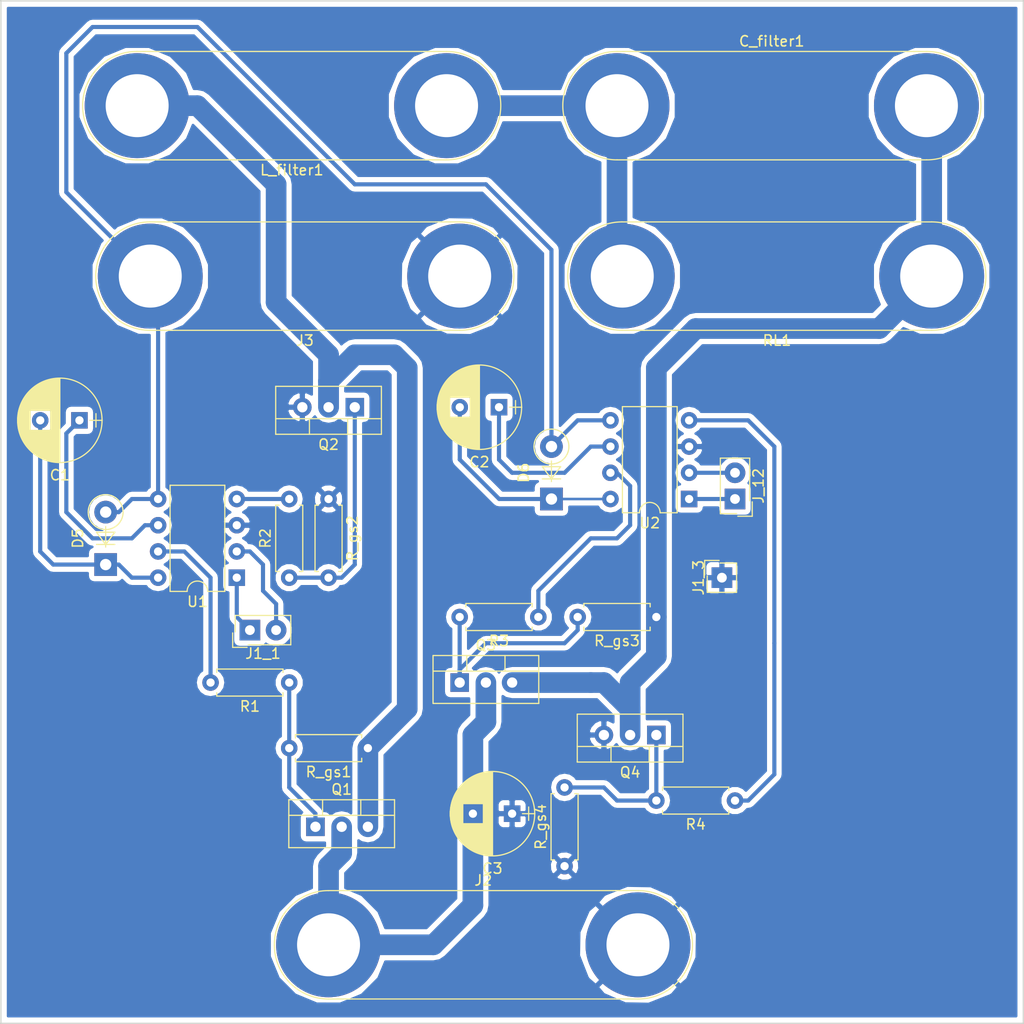
<source format=kicad_pcb>
(kicad_pcb (version 4) (host pcbnew 4.0.6)

  (general
    (links 47)
    (no_connects 0)
    (area 50.724999 30.404999 149.935001 129.615001)
    (thickness 1.6)
    (drawings 4)
    (tracks 124)
    (zones 0)
    (modules 27)
    (nets 23)
  )

  (page A4)
  (layers
    (0 F.Cu signal)
    (31 B.Cu signal)
    (32 B.Adhes user)
    (33 F.Adhes user)
    (34 B.Paste user)
    (35 F.Paste user)
    (36 B.SilkS user)
    (37 F.SilkS user)
    (38 B.Mask user)
    (39 F.Mask user)
    (40 Dwgs.User user)
    (41 Cmts.User user)
    (42 Eco1.User user)
    (43 Eco2.User user)
    (44 Edge.Cuts user)
    (45 Margin user)
    (46 B.CrtYd user)
    (47 F.CrtYd user)
    (48 B.Fab user)
    (49 F.Fab user)
  )

  (setup
    (last_trace_width 0.4)
    (user_trace_width 0.3)
    (user_trace_width 0.4)
    (user_trace_width 0.5)
    (user_trace_width 0.6)
    (user_trace_width 0.8)
    (user_trace_width 1)
    (user_trace_width 1.5)
    (user_trace_width 2)
    (trace_clearance 0.2)
    (zone_clearance 0.508)
    (zone_45_only no)
    (trace_min 0.2)
    (segment_width 0.2)
    (edge_width 0.15)
    (via_size 0.6)
    (via_drill 0.4)
    (via_min_size 0.4)
    (via_min_drill 0.3)
    (uvia_size 0.3)
    (uvia_drill 0.1)
    (uvias_allowed no)
    (uvia_min_size 0.2)
    (uvia_min_drill 0.1)
    (pcb_text_width 0.3)
    (pcb_text_size 1.5 1.5)
    (mod_edge_width 0.15)
    (mod_text_size 1 1)
    (mod_text_width 0.15)
    (pad_size 1.524 1.524)
    (pad_drill 0.762)
    (pad_to_mask_clearance 0.2)
    (aux_axis_origin 0 0)
    (visible_elements 7FFFFFFF)
    (pcbplotparams
      (layerselection 0x00030_80000001)
      (usegerberextensions false)
      (excludeedgelayer true)
      (linewidth 0.100000)
      (plotframeref false)
      (viasonmask false)
      (mode 1)
      (useauxorigin false)
      (hpglpennumber 1)
      (hpglpenspeed 20)
      (hpglpendiameter 15)
      (hpglpenoverlay 2)
      (psnegative false)
      (psa4output false)
      (plotreference true)
      (plotvalue true)
      (plotinvisibletext false)
      (padsonsilk false)
      (subtractmaskfromsilk false)
      (outputformat 1)
      (mirror false)
      (drillshape 1)
      (scaleselection 1)
      (outputdirectory ""))
  )

  (net 0 "")
  (net 1 /Vin)
  (net 2 "Net-(L_filter1-Pad2)")
  (net 3 "Net-(Q1-Pad1)")
  (net 4 "Net-(C1-Pad1)")
  (net 5 "Net-(C1-Pad2)")
  (net 6 "Net-(C2-Pad1)")
  (net 7 "Net-(C2-Pad2)")
  (net 8 "Net-(C_filter1-Pad1)")
  (net 9 "Net-(C_filter1-Pad2)")
  (net 10 GNDREF)
  (net 11 +15V)
  (net 12 "Net-(R1-Pad2)")
  (net 13 "Net-(Q2-Pad1)")
  (net 14 "Net-(R2-Pad2)")
  (net 15 "Net-(R3-Pad1)")
  (net 16 "Net-(Q3-Pad1)")
  (net 17 "Net-(R4-Pad1)")
  (net 18 "Net-(Q4-Pad1)")
  (net 19 /I/O_ARDUINO_PIN1_U1)
  (net 20 /I/O_ARDUINO_PIN2_U1)
  (net 21 /I/O_ARDUINO_PIN1_U2)
  (net 22 /I/O_ARDUINO_PIN2_U2)

  (net_class Default "Esta é a classe de net default."
    (clearance 0.2)
    (trace_width 0.25)
    (via_dia 0.6)
    (via_drill 0.4)
    (uvia_dia 0.3)
    (uvia_drill 0.1)
    (add_net +15V)
    (add_net /I/O_ARDUINO_PIN1_U1)
    (add_net /I/O_ARDUINO_PIN1_U2)
    (add_net /I/O_ARDUINO_PIN2_U1)
    (add_net /I/O_ARDUINO_PIN2_U2)
    (add_net /Vin)
    (add_net GNDREF)
    (add_net "Net-(C1-Pad1)")
    (add_net "Net-(C1-Pad2)")
    (add_net "Net-(C2-Pad1)")
    (add_net "Net-(C2-Pad2)")
    (add_net "Net-(C_filter1-Pad1)")
    (add_net "Net-(C_filter1-Pad2)")
    (add_net "Net-(L_filter1-Pad2)")
    (add_net "Net-(Q1-Pad1)")
    (add_net "Net-(Q2-Pad1)")
    (add_net "Net-(Q3-Pad1)")
    (add_net "Net-(Q4-Pad1)")
    (add_net "Net-(R1-Pad2)")
    (add_net "Net-(R2-Pad2)")
    (add_net "Net-(R3-Pad1)")
    (add_net "Net-(R4-Pad1)")
  )

  (module Connectors:Banana_Jack_2Pin (layer F.Cu) (tedit 597742E7) (tstamp 5D1185C5)
    (at 110.49 40.64)
    (descr "Dual banana socket, footprint - 2 x 6mm drills")
    (tags "banana socket")
    (path /5D03FA3F)
    (fp_text reference C_filter1 (at 14.985 -6.24) (layer F.SilkS)
      (effects (font (size 1 1) (thickness 0.15)))
    )
    (fp_text value C (at 14.985 6.29) (layer F.Fab)
      (effects (font (size 1 1) (thickness 0.15)))
    )
    (fp_text user %R (at 14.985 0) (layer F.Fab)
      (effects (font (size 1 1) (thickness 0.15)))
    )
    (fp_line (start 30 -5.5) (end 0 -5.5) (layer F.CrtYd) (width 0.05))
    (fp_line (start 0 5.5) (end 30 5.5) (layer F.CrtYd) (width 0.05))
    (fp_line (start 0 5.25) (end 30 5.25) (layer F.SilkS) (width 0.12))
    (fp_line (start 30 -5.25) (end 0 -5.25) (layer F.SilkS) (width 0.12))
    (fp_circle (center 30 0) (end 32 0) (layer F.Fab) (width 0.1))
    (fp_circle (center 0 0) (end 2 0) (layer F.Fab) (width 0.1))
    (fp_circle (center 0 0) (end 4.75 0) (layer F.Fab) (width 0.1))
    (fp_circle (center 30 0) (end 34.75 0) (layer F.Fab) (width 0.1))
    (fp_arc (start 0 0) (end 0 5.5) (angle 180) (layer F.CrtYd) (width 0.05))
    (fp_arc (start 30 0) (end 30 -5.5) (angle 180) (layer F.CrtYd) (width 0.05))
    (fp_arc (start 30 0) (end 30 -5.25) (angle 180) (layer F.SilkS) (width 0.12))
    (fp_arc (start 0 0) (end 0 5.25) (angle 180) (layer F.SilkS) (width 0.12))
    (pad 1 thru_hole circle (at 0 0) (size 10.16 10.16) (drill 6.1) (layers *.Cu *.Mask)
      (net 8 "Net-(C_filter1-Pad1)"))
    (pad 2 thru_hole circle (at 29.97 0) (size 10.16 10.16) (drill 6.1) (layers *.Cu *.Mask)
      (net 9 "Net-(C_filter1-Pad2)"))
    (model ${KISYS3DMOD}/Connectors.3dshapes/Banana_Jack_2Pin.wrl
      (at (xyz 0.59 0 0))
      (scale (xyz 2 2 2))
      (rotate (xyz 0 0 0))
    )
  )

  (module Connectors:Banana_Jack_2Pin (layer F.Cu) (tedit 597742E7) (tstamp 5D116B31)
    (at 93.98 40.64 180)
    (descr "Dual banana socket, footprint - 2 x 6mm drills")
    (tags "banana socket")
    (path /5D03F9A4)
    (fp_text reference L_filter1 (at 14.985 -6.24 180) (layer F.SilkS)
      (effects (font (size 1 1) (thickness 0.15)))
    )
    (fp_text value L (at 14.985 6.29 180) (layer F.Fab)
      (effects (font (size 1 1) (thickness 0.15)))
    )
    (fp_text user %R (at 14.985 0 180) (layer F.Fab)
      (effects (font (size 1 1) (thickness 0.15)))
    )
    (fp_line (start 30 -5.5) (end 0 -5.5) (layer F.CrtYd) (width 0.05))
    (fp_line (start 0 5.5) (end 30 5.5) (layer F.CrtYd) (width 0.05))
    (fp_line (start 0 5.25) (end 30 5.25) (layer F.SilkS) (width 0.12))
    (fp_line (start 30 -5.25) (end 0 -5.25) (layer F.SilkS) (width 0.12))
    (fp_circle (center 30 0) (end 32 0) (layer F.Fab) (width 0.1))
    (fp_circle (center 0 0) (end 2 0) (layer F.Fab) (width 0.1))
    (fp_circle (center 0 0) (end 4.75 0) (layer F.Fab) (width 0.1))
    (fp_circle (center 30 0) (end 34.75 0) (layer F.Fab) (width 0.1))
    (fp_arc (start 0 0) (end 0 5.5) (angle 180) (layer F.CrtYd) (width 0.05))
    (fp_arc (start 30 0) (end 30 -5.5) (angle 180) (layer F.CrtYd) (width 0.05))
    (fp_arc (start 30 0) (end 30 -5.25) (angle 180) (layer F.SilkS) (width 0.12))
    (fp_arc (start 0 0) (end 0 5.25) (angle 180) (layer F.SilkS) (width 0.12))
    (pad 1 thru_hole circle (at 0 0 180) (size 10.16 10.16) (drill 6.1) (layers *.Cu *.Mask)
      (net 8 "Net-(C_filter1-Pad1)"))
    (pad 2 thru_hole circle (at 29.97 0 180) (size 10.16 10.16) (drill 6.1) (layers *.Cu *.Mask)
      (net 2 "Net-(L_filter1-Pad2)"))
    (model ${KISYS3DMOD}/Connectors.3dshapes/Banana_Jack_2Pin.wrl
      (at (xyz 0.59 0 0))
      (scale (xyz 2 2 2))
      (rotate (xyz 0 0 0))
    )
  )

  (module Capacitors_THT:CP_Radial_D8.0mm_P3.80mm (layer F.Cu) (tedit 597BC7C2) (tstamp 5D116968)
    (at 58.42 71.12 180)
    (descr "CP, Radial series, Radial, pin pitch=3.80mm, , diameter=8mm, Electrolytic Capacitor")
    (tags "CP Radial series Radial pin pitch 3.80mm  diameter 8mm Electrolytic Capacitor")
    (path /5D052ABD)
    (fp_text reference C1 (at 1.9 -5.31 180) (layer F.SilkS)
      (effects (font (size 1 1) (thickness 0.15)))
    )
    (fp_text value C (at 1.9 5.31 180) (layer F.Fab)
      (effects (font (size 1 1) (thickness 0.15)))
    )
    (fp_circle (center 1.9 0) (end 5.9 0) (layer F.Fab) (width 0.1))
    (fp_circle (center 1.9 0) (end 5.99 0) (layer F.SilkS) (width 0.12))
    (fp_line (start -2.2 0) (end -1 0) (layer F.Fab) (width 0.1))
    (fp_line (start -1.6 -0.65) (end -1.6 0.65) (layer F.Fab) (width 0.1))
    (fp_line (start 1.9 -4.05) (end 1.9 4.05) (layer F.SilkS) (width 0.12))
    (fp_line (start 1.94 -4.05) (end 1.94 4.05) (layer F.SilkS) (width 0.12))
    (fp_line (start 1.98 -4.05) (end 1.98 4.05) (layer F.SilkS) (width 0.12))
    (fp_line (start 2.02 -4.049) (end 2.02 4.049) (layer F.SilkS) (width 0.12))
    (fp_line (start 2.06 -4.047) (end 2.06 4.047) (layer F.SilkS) (width 0.12))
    (fp_line (start 2.1 -4.046) (end 2.1 4.046) (layer F.SilkS) (width 0.12))
    (fp_line (start 2.14 -4.043) (end 2.14 4.043) (layer F.SilkS) (width 0.12))
    (fp_line (start 2.18 -4.041) (end 2.18 4.041) (layer F.SilkS) (width 0.12))
    (fp_line (start 2.22 -4.038) (end 2.22 4.038) (layer F.SilkS) (width 0.12))
    (fp_line (start 2.26 -4.035) (end 2.26 4.035) (layer F.SilkS) (width 0.12))
    (fp_line (start 2.3 -4.031) (end 2.3 4.031) (layer F.SilkS) (width 0.12))
    (fp_line (start 2.34 -4.027) (end 2.34 4.027) (layer F.SilkS) (width 0.12))
    (fp_line (start 2.38 -4.022) (end 2.38 4.022) (layer F.SilkS) (width 0.12))
    (fp_line (start 2.42 -4.017) (end 2.42 4.017) (layer F.SilkS) (width 0.12))
    (fp_line (start 2.46 -4.012) (end 2.46 4.012) (layer F.SilkS) (width 0.12))
    (fp_line (start 2.5 -4.006) (end 2.5 4.006) (layer F.SilkS) (width 0.12))
    (fp_line (start 2.54 -4) (end 2.54 4) (layer F.SilkS) (width 0.12))
    (fp_line (start 2.58 -3.994) (end 2.58 3.994) (layer F.SilkS) (width 0.12))
    (fp_line (start 2.621 -3.987) (end 2.621 3.987) (layer F.SilkS) (width 0.12))
    (fp_line (start 2.661 -3.979) (end 2.661 3.979) (layer F.SilkS) (width 0.12))
    (fp_line (start 2.701 -3.971) (end 2.701 3.971) (layer F.SilkS) (width 0.12))
    (fp_line (start 2.741 -3.963) (end 2.741 3.963) (layer F.SilkS) (width 0.12))
    (fp_line (start 2.781 -3.955) (end 2.781 3.955) (layer F.SilkS) (width 0.12))
    (fp_line (start 2.821 -3.946) (end 2.821 -0.98) (layer F.SilkS) (width 0.12))
    (fp_line (start 2.821 0.98) (end 2.821 3.946) (layer F.SilkS) (width 0.12))
    (fp_line (start 2.861 -3.936) (end 2.861 -0.98) (layer F.SilkS) (width 0.12))
    (fp_line (start 2.861 0.98) (end 2.861 3.936) (layer F.SilkS) (width 0.12))
    (fp_line (start 2.901 -3.926) (end 2.901 -0.98) (layer F.SilkS) (width 0.12))
    (fp_line (start 2.901 0.98) (end 2.901 3.926) (layer F.SilkS) (width 0.12))
    (fp_line (start 2.941 -3.916) (end 2.941 -0.98) (layer F.SilkS) (width 0.12))
    (fp_line (start 2.941 0.98) (end 2.941 3.916) (layer F.SilkS) (width 0.12))
    (fp_line (start 2.981 -3.905) (end 2.981 -0.98) (layer F.SilkS) (width 0.12))
    (fp_line (start 2.981 0.98) (end 2.981 3.905) (layer F.SilkS) (width 0.12))
    (fp_line (start 3.021 -3.894) (end 3.021 -0.98) (layer F.SilkS) (width 0.12))
    (fp_line (start 3.021 0.98) (end 3.021 3.894) (layer F.SilkS) (width 0.12))
    (fp_line (start 3.061 -3.883) (end 3.061 -0.98) (layer F.SilkS) (width 0.12))
    (fp_line (start 3.061 0.98) (end 3.061 3.883) (layer F.SilkS) (width 0.12))
    (fp_line (start 3.101 -3.87) (end 3.101 -0.98) (layer F.SilkS) (width 0.12))
    (fp_line (start 3.101 0.98) (end 3.101 3.87) (layer F.SilkS) (width 0.12))
    (fp_line (start 3.141 -3.858) (end 3.141 -0.98) (layer F.SilkS) (width 0.12))
    (fp_line (start 3.141 0.98) (end 3.141 3.858) (layer F.SilkS) (width 0.12))
    (fp_line (start 3.181 -3.845) (end 3.181 -0.98) (layer F.SilkS) (width 0.12))
    (fp_line (start 3.181 0.98) (end 3.181 3.845) (layer F.SilkS) (width 0.12))
    (fp_line (start 3.221 -3.832) (end 3.221 -0.98) (layer F.SilkS) (width 0.12))
    (fp_line (start 3.221 0.98) (end 3.221 3.832) (layer F.SilkS) (width 0.12))
    (fp_line (start 3.261 -3.818) (end 3.261 -0.98) (layer F.SilkS) (width 0.12))
    (fp_line (start 3.261 0.98) (end 3.261 3.818) (layer F.SilkS) (width 0.12))
    (fp_line (start 3.301 -3.803) (end 3.301 -0.98) (layer F.SilkS) (width 0.12))
    (fp_line (start 3.301 0.98) (end 3.301 3.803) (layer F.SilkS) (width 0.12))
    (fp_line (start 3.341 -3.789) (end 3.341 -0.98) (layer F.SilkS) (width 0.12))
    (fp_line (start 3.341 0.98) (end 3.341 3.789) (layer F.SilkS) (width 0.12))
    (fp_line (start 3.381 -3.773) (end 3.381 -0.98) (layer F.SilkS) (width 0.12))
    (fp_line (start 3.381 0.98) (end 3.381 3.773) (layer F.SilkS) (width 0.12))
    (fp_line (start 3.421 -3.758) (end 3.421 -0.98) (layer F.SilkS) (width 0.12))
    (fp_line (start 3.421 0.98) (end 3.421 3.758) (layer F.SilkS) (width 0.12))
    (fp_line (start 3.461 -3.741) (end 3.461 -0.98) (layer F.SilkS) (width 0.12))
    (fp_line (start 3.461 0.98) (end 3.461 3.741) (layer F.SilkS) (width 0.12))
    (fp_line (start 3.501 -3.725) (end 3.501 -0.98) (layer F.SilkS) (width 0.12))
    (fp_line (start 3.501 0.98) (end 3.501 3.725) (layer F.SilkS) (width 0.12))
    (fp_line (start 3.541 -3.707) (end 3.541 -0.98) (layer F.SilkS) (width 0.12))
    (fp_line (start 3.541 0.98) (end 3.541 3.707) (layer F.SilkS) (width 0.12))
    (fp_line (start 3.581 -3.69) (end 3.581 -0.98) (layer F.SilkS) (width 0.12))
    (fp_line (start 3.581 0.98) (end 3.581 3.69) (layer F.SilkS) (width 0.12))
    (fp_line (start 3.621 -3.671) (end 3.621 -0.98) (layer F.SilkS) (width 0.12))
    (fp_line (start 3.621 0.98) (end 3.621 3.671) (layer F.SilkS) (width 0.12))
    (fp_line (start 3.661 -3.652) (end 3.661 -0.98) (layer F.SilkS) (width 0.12))
    (fp_line (start 3.661 0.98) (end 3.661 3.652) (layer F.SilkS) (width 0.12))
    (fp_line (start 3.701 -3.633) (end 3.701 -0.98) (layer F.SilkS) (width 0.12))
    (fp_line (start 3.701 0.98) (end 3.701 3.633) (layer F.SilkS) (width 0.12))
    (fp_line (start 3.741 -3.613) (end 3.741 -0.98) (layer F.SilkS) (width 0.12))
    (fp_line (start 3.741 0.98) (end 3.741 3.613) (layer F.SilkS) (width 0.12))
    (fp_line (start 3.781 -3.593) (end 3.781 -0.98) (layer F.SilkS) (width 0.12))
    (fp_line (start 3.781 0.98) (end 3.781 3.593) (layer F.SilkS) (width 0.12))
    (fp_line (start 3.821 -3.572) (end 3.821 -0.98) (layer F.SilkS) (width 0.12))
    (fp_line (start 3.821 0.98) (end 3.821 3.572) (layer F.SilkS) (width 0.12))
    (fp_line (start 3.861 -3.55) (end 3.861 -0.98) (layer F.SilkS) (width 0.12))
    (fp_line (start 3.861 0.98) (end 3.861 3.55) (layer F.SilkS) (width 0.12))
    (fp_line (start 3.901 -3.528) (end 3.901 -0.98) (layer F.SilkS) (width 0.12))
    (fp_line (start 3.901 0.98) (end 3.901 3.528) (layer F.SilkS) (width 0.12))
    (fp_line (start 3.941 -3.505) (end 3.941 -0.98) (layer F.SilkS) (width 0.12))
    (fp_line (start 3.941 0.98) (end 3.941 3.505) (layer F.SilkS) (width 0.12))
    (fp_line (start 3.981 -3.482) (end 3.981 -0.98) (layer F.SilkS) (width 0.12))
    (fp_line (start 3.981 0.98) (end 3.981 3.482) (layer F.SilkS) (width 0.12))
    (fp_line (start 4.021 -3.458) (end 4.021 -0.98) (layer F.SilkS) (width 0.12))
    (fp_line (start 4.021 0.98) (end 4.021 3.458) (layer F.SilkS) (width 0.12))
    (fp_line (start 4.061 -3.434) (end 4.061 -0.98) (layer F.SilkS) (width 0.12))
    (fp_line (start 4.061 0.98) (end 4.061 3.434) (layer F.SilkS) (width 0.12))
    (fp_line (start 4.101 -3.408) (end 4.101 -0.98) (layer F.SilkS) (width 0.12))
    (fp_line (start 4.101 0.98) (end 4.101 3.408) (layer F.SilkS) (width 0.12))
    (fp_line (start 4.141 -3.383) (end 4.141 -0.98) (layer F.SilkS) (width 0.12))
    (fp_line (start 4.141 0.98) (end 4.141 3.383) (layer F.SilkS) (width 0.12))
    (fp_line (start 4.181 -3.356) (end 4.181 -0.98) (layer F.SilkS) (width 0.12))
    (fp_line (start 4.181 0.98) (end 4.181 3.356) (layer F.SilkS) (width 0.12))
    (fp_line (start 4.221 -3.329) (end 4.221 -0.98) (layer F.SilkS) (width 0.12))
    (fp_line (start 4.221 0.98) (end 4.221 3.329) (layer F.SilkS) (width 0.12))
    (fp_line (start 4.261 -3.301) (end 4.261 -0.98) (layer F.SilkS) (width 0.12))
    (fp_line (start 4.261 0.98) (end 4.261 3.301) (layer F.SilkS) (width 0.12))
    (fp_line (start 4.301 -3.272) (end 4.301 -0.98) (layer F.SilkS) (width 0.12))
    (fp_line (start 4.301 0.98) (end 4.301 3.272) (layer F.SilkS) (width 0.12))
    (fp_line (start 4.341 -3.243) (end 4.341 -0.98) (layer F.SilkS) (width 0.12))
    (fp_line (start 4.341 0.98) (end 4.341 3.243) (layer F.SilkS) (width 0.12))
    (fp_line (start 4.381 -3.213) (end 4.381 -0.98) (layer F.SilkS) (width 0.12))
    (fp_line (start 4.381 0.98) (end 4.381 3.213) (layer F.SilkS) (width 0.12))
    (fp_line (start 4.421 -3.182) (end 4.421 -0.98) (layer F.SilkS) (width 0.12))
    (fp_line (start 4.421 0.98) (end 4.421 3.182) (layer F.SilkS) (width 0.12))
    (fp_line (start 4.461 -3.15) (end 4.461 -0.98) (layer F.SilkS) (width 0.12))
    (fp_line (start 4.461 0.98) (end 4.461 3.15) (layer F.SilkS) (width 0.12))
    (fp_line (start 4.501 -3.118) (end 4.501 -0.98) (layer F.SilkS) (width 0.12))
    (fp_line (start 4.501 0.98) (end 4.501 3.118) (layer F.SilkS) (width 0.12))
    (fp_line (start 4.541 -3.084) (end 4.541 -0.98) (layer F.SilkS) (width 0.12))
    (fp_line (start 4.541 0.98) (end 4.541 3.084) (layer F.SilkS) (width 0.12))
    (fp_line (start 4.581 -3.05) (end 4.581 -0.98) (layer F.SilkS) (width 0.12))
    (fp_line (start 4.581 0.98) (end 4.581 3.05) (layer F.SilkS) (width 0.12))
    (fp_line (start 4.621 -3.015) (end 4.621 -0.98) (layer F.SilkS) (width 0.12))
    (fp_line (start 4.621 0.98) (end 4.621 3.015) (layer F.SilkS) (width 0.12))
    (fp_line (start 4.661 -2.979) (end 4.661 -0.98) (layer F.SilkS) (width 0.12))
    (fp_line (start 4.661 0.98) (end 4.661 2.979) (layer F.SilkS) (width 0.12))
    (fp_line (start 4.701 -2.942) (end 4.701 -0.98) (layer F.SilkS) (width 0.12))
    (fp_line (start 4.701 0.98) (end 4.701 2.942) (layer F.SilkS) (width 0.12))
    (fp_line (start 4.741 -2.904) (end 4.741 -0.98) (layer F.SilkS) (width 0.12))
    (fp_line (start 4.741 0.98) (end 4.741 2.904) (layer F.SilkS) (width 0.12))
    (fp_line (start 4.781 -2.865) (end 4.781 2.865) (layer F.SilkS) (width 0.12))
    (fp_line (start 4.821 -2.824) (end 4.821 2.824) (layer F.SilkS) (width 0.12))
    (fp_line (start 4.861 -2.783) (end 4.861 2.783) (layer F.SilkS) (width 0.12))
    (fp_line (start 4.901 -2.74) (end 4.901 2.74) (layer F.SilkS) (width 0.12))
    (fp_line (start 4.941 -2.697) (end 4.941 2.697) (layer F.SilkS) (width 0.12))
    (fp_line (start 4.981 -2.652) (end 4.981 2.652) (layer F.SilkS) (width 0.12))
    (fp_line (start 5.021 -2.605) (end 5.021 2.605) (layer F.SilkS) (width 0.12))
    (fp_line (start 5.061 -2.557) (end 5.061 2.557) (layer F.SilkS) (width 0.12))
    (fp_line (start 5.101 -2.508) (end 5.101 2.508) (layer F.SilkS) (width 0.12))
    (fp_line (start 5.141 -2.457) (end 5.141 2.457) (layer F.SilkS) (width 0.12))
    (fp_line (start 5.181 -2.404) (end 5.181 2.404) (layer F.SilkS) (width 0.12))
    (fp_line (start 5.221 -2.349) (end 5.221 2.349) (layer F.SilkS) (width 0.12))
    (fp_line (start 5.261 -2.293) (end 5.261 2.293) (layer F.SilkS) (width 0.12))
    (fp_line (start 5.301 -2.234) (end 5.301 2.234) (layer F.SilkS) (width 0.12))
    (fp_line (start 5.341 -2.173) (end 5.341 2.173) (layer F.SilkS) (width 0.12))
    (fp_line (start 5.381 -2.109) (end 5.381 2.109) (layer F.SilkS) (width 0.12))
    (fp_line (start 5.421 -2.043) (end 5.421 2.043) (layer F.SilkS) (width 0.12))
    (fp_line (start 5.461 -1.974) (end 5.461 1.974) (layer F.SilkS) (width 0.12))
    (fp_line (start 5.501 -1.902) (end 5.501 1.902) (layer F.SilkS) (width 0.12))
    (fp_line (start 5.541 -1.826) (end 5.541 1.826) (layer F.SilkS) (width 0.12))
    (fp_line (start 5.581 -1.745) (end 5.581 1.745) (layer F.SilkS) (width 0.12))
    (fp_line (start 5.621 -1.66) (end 5.621 1.66) (layer F.SilkS) (width 0.12))
    (fp_line (start 5.661 -1.57) (end 5.661 1.57) (layer F.SilkS) (width 0.12))
    (fp_line (start 5.701 -1.473) (end 5.701 1.473) (layer F.SilkS) (width 0.12))
    (fp_line (start 5.741 -1.369) (end 5.741 1.369) (layer F.SilkS) (width 0.12))
    (fp_line (start 5.781 -1.254) (end 5.781 1.254) (layer F.SilkS) (width 0.12))
    (fp_line (start 5.821 -1.127) (end 5.821 1.127) (layer F.SilkS) (width 0.12))
    (fp_line (start 5.861 -0.983) (end 5.861 0.983) (layer F.SilkS) (width 0.12))
    (fp_line (start 5.901 -0.814) (end 5.901 0.814) (layer F.SilkS) (width 0.12))
    (fp_line (start 5.941 -0.598) (end 5.941 0.598) (layer F.SilkS) (width 0.12))
    (fp_line (start 5.981 -0.246) (end 5.981 0.246) (layer F.SilkS) (width 0.12))
    (fp_line (start -2.2 0) (end -1 0) (layer F.SilkS) (width 0.12))
    (fp_line (start -1.6 -0.65) (end -1.6 0.65) (layer F.SilkS) (width 0.12))
    (fp_line (start -2.45 -4.35) (end -2.45 4.35) (layer F.CrtYd) (width 0.05))
    (fp_line (start -2.45 4.35) (end 6.25 4.35) (layer F.CrtYd) (width 0.05))
    (fp_line (start 6.25 4.35) (end 6.25 -4.35) (layer F.CrtYd) (width 0.05))
    (fp_line (start 6.25 -4.35) (end -2.45 -4.35) (layer F.CrtYd) (width 0.05))
    (fp_text user %R (at 1.9 0 180) (layer F.Fab)
      (effects (font (size 1 1) (thickness 0.15)))
    )
    (pad 1 thru_hole rect (at 0 0 180) (size 1.6 1.6) (drill 0.8) (layers *.Cu *.Mask)
      (net 4 "Net-(C1-Pad1)"))
    (pad 2 thru_hole circle (at 3.8 0 180) (size 1.6 1.6) (drill 0.8) (layers *.Cu *.Mask)
      (net 5 "Net-(C1-Pad2)"))
    (model ${KISYS3DMOD}/Capacitors_THT.3dshapes/CP_Radial_D8.0mm_P3.80mm.wrl
      (at (xyz 0 0 0))
      (scale (xyz 1 1 1))
      (rotate (xyz 0 0 0))
    )
  )

  (module Capacitors_THT:CP_Radial_D8.0mm_P3.80mm (layer F.Cu) (tedit 597BC7C2) (tstamp 5D116A11)
    (at 99.06 69.85 180)
    (descr "CP, Radial series, Radial, pin pitch=3.80mm, , diameter=8mm, Electrolytic Capacitor")
    (tags "CP Radial series Radial pin pitch 3.80mm  diameter 8mm Electrolytic Capacitor")
    (path /5D04C5A0)
    (fp_text reference C2 (at 1.9 -5.31 180) (layer F.SilkS)
      (effects (font (size 1 1) (thickness 0.15)))
    )
    (fp_text value C (at 1.9 5.31 180) (layer F.Fab)
      (effects (font (size 1 1) (thickness 0.15)))
    )
    (fp_circle (center 1.9 0) (end 5.9 0) (layer F.Fab) (width 0.1))
    (fp_circle (center 1.9 0) (end 5.99 0) (layer F.SilkS) (width 0.12))
    (fp_line (start -2.2 0) (end -1 0) (layer F.Fab) (width 0.1))
    (fp_line (start -1.6 -0.65) (end -1.6 0.65) (layer F.Fab) (width 0.1))
    (fp_line (start 1.9 -4.05) (end 1.9 4.05) (layer F.SilkS) (width 0.12))
    (fp_line (start 1.94 -4.05) (end 1.94 4.05) (layer F.SilkS) (width 0.12))
    (fp_line (start 1.98 -4.05) (end 1.98 4.05) (layer F.SilkS) (width 0.12))
    (fp_line (start 2.02 -4.049) (end 2.02 4.049) (layer F.SilkS) (width 0.12))
    (fp_line (start 2.06 -4.047) (end 2.06 4.047) (layer F.SilkS) (width 0.12))
    (fp_line (start 2.1 -4.046) (end 2.1 4.046) (layer F.SilkS) (width 0.12))
    (fp_line (start 2.14 -4.043) (end 2.14 4.043) (layer F.SilkS) (width 0.12))
    (fp_line (start 2.18 -4.041) (end 2.18 4.041) (layer F.SilkS) (width 0.12))
    (fp_line (start 2.22 -4.038) (end 2.22 4.038) (layer F.SilkS) (width 0.12))
    (fp_line (start 2.26 -4.035) (end 2.26 4.035) (layer F.SilkS) (width 0.12))
    (fp_line (start 2.3 -4.031) (end 2.3 4.031) (layer F.SilkS) (width 0.12))
    (fp_line (start 2.34 -4.027) (end 2.34 4.027) (layer F.SilkS) (width 0.12))
    (fp_line (start 2.38 -4.022) (end 2.38 4.022) (layer F.SilkS) (width 0.12))
    (fp_line (start 2.42 -4.017) (end 2.42 4.017) (layer F.SilkS) (width 0.12))
    (fp_line (start 2.46 -4.012) (end 2.46 4.012) (layer F.SilkS) (width 0.12))
    (fp_line (start 2.5 -4.006) (end 2.5 4.006) (layer F.SilkS) (width 0.12))
    (fp_line (start 2.54 -4) (end 2.54 4) (layer F.SilkS) (width 0.12))
    (fp_line (start 2.58 -3.994) (end 2.58 3.994) (layer F.SilkS) (width 0.12))
    (fp_line (start 2.621 -3.987) (end 2.621 3.987) (layer F.SilkS) (width 0.12))
    (fp_line (start 2.661 -3.979) (end 2.661 3.979) (layer F.SilkS) (width 0.12))
    (fp_line (start 2.701 -3.971) (end 2.701 3.971) (layer F.SilkS) (width 0.12))
    (fp_line (start 2.741 -3.963) (end 2.741 3.963) (layer F.SilkS) (width 0.12))
    (fp_line (start 2.781 -3.955) (end 2.781 3.955) (layer F.SilkS) (width 0.12))
    (fp_line (start 2.821 -3.946) (end 2.821 -0.98) (layer F.SilkS) (width 0.12))
    (fp_line (start 2.821 0.98) (end 2.821 3.946) (layer F.SilkS) (width 0.12))
    (fp_line (start 2.861 -3.936) (end 2.861 -0.98) (layer F.SilkS) (width 0.12))
    (fp_line (start 2.861 0.98) (end 2.861 3.936) (layer F.SilkS) (width 0.12))
    (fp_line (start 2.901 -3.926) (end 2.901 -0.98) (layer F.SilkS) (width 0.12))
    (fp_line (start 2.901 0.98) (end 2.901 3.926) (layer F.SilkS) (width 0.12))
    (fp_line (start 2.941 -3.916) (end 2.941 -0.98) (layer F.SilkS) (width 0.12))
    (fp_line (start 2.941 0.98) (end 2.941 3.916) (layer F.SilkS) (width 0.12))
    (fp_line (start 2.981 -3.905) (end 2.981 -0.98) (layer F.SilkS) (width 0.12))
    (fp_line (start 2.981 0.98) (end 2.981 3.905) (layer F.SilkS) (width 0.12))
    (fp_line (start 3.021 -3.894) (end 3.021 -0.98) (layer F.SilkS) (width 0.12))
    (fp_line (start 3.021 0.98) (end 3.021 3.894) (layer F.SilkS) (width 0.12))
    (fp_line (start 3.061 -3.883) (end 3.061 -0.98) (layer F.SilkS) (width 0.12))
    (fp_line (start 3.061 0.98) (end 3.061 3.883) (layer F.SilkS) (width 0.12))
    (fp_line (start 3.101 -3.87) (end 3.101 -0.98) (layer F.SilkS) (width 0.12))
    (fp_line (start 3.101 0.98) (end 3.101 3.87) (layer F.SilkS) (width 0.12))
    (fp_line (start 3.141 -3.858) (end 3.141 -0.98) (layer F.SilkS) (width 0.12))
    (fp_line (start 3.141 0.98) (end 3.141 3.858) (layer F.SilkS) (width 0.12))
    (fp_line (start 3.181 -3.845) (end 3.181 -0.98) (layer F.SilkS) (width 0.12))
    (fp_line (start 3.181 0.98) (end 3.181 3.845) (layer F.SilkS) (width 0.12))
    (fp_line (start 3.221 -3.832) (end 3.221 -0.98) (layer F.SilkS) (width 0.12))
    (fp_line (start 3.221 0.98) (end 3.221 3.832) (layer F.SilkS) (width 0.12))
    (fp_line (start 3.261 -3.818) (end 3.261 -0.98) (layer F.SilkS) (width 0.12))
    (fp_line (start 3.261 0.98) (end 3.261 3.818) (layer F.SilkS) (width 0.12))
    (fp_line (start 3.301 -3.803) (end 3.301 -0.98) (layer F.SilkS) (width 0.12))
    (fp_line (start 3.301 0.98) (end 3.301 3.803) (layer F.SilkS) (width 0.12))
    (fp_line (start 3.341 -3.789) (end 3.341 -0.98) (layer F.SilkS) (width 0.12))
    (fp_line (start 3.341 0.98) (end 3.341 3.789) (layer F.SilkS) (width 0.12))
    (fp_line (start 3.381 -3.773) (end 3.381 -0.98) (layer F.SilkS) (width 0.12))
    (fp_line (start 3.381 0.98) (end 3.381 3.773) (layer F.SilkS) (width 0.12))
    (fp_line (start 3.421 -3.758) (end 3.421 -0.98) (layer F.SilkS) (width 0.12))
    (fp_line (start 3.421 0.98) (end 3.421 3.758) (layer F.SilkS) (width 0.12))
    (fp_line (start 3.461 -3.741) (end 3.461 -0.98) (layer F.SilkS) (width 0.12))
    (fp_line (start 3.461 0.98) (end 3.461 3.741) (layer F.SilkS) (width 0.12))
    (fp_line (start 3.501 -3.725) (end 3.501 -0.98) (layer F.SilkS) (width 0.12))
    (fp_line (start 3.501 0.98) (end 3.501 3.725) (layer F.SilkS) (width 0.12))
    (fp_line (start 3.541 -3.707) (end 3.541 -0.98) (layer F.SilkS) (width 0.12))
    (fp_line (start 3.541 0.98) (end 3.541 3.707) (layer F.SilkS) (width 0.12))
    (fp_line (start 3.581 -3.69) (end 3.581 -0.98) (layer F.SilkS) (width 0.12))
    (fp_line (start 3.581 0.98) (end 3.581 3.69) (layer F.SilkS) (width 0.12))
    (fp_line (start 3.621 -3.671) (end 3.621 -0.98) (layer F.SilkS) (width 0.12))
    (fp_line (start 3.621 0.98) (end 3.621 3.671) (layer F.SilkS) (width 0.12))
    (fp_line (start 3.661 -3.652) (end 3.661 -0.98) (layer F.SilkS) (width 0.12))
    (fp_line (start 3.661 0.98) (end 3.661 3.652) (layer F.SilkS) (width 0.12))
    (fp_line (start 3.701 -3.633) (end 3.701 -0.98) (layer F.SilkS) (width 0.12))
    (fp_line (start 3.701 0.98) (end 3.701 3.633) (layer F.SilkS) (width 0.12))
    (fp_line (start 3.741 -3.613) (end 3.741 -0.98) (layer F.SilkS) (width 0.12))
    (fp_line (start 3.741 0.98) (end 3.741 3.613) (layer F.SilkS) (width 0.12))
    (fp_line (start 3.781 -3.593) (end 3.781 -0.98) (layer F.SilkS) (width 0.12))
    (fp_line (start 3.781 0.98) (end 3.781 3.593) (layer F.SilkS) (width 0.12))
    (fp_line (start 3.821 -3.572) (end 3.821 -0.98) (layer F.SilkS) (width 0.12))
    (fp_line (start 3.821 0.98) (end 3.821 3.572) (layer F.SilkS) (width 0.12))
    (fp_line (start 3.861 -3.55) (end 3.861 -0.98) (layer F.SilkS) (width 0.12))
    (fp_line (start 3.861 0.98) (end 3.861 3.55) (layer F.SilkS) (width 0.12))
    (fp_line (start 3.901 -3.528) (end 3.901 -0.98) (layer F.SilkS) (width 0.12))
    (fp_line (start 3.901 0.98) (end 3.901 3.528) (layer F.SilkS) (width 0.12))
    (fp_line (start 3.941 -3.505) (end 3.941 -0.98) (layer F.SilkS) (width 0.12))
    (fp_line (start 3.941 0.98) (end 3.941 3.505) (layer F.SilkS) (width 0.12))
    (fp_line (start 3.981 -3.482) (end 3.981 -0.98) (layer F.SilkS) (width 0.12))
    (fp_line (start 3.981 0.98) (end 3.981 3.482) (layer F.SilkS) (width 0.12))
    (fp_line (start 4.021 -3.458) (end 4.021 -0.98) (layer F.SilkS) (width 0.12))
    (fp_line (start 4.021 0.98) (end 4.021 3.458) (layer F.SilkS) (width 0.12))
    (fp_line (start 4.061 -3.434) (end 4.061 -0.98) (layer F.SilkS) (width 0.12))
    (fp_line (start 4.061 0.98) (end 4.061 3.434) (layer F.SilkS) (width 0.12))
    (fp_line (start 4.101 -3.408) (end 4.101 -0.98) (layer F.SilkS) (width 0.12))
    (fp_line (start 4.101 0.98) (end 4.101 3.408) (layer F.SilkS) (width 0.12))
    (fp_line (start 4.141 -3.383) (end 4.141 -0.98) (layer F.SilkS) (width 0.12))
    (fp_line (start 4.141 0.98) (end 4.141 3.383) (layer F.SilkS) (width 0.12))
    (fp_line (start 4.181 -3.356) (end 4.181 -0.98) (layer F.SilkS) (width 0.12))
    (fp_line (start 4.181 0.98) (end 4.181 3.356) (layer F.SilkS) (width 0.12))
    (fp_line (start 4.221 -3.329) (end 4.221 -0.98) (layer F.SilkS) (width 0.12))
    (fp_line (start 4.221 0.98) (end 4.221 3.329) (layer F.SilkS) (width 0.12))
    (fp_line (start 4.261 -3.301) (end 4.261 -0.98) (layer F.SilkS) (width 0.12))
    (fp_line (start 4.261 0.98) (end 4.261 3.301) (layer F.SilkS) (width 0.12))
    (fp_line (start 4.301 -3.272) (end 4.301 -0.98) (layer F.SilkS) (width 0.12))
    (fp_line (start 4.301 0.98) (end 4.301 3.272) (layer F.SilkS) (width 0.12))
    (fp_line (start 4.341 -3.243) (end 4.341 -0.98) (layer F.SilkS) (width 0.12))
    (fp_line (start 4.341 0.98) (end 4.341 3.243) (layer F.SilkS) (width 0.12))
    (fp_line (start 4.381 -3.213) (end 4.381 -0.98) (layer F.SilkS) (width 0.12))
    (fp_line (start 4.381 0.98) (end 4.381 3.213) (layer F.SilkS) (width 0.12))
    (fp_line (start 4.421 -3.182) (end 4.421 -0.98) (layer F.SilkS) (width 0.12))
    (fp_line (start 4.421 0.98) (end 4.421 3.182) (layer F.SilkS) (width 0.12))
    (fp_line (start 4.461 -3.15) (end 4.461 -0.98) (layer F.SilkS) (width 0.12))
    (fp_line (start 4.461 0.98) (end 4.461 3.15) (layer F.SilkS) (width 0.12))
    (fp_line (start 4.501 -3.118) (end 4.501 -0.98) (layer F.SilkS) (width 0.12))
    (fp_line (start 4.501 0.98) (end 4.501 3.118) (layer F.SilkS) (width 0.12))
    (fp_line (start 4.541 -3.084) (end 4.541 -0.98) (layer F.SilkS) (width 0.12))
    (fp_line (start 4.541 0.98) (end 4.541 3.084) (layer F.SilkS) (width 0.12))
    (fp_line (start 4.581 -3.05) (end 4.581 -0.98) (layer F.SilkS) (width 0.12))
    (fp_line (start 4.581 0.98) (end 4.581 3.05) (layer F.SilkS) (width 0.12))
    (fp_line (start 4.621 -3.015) (end 4.621 -0.98) (layer F.SilkS) (width 0.12))
    (fp_line (start 4.621 0.98) (end 4.621 3.015) (layer F.SilkS) (width 0.12))
    (fp_line (start 4.661 -2.979) (end 4.661 -0.98) (layer F.SilkS) (width 0.12))
    (fp_line (start 4.661 0.98) (end 4.661 2.979) (layer F.SilkS) (width 0.12))
    (fp_line (start 4.701 -2.942) (end 4.701 -0.98) (layer F.SilkS) (width 0.12))
    (fp_line (start 4.701 0.98) (end 4.701 2.942) (layer F.SilkS) (width 0.12))
    (fp_line (start 4.741 -2.904) (end 4.741 -0.98) (layer F.SilkS) (width 0.12))
    (fp_line (start 4.741 0.98) (end 4.741 2.904) (layer F.SilkS) (width 0.12))
    (fp_line (start 4.781 -2.865) (end 4.781 2.865) (layer F.SilkS) (width 0.12))
    (fp_line (start 4.821 -2.824) (end 4.821 2.824) (layer F.SilkS) (width 0.12))
    (fp_line (start 4.861 -2.783) (end 4.861 2.783) (layer F.SilkS) (width 0.12))
    (fp_line (start 4.901 -2.74) (end 4.901 2.74) (layer F.SilkS) (width 0.12))
    (fp_line (start 4.941 -2.697) (end 4.941 2.697) (layer F.SilkS) (width 0.12))
    (fp_line (start 4.981 -2.652) (end 4.981 2.652) (layer F.SilkS) (width 0.12))
    (fp_line (start 5.021 -2.605) (end 5.021 2.605) (layer F.SilkS) (width 0.12))
    (fp_line (start 5.061 -2.557) (end 5.061 2.557) (layer F.SilkS) (width 0.12))
    (fp_line (start 5.101 -2.508) (end 5.101 2.508) (layer F.SilkS) (width 0.12))
    (fp_line (start 5.141 -2.457) (end 5.141 2.457) (layer F.SilkS) (width 0.12))
    (fp_line (start 5.181 -2.404) (end 5.181 2.404) (layer F.SilkS) (width 0.12))
    (fp_line (start 5.221 -2.349) (end 5.221 2.349) (layer F.SilkS) (width 0.12))
    (fp_line (start 5.261 -2.293) (end 5.261 2.293) (layer F.SilkS) (width 0.12))
    (fp_line (start 5.301 -2.234) (end 5.301 2.234) (layer F.SilkS) (width 0.12))
    (fp_line (start 5.341 -2.173) (end 5.341 2.173) (layer F.SilkS) (width 0.12))
    (fp_line (start 5.381 -2.109) (end 5.381 2.109) (layer F.SilkS) (width 0.12))
    (fp_line (start 5.421 -2.043) (end 5.421 2.043) (layer F.SilkS) (width 0.12))
    (fp_line (start 5.461 -1.974) (end 5.461 1.974) (layer F.SilkS) (width 0.12))
    (fp_line (start 5.501 -1.902) (end 5.501 1.902) (layer F.SilkS) (width 0.12))
    (fp_line (start 5.541 -1.826) (end 5.541 1.826) (layer F.SilkS) (width 0.12))
    (fp_line (start 5.581 -1.745) (end 5.581 1.745) (layer F.SilkS) (width 0.12))
    (fp_line (start 5.621 -1.66) (end 5.621 1.66) (layer F.SilkS) (width 0.12))
    (fp_line (start 5.661 -1.57) (end 5.661 1.57) (layer F.SilkS) (width 0.12))
    (fp_line (start 5.701 -1.473) (end 5.701 1.473) (layer F.SilkS) (width 0.12))
    (fp_line (start 5.741 -1.369) (end 5.741 1.369) (layer F.SilkS) (width 0.12))
    (fp_line (start 5.781 -1.254) (end 5.781 1.254) (layer F.SilkS) (width 0.12))
    (fp_line (start 5.821 -1.127) (end 5.821 1.127) (layer F.SilkS) (width 0.12))
    (fp_line (start 5.861 -0.983) (end 5.861 0.983) (layer F.SilkS) (width 0.12))
    (fp_line (start 5.901 -0.814) (end 5.901 0.814) (layer F.SilkS) (width 0.12))
    (fp_line (start 5.941 -0.598) (end 5.941 0.598) (layer F.SilkS) (width 0.12))
    (fp_line (start 5.981 -0.246) (end 5.981 0.246) (layer F.SilkS) (width 0.12))
    (fp_line (start -2.2 0) (end -1 0) (layer F.SilkS) (width 0.12))
    (fp_line (start -1.6 -0.65) (end -1.6 0.65) (layer F.SilkS) (width 0.12))
    (fp_line (start -2.45 -4.35) (end -2.45 4.35) (layer F.CrtYd) (width 0.05))
    (fp_line (start -2.45 4.35) (end 6.25 4.35) (layer F.CrtYd) (width 0.05))
    (fp_line (start 6.25 4.35) (end 6.25 -4.35) (layer F.CrtYd) (width 0.05))
    (fp_line (start 6.25 -4.35) (end -2.45 -4.35) (layer F.CrtYd) (width 0.05))
    (fp_text user %R (at 1.9 0 180) (layer F.Fab)
      (effects (font (size 1 1) (thickness 0.15)))
    )
    (pad 1 thru_hole rect (at 0 0 180) (size 1.6 1.6) (drill 0.8) (layers *.Cu *.Mask)
      (net 6 "Net-(C2-Pad1)"))
    (pad 2 thru_hole circle (at 3.8 0 180) (size 1.6 1.6) (drill 0.8) (layers *.Cu *.Mask)
      (net 7 "Net-(C2-Pad2)"))
    (model ${KISYS3DMOD}/Capacitors_THT.3dshapes/CP_Radial_D8.0mm_P3.80mm.wrl
      (at (xyz 0 0 0))
      (scale (xyz 1 1 1))
      (rotate (xyz 0 0 0))
    )
  )

  (module Capacitors_THT:CP_Radial_D8.0mm_P3.80mm (layer F.Cu) (tedit 597BC7C2) (tstamp 5D116ABA)
    (at 100.33 109.22 180)
    (descr "CP, Radial series, Radial, pin pitch=3.80mm, , diameter=8mm, Electrolytic Capacitor")
    (tags "CP Radial series Radial pin pitch 3.80mm  diameter 8mm Electrolytic Capacitor")
    (path /5D1168F1)
    (fp_text reference C3 (at 1.9 -5.31 180) (layer F.SilkS)
      (effects (font (size 1 1) (thickness 0.15)))
    )
    (fp_text value C (at 1.9 5.31 180) (layer F.Fab)
      (effects (font (size 1 1) (thickness 0.15)))
    )
    (fp_circle (center 1.9 0) (end 5.9 0) (layer F.Fab) (width 0.1))
    (fp_circle (center 1.9 0) (end 5.99 0) (layer F.SilkS) (width 0.12))
    (fp_line (start -2.2 0) (end -1 0) (layer F.Fab) (width 0.1))
    (fp_line (start -1.6 -0.65) (end -1.6 0.65) (layer F.Fab) (width 0.1))
    (fp_line (start 1.9 -4.05) (end 1.9 4.05) (layer F.SilkS) (width 0.12))
    (fp_line (start 1.94 -4.05) (end 1.94 4.05) (layer F.SilkS) (width 0.12))
    (fp_line (start 1.98 -4.05) (end 1.98 4.05) (layer F.SilkS) (width 0.12))
    (fp_line (start 2.02 -4.049) (end 2.02 4.049) (layer F.SilkS) (width 0.12))
    (fp_line (start 2.06 -4.047) (end 2.06 4.047) (layer F.SilkS) (width 0.12))
    (fp_line (start 2.1 -4.046) (end 2.1 4.046) (layer F.SilkS) (width 0.12))
    (fp_line (start 2.14 -4.043) (end 2.14 4.043) (layer F.SilkS) (width 0.12))
    (fp_line (start 2.18 -4.041) (end 2.18 4.041) (layer F.SilkS) (width 0.12))
    (fp_line (start 2.22 -4.038) (end 2.22 4.038) (layer F.SilkS) (width 0.12))
    (fp_line (start 2.26 -4.035) (end 2.26 4.035) (layer F.SilkS) (width 0.12))
    (fp_line (start 2.3 -4.031) (end 2.3 4.031) (layer F.SilkS) (width 0.12))
    (fp_line (start 2.34 -4.027) (end 2.34 4.027) (layer F.SilkS) (width 0.12))
    (fp_line (start 2.38 -4.022) (end 2.38 4.022) (layer F.SilkS) (width 0.12))
    (fp_line (start 2.42 -4.017) (end 2.42 4.017) (layer F.SilkS) (width 0.12))
    (fp_line (start 2.46 -4.012) (end 2.46 4.012) (layer F.SilkS) (width 0.12))
    (fp_line (start 2.5 -4.006) (end 2.5 4.006) (layer F.SilkS) (width 0.12))
    (fp_line (start 2.54 -4) (end 2.54 4) (layer F.SilkS) (width 0.12))
    (fp_line (start 2.58 -3.994) (end 2.58 3.994) (layer F.SilkS) (width 0.12))
    (fp_line (start 2.621 -3.987) (end 2.621 3.987) (layer F.SilkS) (width 0.12))
    (fp_line (start 2.661 -3.979) (end 2.661 3.979) (layer F.SilkS) (width 0.12))
    (fp_line (start 2.701 -3.971) (end 2.701 3.971) (layer F.SilkS) (width 0.12))
    (fp_line (start 2.741 -3.963) (end 2.741 3.963) (layer F.SilkS) (width 0.12))
    (fp_line (start 2.781 -3.955) (end 2.781 3.955) (layer F.SilkS) (width 0.12))
    (fp_line (start 2.821 -3.946) (end 2.821 -0.98) (layer F.SilkS) (width 0.12))
    (fp_line (start 2.821 0.98) (end 2.821 3.946) (layer F.SilkS) (width 0.12))
    (fp_line (start 2.861 -3.936) (end 2.861 -0.98) (layer F.SilkS) (width 0.12))
    (fp_line (start 2.861 0.98) (end 2.861 3.936) (layer F.SilkS) (width 0.12))
    (fp_line (start 2.901 -3.926) (end 2.901 -0.98) (layer F.SilkS) (width 0.12))
    (fp_line (start 2.901 0.98) (end 2.901 3.926) (layer F.SilkS) (width 0.12))
    (fp_line (start 2.941 -3.916) (end 2.941 -0.98) (layer F.SilkS) (width 0.12))
    (fp_line (start 2.941 0.98) (end 2.941 3.916) (layer F.SilkS) (width 0.12))
    (fp_line (start 2.981 -3.905) (end 2.981 -0.98) (layer F.SilkS) (width 0.12))
    (fp_line (start 2.981 0.98) (end 2.981 3.905) (layer F.SilkS) (width 0.12))
    (fp_line (start 3.021 -3.894) (end 3.021 -0.98) (layer F.SilkS) (width 0.12))
    (fp_line (start 3.021 0.98) (end 3.021 3.894) (layer F.SilkS) (width 0.12))
    (fp_line (start 3.061 -3.883) (end 3.061 -0.98) (layer F.SilkS) (width 0.12))
    (fp_line (start 3.061 0.98) (end 3.061 3.883) (layer F.SilkS) (width 0.12))
    (fp_line (start 3.101 -3.87) (end 3.101 -0.98) (layer F.SilkS) (width 0.12))
    (fp_line (start 3.101 0.98) (end 3.101 3.87) (layer F.SilkS) (width 0.12))
    (fp_line (start 3.141 -3.858) (end 3.141 -0.98) (layer F.SilkS) (width 0.12))
    (fp_line (start 3.141 0.98) (end 3.141 3.858) (layer F.SilkS) (width 0.12))
    (fp_line (start 3.181 -3.845) (end 3.181 -0.98) (layer F.SilkS) (width 0.12))
    (fp_line (start 3.181 0.98) (end 3.181 3.845) (layer F.SilkS) (width 0.12))
    (fp_line (start 3.221 -3.832) (end 3.221 -0.98) (layer F.SilkS) (width 0.12))
    (fp_line (start 3.221 0.98) (end 3.221 3.832) (layer F.SilkS) (width 0.12))
    (fp_line (start 3.261 -3.818) (end 3.261 -0.98) (layer F.SilkS) (width 0.12))
    (fp_line (start 3.261 0.98) (end 3.261 3.818) (layer F.SilkS) (width 0.12))
    (fp_line (start 3.301 -3.803) (end 3.301 -0.98) (layer F.SilkS) (width 0.12))
    (fp_line (start 3.301 0.98) (end 3.301 3.803) (layer F.SilkS) (width 0.12))
    (fp_line (start 3.341 -3.789) (end 3.341 -0.98) (layer F.SilkS) (width 0.12))
    (fp_line (start 3.341 0.98) (end 3.341 3.789) (layer F.SilkS) (width 0.12))
    (fp_line (start 3.381 -3.773) (end 3.381 -0.98) (layer F.SilkS) (width 0.12))
    (fp_line (start 3.381 0.98) (end 3.381 3.773) (layer F.SilkS) (width 0.12))
    (fp_line (start 3.421 -3.758) (end 3.421 -0.98) (layer F.SilkS) (width 0.12))
    (fp_line (start 3.421 0.98) (end 3.421 3.758) (layer F.SilkS) (width 0.12))
    (fp_line (start 3.461 -3.741) (end 3.461 -0.98) (layer F.SilkS) (width 0.12))
    (fp_line (start 3.461 0.98) (end 3.461 3.741) (layer F.SilkS) (width 0.12))
    (fp_line (start 3.501 -3.725) (end 3.501 -0.98) (layer F.SilkS) (width 0.12))
    (fp_line (start 3.501 0.98) (end 3.501 3.725) (layer F.SilkS) (width 0.12))
    (fp_line (start 3.541 -3.707) (end 3.541 -0.98) (layer F.SilkS) (width 0.12))
    (fp_line (start 3.541 0.98) (end 3.541 3.707) (layer F.SilkS) (width 0.12))
    (fp_line (start 3.581 -3.69) (end 3.581 -0.98) (layer F.SilkS) (width 0.12))
    (fp_line (start 3.581 0.98) (end 3.581 3.69) (layer F.SilkS) (width 0.12))
    (fp_line (start 3.621 -3.671) (end 3.621 -0.98) (layer F.SilkS) (width 0.12))
    (fp_line (start 3.621 0.98) (end 3.621 3.671) (layer F.SilkS) (width 0.12))
    (fp_line (start 3.661 -3.652) (end 3.661 -0.98) (layer F.SilkS) (width 0.12))
    (fp_line (start 3.661 0.98) (end 3.661 3.652) (layer F.SilkS) (width 0.12))
    (fp_line (start 3.701 -3.633) (end 3.701 -0.98) (layer F.SilkS) (width 0.12))
    (fp_line (start 3.701 0.98) (end 3.701 3.633) (layer F.SilkS) (width 0.12))
    (fp_line (start 3.741 -3.613) (end 3.741 -0.98) (layer F.SilkS) (width 0.12))
    (fp_line (start 3.741 0.98) (end 3.741 3.613) (layer F.SilkS) (width 0.12))
    (fp_line (start 3.781 -3.593) (end 3.781 -0.98) (layer F.SilkS) (width 0.12))
    (fp_line (start 3.781 0.98) (end 3.781 3.593) (layer F.SilkS) (width 0.12))
    (fp_line (start 3.821 -3.572) (end 3.821 -0.98) (layer F.SilkS) (width 0.12))
    (fp_line (start 3.821 0.98) (end 3.821 3.572) (layer F.SilkS) (width 0.12))
    (fp_line (start 3.861 -3.55) (end 3.861 -0.98) (layer F.SilkS) (width 0.12))
    (fp_line (start 3.861 0.98) (end 3.861 3.55) (layer F.SilkS) (width 0.12))
    (fp_line (start 3.901 -3.528) (end 3.901 -0.98) (layer F.SilkS) (width 0.12))
    (fp_line (start 3.901 0.98) (end 3.901 3.528) (layer F.SilkS) (width 0.12))
    (fp_line (start 3.941 -3.505) (end 3.941 -0.98) (layer F.SilkS) (width 0.12))
    (fp_line (start 3.941 0.98) (end 3.941 3.505) (layer F.SilkS) (width 0.12))
    (fp_line (start 3.981 -3.482) (end 3.981 -0.98) (layer F.SilkS) (width 0.12))
    (fp_line (start 3.981 0.98) (end 3.981 3.482) (layer F.SilkS) (width 0.12))
    (fp_line (start 4.021 -3.458) (end 4.021 -0.98) (layer F.SilkS) (width 0.12))
    (fp_line (start 4.021 0.98) (end 4.021 3.458) (layer F.SilkS) (width 0.12))
    (fp_line (start 4.061 -3.434) (end 4.061 -0.98) (layer F.SilkS) (width 0.12))
    (fp_line (start 4.061 0.98) (end 4.061 3.434) (layer F.SilkS) (width 0.12))
    (fp_line (start 4.101 -3.408) (end 4.101 -0.98) (layer F.SilkS) (width 0.12))
    (fp_line (start 4.101 0.98) (end 4.101 3.408) (layer F.SilkS) (width 0.12))
    (fp_line (start 4.141 -3.383) (end 4.141 -0.98) (layer F.SilkS) (width 0.12))
    (fp_line (start 4.141 0.98) (end 4.141 3.383) (layer F.SilkS) (width 0.12))
    (fp_line (start 4.181 -3.356) (end 4.181 -0.98) (layer F.SilkS) (width 0.12))
    (fp_line (start 4.181 0.98) (end 4.181 3.356) (layer F.SilkS) (width 0.12))
    (fp_line (start 4.221 -3.329) (end 4.221 -0.98) (layer F.SilkS) (width 0.12))
    (fp_line (start 4.221 0.98) (end 4.221 3.329) (layer F.SilkS) (width 0.12))
    (fp_line (start 4.261 -3.301) (end 4.261 -0.98) (layer F.SilkS) (width 0.12))
    (fp_line (start 4.261 0.98) (end 4.261 3.301) (layer F.SilkS) (width 0.12))
    (fp_line (start 4.301 -3.272) (end 4.301 -0.98) (layer F.SilkS) (width 0.12))
    (fp_line (start 4.301 0.98) (end 4.301 3.272) (layer F.SilkS) (width 0.12))
    (fp_line (start 4.341 -3.243) (end 4.341 -0.98) (layer F.SilkS) (width 0.12))
    (fp_line (start 4.341 0.98) (end 4.341 3.243) (layer F.SilkS) (width 0.12))
    (fp_line (start 4.381 -3.213) (end 4.381 -0.98) (layer F.SilkS) (width 0.12))
    (fp_line (start 4.381 0.98) (end 4.381 3.213) (layer F.SilkS) (width 0.12))
    (fp_line (start 4.421 -3.182) (end 4.421 -0.98) (layer F.SilkS) (width 0.12))
    (fp_line (start 4.421 0.98) (end 4.421 3.182) (layer F.SilkS) (width 0.12))
    (fp_line (start 4.461 -3.15) (end 4.461 -0.98) (layer F.SilkS) (width 0.12))
    (fp_line (start 4.461 0.98) (end 4.461 3.15) (layer F.SilkS) (width 0.12))
    (fp_line (start 4.501 -3.118) (end 4.501 -0.98) (layer F.SilkS) (width 0.12))
    (fp_line (start 4.501 0.98) (end 4.501 3.118) (layer F.SilkS) (width 0.12))
    (fp_line (start 4.541 -3.084) (end 4.541 -0.98) (layer F.SilkS) (width 0.12))
    (fp_line (start 4.541 0.98) (end 4.541 3.084) (layer F.SilkS) (width 0.12))
    (fp_line (start 4.581 -3.05) (end 4.581 -0.98) (layer F.SilkS) (width 0.12))
    (fp_line (start 4.581 0.98) (end 4.581 3.05) (layer F.SilkS) (width 0.12))
    (fp_line (start 4.621 -3.015) (end 4.621 -0.98) (layer F.SilkS) (width 0.12))
    (fp_line (start 4.621 0.98) (end 4.621 3.015) (layer F.SilkS) (width 0.12))
    (fp_line (start 4.661 -2.979) (end 4.661 -0.98) (layer F.SilkS) (width 0.12))
    (fp_line (start 4.661 0.98) (end 4.661 2.979) (layer F.SilkS) (width 0.12))
    (fp_line (start 4.701 -2.942) (end 4.701 -0.98) (layer F.SilkS) (width 0.12))
    (fp_line (start 4.701 0.98) (end 4.701 2.942) (layer F.SilkS) (width 0.12))
    (fp_line (start 4.741 -2.904) (end 4.741 -0.98) (layer F.SilkS) (width 0.12))
    (fp_line (start 4.741 0.98) (end 4.741 2.904) (layer F.SilkS) (width 0.12))
    (fp_line (start 4.781 -2.865) (end 4.781 2.865) (layer F.SilkS) (width 0.12))
    (fp_line (start 4.821 -2.824) (end 4.821 2.824) (layer F.SilkS) (width 0.12))
    (fp_line (start 4.861 -2.783) (end 4.861 2.783) (layer F.SilkS) (width 0.12))
    (fp_line (start 4.901 -2.74) (end 4.901 2.74) (layer F.SilkS) (width 0.12))
    (fp_line (start 4.941 -2.697) (end 4.941 2.697) (layer F.SilkS) (width 0.12))
    (fp_line (start 4.981 -2.652) (end 4.981 2.652) (layer F.SilkS) (width 0.12))
    (fp_line (start 5.021 -2.605) (end 5.021 2.605) (layer F.SilkS) (width 0.12))
    (fp_line (start 5.061 -2.557) (end 5.061 2.557) (layer F.SilkS) (width 0.12))
    (fp_line (start 5.101 -2.508) (end 5.101 2.508) (layer F.SilkS) (width 0.12))
    (fp_line (start 5.141 -2.457) (end 5.141 2.457) (layer F.SilkS) (width 0.12))
    (fp_line (start 5.181 -2.404) (end 5.181 2.404) (layer F.SilkS) (width 0.12))
    (fp_line (start 5.221 -2.349) (end 5.221 2.349) (layer F.SilkS) (width 0.12))
    (fp_line (start 5.261 -2.293) (end 5.261 2.293) (layer F.SilkS) (width 0.12))
    (fp_line (start 5.301 -2.234) (end 5.301 2.234) (layer F.SilkS) (width 0.12))
    (fp_line (start 5.341 -2.173) (end 5.341 2.173) (layer F.SilkS) (width 0.12))
    (fp_line (start 5.381 -2.109) (end 5.381 2.109) (layer F.SilkS) (width 0.12))
    (fp_line (start 5.421 -2.043) (end 5.421 2.043) (layer F.SilkS) (width 0.12))
    (fp_line (start 5.461 -1.974) (end 5.461 1.974) (layer F.SilkS) (width 0.12))
    (fp_line (start 5.501 -1.902) (end 5.501 1.902) (layer F.SilkS) (width 0.12))
    (fp_line (start 5.541 -1.826) (end 5.541 1.826) (layer F.SilkS) (width 0.12))
    (fp_line (start 5.581 -1.745) (end 5.581 1.745) (layer F.SilkS) (width 0.12))
    (fp_line (start 5.621 -1.66) (end 5.621 1.66) (layer F.SilkS) (width 0.12))
    (fp_line (start 5.661 -1.57) (end 5.661 1.57) (layer F.SilkS) (width 0.12))
    (fp_line (start 5.701 -1.473) (end 5.701 1.473) (layer F.SilkS) (width 0.12))
    (fp_line (start 5.741 -1.369) (end 5.741 1.369) (layer F.SilkS) (width 0.12))
    (fp_line (start 5.781 -1.254) (end 5.781 1.254) (layer F.SilkS) (width 0.12))
    (fp_line (start 5.821 -1.127) (end 5.821 1.127) (layer F.SilkS) (width 0.12))
    (fp_line (start 5.861 -0.983) (end 5.861 0.983) (layer F.SilkS) (width 0.12))
    (fp_line (start 5.901 -0.814) (end 5.901 0.814) (layer F.SilkS) (width 0.12))
    (fp_line (start 5.941 -0.598) (end 5.941 0.598) (layer F.SilkS) (width 0.12))
    (fp_line (start 5.981 -0.246) (end 5.981 0.246) (layer F.SilkS) (width 0.12))
    (fp_line (start -2.2 0) (end -1 0) (layer F.SilkS) (width 0.12))
    (fp_line (start -1.6 -0.65) (end -1.6 0.65) (layer F.SilkS) (width 0.12))
    (fp_line (start -2.45 -4.35) (end -2.45 4.35) (layer F.CrtYd) (width 0.05))
    (fp_line (start -2.45 4.35) (end 6.25 4.35) (layer F.CrtYd) (width 0.05))
    (fp_line (start 6.25 4.35) (end 6.25 -4.35) (layer F.CrtYd) (width 0.05))
    (fp_line (start 6.25 -4.35) (end -2.45 -4.35) (layer F.CrtYd) (width 0.05))
    (fp_text user %R (at 1.9 0 180) (layer F.Fab)
      (effects (font (size 1 1) (thickness 0.15)))
    )
    (pad 1 thru_hole rect (at 0 0 180) (size 1.6 1.6) (drill 0.8) (layers *.Cu *.Mask)
      (net 10 GNDREF))
    (pad 2 thru_hole circle (at 3.8 0 180) (size 1.6 1.6) (drill 0.8) (layers *.Cu *.Mask)
      (net 1 /Vin))
    (model ${KISYS3DMOD}/Capacitors_THT.3dshapes/CP_Radial_D8.0mm_P3.80mm.wrl
      (at (xyz 0 0 0))
      (scale (xyz 1 1 1))
      (rotate (xyz 0 0 0))
    )
  )

  (module Diodes_THT:D_DO-41_SOD81_P5.08mm_Vertical_KathodeUp (layer F.Cu) (tedit 5921392F) (tstamp 5D116AE4)
    (at 60.96 85.09 90)
    (descr "D, DO-41_SOD81 series, Axial, Vertical, pin pitch=5.08mm, , length*diameter=5.2*2.7mm^2, , http://www.diodes.com/_files/packages/DO-41%20(Plastic).pdf")
    (tags "D DO-41_SOD81 series Axial Vertical pin pitch 5.08mm  length 5.2mm diameter 2.7mm")
    (path /5D05392F)
    (fp_text reference D5 (at 2.54 -2.690635 90) (layer F.SilkS)
      (effects (font (size 1 1) (thickness 0.15)))
    )
    (fp_text value 1N4007 (at 2.54 2.690635 90) (layer F.Fab)
      (effects (font (size 1 1) (thickness 0.15)))
    )
    (fp_text user K (at -1.8 0 90) (layer F.Fab)
      (effects (font (size 1 1) (thickness 0.15)))
    )
    (fp_text user %R (at 2.54 0 90) (layer F.Fab)
      (effects (font (size 1 1) (thickness 0.15)))
    )
    (fp_line (start 0 0) (end 5.08 0) (layer F.Fab) (width 0.1))
    (fp_line (start 1.690635 0) (end 3.68 0) (layer F.SilkS) (width 0.12))
    (fp_line (start 1.947333 -0.889) (end 1.947333 0.889) (layer F.SilkS) (width 0.12))
    (fp_line (start 1.947333 0) (end 3.132667 -0.889) (layer F.SilkS) (width 0.12))
    (fp_line (start 3.132667 -0.889) (end 3.132667 0.889) (layer F.SilkS) (width 0.12))
    (fp_line (start 3.132667 0.889) (end 1.947333 0) (layer F.SilkS) (width 0.12))
    (fp_line (start -1.45 -1.95) (end -1.45 1.95) (layer F.CrtYd) (width 0.05))
    (fp_line (start -1.45 1.95) (end 6.75 1.95) (layer F.CrtYd) (width 0.05))
    (fp_line (start 6.75 1.95) (end 6.75 -1.95) (layer F.CrtYd) (width 0.05))
    (fp_line (start 6.75 -1.95) (end -1.45 -1.95) (layer F.CrtYd) (width 0.05))
    (fp_circle (center 5.08 0) (end 6.43 0) (layer F.Fab) (width 0.1))
    (fp_circle (center 5.08 0) (end 6.770635 0) (layer F.SilkS) (width 0.12))
    (pad 1 thru_hole rect (at 0 0 90) (size 2.2 2.2) (drill 1.1) (layers *.Cu *.Mask)
      (net 5 "Net-(C1-Pad2)"))
    (pad 2 thru_hole oval (at 5.08 0 90) (size 2.2 2.2) (drill 1.1) (layers *.Cu *.Mask)
      (net 11 +15V))
    (model ${KISYS3DMOD}/Diodes_THT.3dshapes/D_DO-41_SOD81_P5.08mm_Vertical_KathodeUp.wrl
      (at (xyz 0 0 0))
      (scale (xyz 0.393701 0.393701 0.393701))
      (rotate (xyz 0 0 0))
    )
  )

  (module Diodes_THT:D_DO-41_SOD81_P5.08mm_Vertical_KathodeUp (layer F.Cu) (tedit 5921392F) (tstamp 5D116AF8)
    (at 104.14 78.74 90)
    (descr "D, DO-41_SOD81 series, Axial, Vertical, pin pitch=5.08mm, , length*diameter=5.2*2.7mm^2, , http://www.diodes.com/_files/packages/DO-41%20(Plastic).pdf")
    (tags "D DO-41_SOD81 series Axial Vertical pin pitch 5.08mm  length 5.2mm diameter 2.7mm")
    (path /5D04CFE8)
    (fp_text reference D6 (at 2.54 -2.690635 90) (layer F.SilkS)
      (effects (font (size 1 1) (thickness 0.15)))
    )
    (fp_text value 1N4007 (at 2.54 2.690635 90) (layer F.Fab)
      (effects (font (size 1 1) (thickness 0.15)))
    )
    (fp_text user K (at -1.8 0 90) (layer F.Fab)
      (effects (font (size 1 1) (thickness 0.15)))
    )
    (fp_text user %R (at 2.54 0 90) (layer F.Fab)
      (effects (font (size 1 1) (thickness 0.15)))
    )
    (fp_line (start 0 0) (end 5.08 0) (layer F.Fab) (width 0.1))
    (fp_line (start 1.690635 0) (end 3.68 0) (layer F.SilkS) (width 0.12))
    (fp_line (start 1.947333 -0.889) (end 1.947333 0.889) (layer F.SilkS) (width 0.12))
    (fp_line (start 1.947333 0) (end 3.132667 -0.889) (layer F.SilkS) (width 0.12))
    (fp_line (start 3.132667 -0.889) (end 3.132667 0.889) (layer F.SilkS) (width 0.12))
    (fp_line (start 3.132667 0.889) (end 1.947333 0) (layer F.SilkS) (width 0.12))
    (fp_line (start -1.45 -1.95) (end -1.45 1.95) (layer F.CrtYd) (width 0.05))
    (fp_line (start -1.45 1.95) (end 6.75 1.95) (layer F.CrtYd) (width 0.05))
    (fp_line (start 6.75 1.95) (end 6.75 -1.95) (layer F.CrtYd) (width 0.05))
    (fp_line (start 6.75 -1.95) (end -1.45 -1.95) (layer F.CrtYd) (width 0.05))
    (fp_circle (center 5.08 0) (end 6.43 0) (layer F.Fab) (width 0.1))
    (fp_circle (center 5.08 0) (end 6.770635 0) (layer F.SilkS) (width 0.12))
    (pad 1 thru_hole rect (at 0 0 90) (size 2.2 2.2) (drill 1.1) (layers *.Cu *.Mask)
      (net 7 "Net-(C2-Pad2)"))
    (pad 2 thru_hole oval (at 5.08 0 90) (size 2.2 2.2) (drill 1.1) (layers *.Cu *.Mask)
      (net 11 +15V))
    (model ${KISYS3DMOD}/Diodes_THT.3dshapes/D_DO-41_SOD81_P5.08mm_Vertical_KathodeUp.wrl
      (at (xyz 0 0 0))
      (scale (xyz 0.393701 0.393701 0.393701))
      (rotate (xyz 0 0 0))
    )
  )

  (module Connectors:Banana_Jack_2Pin (layer F.Cu) (tedit 597742E7) (tstamp 5D116B0B)
    (at 82.55 121.92)
    (descr "Dual banana socket, footprint - 2 x 6mm drills")
    (tags "banana socket")
    (path /5D06116F)
    (fp_text reference J2 (at 14.985 -6.24) (layer F.SilkS)
      (effects (font (size 1 1) (thickness 0.15)))
    )
    (fp_text value CONN_01X02 (at 14.985 6.29) (layer F.Fab)
      (effects (font (size 1 1) (thickness 0.15)))
    )
    (fp_text user %R (at 14.985 0) (layer F.Fab)
      (effects (font (size 1 1) (thickness 0.15)))
    )
    (fp_line (start 30 -5.5) (end 0 -5.5) (layer F.CrtYd) (width 0.05))
    (fp_line (start 0 5.5) (end 30 5.5) (layer F.CrtYd) (width 0.05))
    (fp_line (start 0 5.25) (end 30 5.25) (layer F.SilkS) (width 0.12))
    (fp_line (start 30 -5.25) (end 0 -5.25) (layer F.SilkS) (width 0.12))
    (fp_circle (center 30 0) (end 32 0) (layer F.Fab) (width 0.1))
    (fp_circle (center 0 0) (end 2 0) (layer F.Fab) (width 0.1))
    (fp_circle (center 0 0) (end 4.75 0) (layer F.Fab) (width 0.1))
    (fp_circle (center 30 0) (end 34.75 0) (layer F.Fab) (width 0.1))
    (fp_arc (start 0 0) (end 0 5.5) (angle 180) (layer F.CrtYd) (width 0.05))
    (fp_arc (start 30 0) (end 30 -5.5) (angle 180) (layer F.CrtYd) (width 0.05))
    (fp_arc (start 30 0) (end 30 -5.25) (angle 180) (layer F.SilkS) (width 0.12))
    (fp_arc (start 0 0) (end 0 5.25) (angle 180) (layer F.SilkS) (width 0.12))
    (pad 1 thru_hole circle (at 0 0) (size 10.16 10.16) (drill 6.1) (layers *.Cu *.Mask)
      (net 1 /Vin))
    (pad 2 thru_hole circle (at 29.97 0) (size 10.16 10.16) (drill 6.1) (layers *.Cu *.Mask)
      (net 10 GNDREF))
    (model ${KISYS3DMOD}/Connectors.3dshapes/Banana_Jack_2Pin.wrl
      (at (xyz 0.59 0 0))
      (scale (xyz 2 2 2))
      (rotate (xyz 0 0 0))
    )
  )

  (module Connectors:Banana_Jack_2Pin (layer F.Cu) (tedit 597742E7) (tstamp 5D116B1E)
    (at 95.25 57.15 180)
    (descr "Dual banana socket, footprint - 2 x 6mm drills")
    (tags "banana socket")
    (path /5D11EF89)
    (fp_text reference J3 (at 14.985 -6.24 180) (layer F.SilkS)
      (effects (font (size 1 1) (thickness 0.15)))
    )
    (fp_text value CONN_01X02 (at 14.985 6.29 180) (layer F.Fab)
      (effects (font (size 1 1) (thickness 0.15)))
    )
    (fp_text user %R (at 14.985 0 180) (layer F.Fab)
      (effects (font (size 1 1) (thickness 0.15)))
    )
    (fp_line (start 30 -5.5) (end 0 -5.5) (layer F.CrtYd) (width 0.05))
    (fp_line (start 0 5.5) (end 30 5.5) (layer F.CrtYd) (width 0.05))
    (fp_line (start 0 5.25) (end 30 5.25) (layer F.SilkS) (width 0.12))
    (fp_line (start 30 -5.25) (end 0 -5.25) (layer F.SilkS) (width 0.12))
    (fp_circle (center 30 0) (end 32 0) (layer F.Fab) (width 0.1))
    (fp_circle (center 0 0) (end 2 0) (layer F.Fab) (width 0.1))
    (fp_circle (center 0 0) (end 4.75 0) (layer F.Fab) (width 0.1))
    (fp_circle (center 30 0) (end 34.75 0) (layer F.Fab) (width 0.1))
    (fp_arc (start 0 0) (end 0 5.5) (angle 180) (layer F.CrtYd) (width 0.05))
    (fp_arc (start 30 0) (end 30 -5.5) (angle 180) (layer F.CrtYd) (width 0.05))
    (fp_arc (start 30 0) (end 30 -5.25) (angle 180) (layer F.SilkS) (width 0.12))
    (fp_arc (start 0 0) (end 0 5.25) (angle 180) (layer F.SilkS) (width 0.12))
    (pad 1 thru_hole circle (at 0 0 180) (size 10.16 10.16) (drill 6.1) (layers *.Cu *.Mask)
      (net 10 GNDREF))
    (pad 2 thru_hole circle (at 29.97 0 180) (size 10.16 10.16) (drill 6.1) (layers *.Cu *.Mask)
      (net 11 +15V))
    (model ${KISYS3DMOD}/Connectors.3dshapes/Banana_Jack_2Pin.wrl
      (at (xyz 0.59 0 0))
      (scale (xyz 2 2 2))
      (rotate (xyz 0 0 0))
    )
  )

  (module Resistors_THT:R_Axial_DIN0207_L6.3mm_D2.5mm_P7.62mm_Horizontal (layer F.Cu) (tedit 5874F706) (tstamp 5D116B47)
    (at 78.74 96.52 180)
    (descr "Resistor, Axial_DIN0207 series, Axial, Horizontal, pin pitch=7.62mm, 0.25W = 1/4W, length*diameter=6.3*2.5mm^2, http://cdn-reichelt.de/documents/datenblatt/B400/1_4W%23YAG.pdf")
    (tags "Resistor Axial_DIN0207 series Axial Horizontal pin pitch 7.62mm 0.25W = 1/4W length 6.3mm diameter 2.5mm")
    (path /5D0500B8)
    (fp_text reference R1 (at 3.81 -2.31 180) (layer F.SilkS)
      (effects (font (size 1 1) (thickness 0.15)))
    )
    (fp_text value 150 (at 3.81 2.31 180) (layer F.Fab)
      (effects (font (size 1 1) (thickness 0.15)))
    )
    (fp_line (start 0.66 -1.25) (end 0.66 1.25) (layer F.Fab) (width 0.1))
    (fp_line (start 0.66 1.25) (end 6.96 1.25) (layer F.Fab) (width 0.1))
    (fp_line (start 6.96 1.25) (end 6.96 -1.25) (layer F.Fab) (width 0.1))
    (fp_line (start 6.96 -1.25) (end 0.66 -1.25) (layer F.Fab) (width 0.1))
    (fp_line (start 0 0) (end 0.66 0) (layer F.Fab) (width 0.1))
    (fp_line (start 7.62 0) (end 6.96 0) (layer F.Fab) (width 0.1))
    (fp_line (start 0.6 -0.98) (end 0.6 -1.31) (layer F.SilkS) (width 0.12))
    (fp_line (start 0.6 -1.31) (end 7.02 -1.31) (layer F.SilkS) (width 0.12))
    (fp_line (start 7.02 -1.31) (end 7.02 -0.98) (layer F.SilkS) (width 0.12))
    (fp_line (start 0.6 0.98) (end 0.6 1.31) (layer F.SilkS) (width 0.12))
    (fp_line (start 0.6 1.31) (end 7.02 1.31) (layer F.SilkS) (width 0.12))
    (fp_line (start 7.02 1.31) (end 7.02 0.98) (layer F.SilkS) (width 0.12))
    (fp_line (start -1.05 -1.6) (end -1.05 1.6) (layer F.CrtYd) (width 0.05))
    (fp_line (start -1.05 1.6) (end 8.7 1.6) (layer F.CrtYd) (width 0.05))
    (fp_line (start 8.7 1.6) (end 8.7 -1.6) (layer F.CrtYd) (width 0.05))
    (fp_line (start 8.7 -1.6) (end -1.05 -1.6) (layer F.CrtYd) (width 0.05))
    (pad 1 thru_hole circle (at 0 0 180) (size 1.6 1.6) (drill 0.8) (layers *.Cu *.Mask)
      (net 3 "Net-(Q1-Pad1)"))
    (pad 2 thru_hole oval (at 7.62 0 180) (size 1.6 1.6) (drill 0.8) (layers *.Cu *.Mask)
      (net 12 "Net-(R1-Pad2)"))
    (model ${KISYS3DMOD}/Resistors_THT.3dshapes/R_Axial_DIN0207_L6.3mm_D2.5mm_P7.62mm_Horizontal.wrl
      (at (xyz 0 0 0))
      (scale (xyz 0.393701 0.393701 0.393701))
      (rotate (xyz 0 0 0))
    )
  )

  (module Resistors_THT:R_Axial_DIN0207_L6.3mm_D2.5mm_P7.62mm_Horizontal (layer F.Cu) (tedit 5874F706) (tstamp 5D116B5D)
    (at 78.74 86.36 90)
    (descr "Resistor, Axial_DIN0207 series, Axial, Horizontal, pin pitch=7.62mm, 0.25W = 1/4W, length*diameter=6.3*2.5mm^2, http://cdn-reichelt.de/documents/datenblatt/B400/1_4W%23YAG.pdf")
    (tags "Resistor Axial_DIN0207 series Axial Horizontal pin pitch 7.62mm 0.25W = 1/4W length 6.3mm diameter 2.5mm")
    (path /5D0507AE)
    (fp_text reference R2 (at 3.81 -2.31 90) (layer F.SilkS)
      (effects (font (size 1 1) (thickness 0.15)))
    )
    (fp_text value 150 (at 3.81 2.31 90) (layer F.Fab)
      (effects (font (size 1 1) (thickness 0.15)))
    )
    (fp_line (start 0.66 -1.25) (end 0.66 1.25) (layer F.Fab) (width 0.1))
    (fp_line (start 0.66 1.25) (end 6.96 1.25) (layer F.Fab) (width 0.1))
    (fp_line (start 6.96 1.25) (end 6.96 -1.25) (layer F.Fab) (width 0.1))
    (fp_line (start 6.96 -1.25) (end 0.66 -1.25) (layer F.Fab) (width 0.1))
    (fp_line (start 0 0) (end 0.66 0) (layer F.Fab) (width 0.1))
    (fp_line (start 7.62 0) (end 6.96 0) (layer F.Fab) (width 0.1))
    (fp_line (start 0.6 -0.98) (end 0.6 -1.31) (layer F.SilkS) (width 0.12))
    (fp_line (start 0.6 -1.31) (end 7.02 -1.31) (layer F.SilkS) (width 0.12))
    (fp_line (start 7.02 -1.31) (end 7.02 -0.98) (layer F.SilkS) (width 0.12))
    (fp_line (start 0.6 0.98) (end 0.6 1.31) (layer F.SilkS) (width 0.12))
    (fp_line (start 0.6 1.31) (end 7.02 1.31) (layer F.SilkS) (width 0.12))
    (fp_line (start 7.02 1.31) (end 7.02 0.98) (layer F.SilkS) (width 0.12))
    (fp_line (start -1.05 -1.6) (end -1.05 1.6) (layer F.CrtYd) (width 0.05))
    (fp_line (start -1.05 1.6) (end 8.7 1.6) (layer F.CrtYd) (width 0.05))
    (fp_line (start 8.7 1.6) (end 8.7 -1.6) (layer F.CrtYd) (width 0.05))
    (fp_line (start 8.7 -1.6) (end -1.05 -1.6) (layer F.CrtYd) (width 0.05))
    (pad 1 thru_hole circle (at 0 0 90) (size 1.6 1.6) (drill 0.8) (layers *.Cu *.Mask)
      (net 13 "Net-(Q2-Pad1)"))
    (pad 2 thru_hole oval (at 7.62 0 90) (size 1.6 1.6) (drill 0.8) (layers *.Cu *.Mask)
      (net 14 "Net-(R2-Pad2)"))
    (model ${KISYS3DMOD}/Resistors_THT.3dshapes/R_Axial_DIN0207_L6.3mm_D2.5mm_P7.62mm_Horizontal.wrl
      (at (xyz 0 0 0))
      (scale (xyz 0.393701 0.393701 0.393701))
      (rotate (xyz 0 0 0))
    )
  )

  (module Resistors_THT:R_Axial_DIN0207_L6.3mm_D2.5mm_P7.62mm_Horizontal (layer F.Cu) (tedit 5874F706) (tstamp 5D116B73)
    (at 102.87 90.17 180)
    (descr "Resistor, Axial_DIN0207 series, Axial, Horizontal, pin pitch=7.62mm, 0.25W = 1/4W, length*diameter=6.3*2.5mm^2, http://cdn-reichelt.de/documents/datenblatt/B400/1_4W%23YAG.pdf")
    (tags "Resistor Axial_DIN0207 series Axial Horizontal pin pitch 7.62mm 0.25W = 1/4W length 6.3mm diameter 2.5mm")
    (path /5D04A2B1)
    (fp_text reference R3 (at 3.81 -2.31 180) (layer F.SilkS)
      (effects (font (size 1 1) (thickness 0.15)))
    )
    (fp_text value 150 (at 3.81 2.31 180) (layer F.Fab)
      (effects (font (size 1 1) (thickness 0.15)))
    )
    (fp_line (start 0.66 -1.25) (end 0.66 1.25) (layer F.Fab) (width 0.1))
    (fp_line (start 0.66 1.25) (end 6.96 1.25) (layer F.Fab) (width 0.1))
    (fp_line (start 6.96 1.25) (end 6.96 -1.25) (layer F.Fab) (width 0.1))
    (fp_line (start 6.96 -1.25) (end 0.66 -1.25) (layer F.Fab) (width 0.1))
    (fp_line (start 0 0) (end 0.66 0) (layer F.Fab) (width 0.1))
    (fp_line (start 7.62 0) (end 6.96 0) (layer F.Fab) (width 0.1))
    (fp_line (start 0.6 -0.98) (end 0.6 -1.31) (layer F.SilkS) (width 0.12))
    (fp_line (start 0.6 -1.31) (end 7.02 -1.31) (layer F.SilkS) (width 0.12))
    (fp_line (start 7.02 -1.31) (end 7.02 -0.98) (layer F.SilkS) (width 0.12))
    (fp_line (start 0.6 0.98) (end 0.6 1.31) (layer F.SilkS) (width 0.12))
    (fp_line (start 0.6 1.31) (end 7.02 1.31) (layer F.SilkS) (width 0.12))
    (fp_line (start 7.02 1.31) (end 7.02 0.98) (layer F.SilkS) (width 0.12))
    (fp_line (start -1.05 -1.6) (end -1.05 1.6) (layer F.CrtYd) (width 0.05))
    (fp_line (start -1.05 1.6) (end 8.7 1.6) (layer F.CrtYd) (width 0.05))
    (fp_line (start 8.7 1.6) (end 8.7 -1.6) (layer F.CrtYd) (width 0.05))
    (fp_line (start 8.7 -1.6) (end -1.05 -1.6) (layer F.CrtYd) (width 0.05))
    (pad 1 thru_hole circle (at 0 0 180) (size 1.6 1.6) (drill 0.8) (layers *.Cu *.Mask)
      (net 15 "Net-(R3-Pad1)"))
    (pad 2 thru_hole oval (at 7.62 0 180) (size 1.6 1.6) (drill 0.8) (layers *.Cu *.Mask)
      (net 16 "Net-(Q3-Pad1)"))
    (model ${KISYS3DMOD}/Resistors_THT.3dshapes/R_Axial_DIN0207_L6.3mm_D2.5mm_P7.62mm_Horizontal.wrl
      (at (xyz 0 0 0))
      (scale (xyz 0.393701 0.393701 0.393701))
      (rotate (xyz 0 0 0))
    )
  )

  (module Resistors_THT:R_Axial_DIN0207_L6.3mm_D2.5mm_P7.62mm_Horizontal (layer F.Cu) (tedit 5874F706) (tstamp 5D116B89)
    (at 121.92 107.95 180)
    (descr "Resistor, Axial_DIN0207 series, Axial, Horizontal, pin pitch=7.62mm, 0.25W = 1/4W, length*diameter=6.3*2.5mm^2, http://cdn-reichelt.de/documents/datenblatt/B400/1_4W%23YAG.pdf")
    (tags "Resistor Axial_DIN0207 series Axial Horizontal pin pitch 7.62mm 0.25W = 1/4W length 6.3mm diameter 2.5mm")
    (path /5D04A45B)
    (fp_text reference R4 (at 3.81 -2.31 180) (layer F.SilkS)
      (effects (font (size 1 1) (thickness 0.15)))
    )
    (fp_text value 150 (at 3.81 2.31 180) (layer F.Fab)
      (effects (font (size 1 1) (thickness 0.15)))
    )
    (fp_line (start 0.66 -1.25) (end 0.66 1.25) (layer F.Fab) (width 0.1))
    (fp_line (start 0.66 1.25) (end 6.96 1.25) (layer F.Fab) (width 0.1))
    (fp_line (start 6.96 1.25) (end 6.96 -1.25) (layer F.Fab) (width 0.1))
    (fp_line (start 6.96 -1.25) (end 0.66 -1.25) (layer F.Fab) (width 0.1))
    (fp_line (start 0 0) (end 0.66 0) (layer F.Fab) (width 0.1))
    (fp_line (start 7.62 0) (end 6.96 0) (layer F.Fab) (width 0.1))
    (fp_line (start 0.6 -0.98) (end 0.6 -1.31) (layer F.SilkS) (width 0.12))
    (fp_line (start 0.6 -1.31) (end 7.02 -1.31) (layer F.SilkS) (width 0.12))
    (fp_line (start 7.02 -1.31) (end 7.02 -0.98) (layer F.SilkS) (width 0.12))
    (fp_line (start 0.6 0.98) (end 0.6 1.31) (layer F.SilkS) (width 0.12))
    (fp_line (start 0.6 1.31) (end 7.02 1.31) (layer F.SilkS) (width 0.12))
    (fp_line (start 7.02 1.31) (end 7.02 0.98) (layer F.SilkS) (width 0.12))
    (fp_line (start -1.05 -1.6) (end -1.05 1.6) (layer F.CrtYd) (width 0.05))
    (fp_line (start -1.05 1.6) (end 8.7 1.6) (layer F.CrtYd) (width 0.05))
    (fp_line (start 8.7 1.6) (end 8.7 -1.6) (layer F.CrtYd) (width 0.05))
    (fp_line (start 8.7 -1.6) (end -1.05 -1.6) (layer F.CrtYd) (width 0.05))
    (pad 1 thru_hole circle (at 0 0 180) (size 1.6 1.6) (drill 0.8) (layers *.Cu *.Mask)
      (net 17 "Net-(R4-Pad1)"))
    (pad 2 thru_hole oval (at 7.62 0 180) (size 1.6 1.6) (drill 0.8) (layers *.Cu *.Mask)
      (net 18 "Net-(Q4-Pad1)"))
    (model ${KISYS3DMOD}/Resistors_THT.3dshapes/R_Axial_DIN0207_L6.3mm_D2.5mm_P7.62mm_Horizontal.wrl
      (at (xyz 0 0 0))
      (scale (xyz 0.393701 0.393701 0.393701))
      (rotate (xyz 0 0 0))
    )
  )

  (module Connectors:Banana_Jack_2Pin (layer F.Cu) (tedit 597742E7) (tstamp 5D116B9C)
    (at 140.97 57.15 180)
    (descr "Dual banana socket, footprint - 2 x 6mm drills")
    (tags "banana socket")
    (path /5D049ED8)
    (fp_text reference RL1 (at 14.985 -6.24 180) (layer F.SilkS)
      (effects (font (size 1 1) (thickness 0.15)))
    )
    (fp_text value R (at 14.985 6.29 180) (layer F.Fab)
      (effects (font (size 1 1) (thickness 0.15)))
    )
    (fp_text user %R (at 14.985 0 180) (layer F.Fab)
      (effects (font (size 1 1) (thickness 0.15)))
    )
    (fp_line (start 30 -5.5) (end 0 -5.5) (layer F.CrtYd) (width 0.05))
    (fp_line (start 0 5.5) (end 30 5.5) (layer F.CrtYd) (width 0.05))
    (fp_line (start 0 5.25) (end 30 5.25) (layer F.SilkS) (width 0.12))
    (fp_line (start 30 -5.25) (end 0 -5.25) (layer F.SilkS) (width 0.12))
    (fp_circle (center 30 0) (end 32 0) (layer F.Fab) (width 0.1))
    (fp_circle (center 0 0) (end 2 0) (layer F.Fab) (width 0.1))
    (fp_circle (center 0 0) (end 4.75 0) (layer F.Fab) (width 0.1))
    (fp_circle (center 30 0) (end 34.75 0) (layer F.Fab) (width 0.1))
    (fp_arc (start 0 0) (end 0 5.5) (angle 180) (layer F.CrtYd) (width 0.05))
    (fp_arc (start 30 0) (end 30 -5.5) (angle 180) (layer F.CrtYd) (width 0.05))
    (fp_arc (start 30 0) (end 30 -5.25) (angle 180) (layer F.SilkS) (width 0.12))
    (fp_arc (start 0 0) (end 0 5.25) (angle 180) (layer F.SilkS) (width 0.12))
    (pad 1 thru_hole circle (at 0 0 180) (size 10.16 10.16) (drill 6.1) (layers *.Cu *.Mask)
      (net 9 "Net-(C_filter1-Pad2)"))
    (pad 2 thru_hole circle (at 29.97 0 180) (size 10.16 10.16) (drill 6.1) (layers *.Cu *.Mask)
      (net 8 "Net-(C_filter1-Pad1)"))
    (model ${KISYS3DMOD}/Connectors.3dshapes/Banana_Jack_2Pin.wrl
      (at (xyz 0.59 0 0))
      (scale (xyz 2 2 2))
      (rotate (xyz 0 0 0))
    )
  )

  (module Resistors_THT:R_Axial_DIN0207_L6.3mm_D2.5mm_P7.62mm_Horizontal (layer F.Cu) (tedit 5874F706) (tstamp 5D116BB2)
    (at 86.36 102.87 180)
    (descr "Resistor, Axial_DIN0207 series, Axial, Horizontal, pin pitch=7.62mm, 0.25W = 1/4W, length*diameter=6.3*2.5mm^2, http://cdn-reichelt.de/documents/datenblatt/B400/1_4W%23YAG.pdf")
    (tags "Resistor Axial_DIN0207 series Axial Horizontal pin pitch 7.62mm 0.25W = 1/4W length 6.3mm diameter 2.5mm")
    (path /5D05EF18)
    (fp_text reference R_gs1 (at 3.81 -2.31 180) (layer F.SilkS)
      (effects (font (size 1 1) (thickness 0.15)))
    )
    (fp_text value 10k (at 3.81 2.31 180) (layer F.Fab)
      (effects (font (size 1 1) (thickness 0.15)))
    )
    (fp_line (start 0.66 -1.25) (end 0.66 1.25) (layer F.Fab) (width 0.1))
    (fp_line (start 0.66 1.25) (end 6.96 1.25) (layer F.Fab) (width 0.1))
    (fp_line (start 6.96 1.25) (end 6.96 -1.25) (layer F.Fab) (width 0.1))
    (fp_line (start 6.96 -1.25) (end 0.66 -1.25) (layer F.Fab) (width 0.1))
    (fp_line (start 0 0) (end 0.66 0) (layer F.Fab) (width 0.1))
    (fp_line (start 7.62 0) (end 6.96 0) (layer F.Fab) (width 0.1))
    (fp_line (start 0.6 -0.98) (end 0.6 -1.31) (layer F.SilkS) (width 0.12))
    (fp_line (start 0.6 -1.31) (end 7.02 -1.31) (layer F.SilkS) (width 0.12))
    (fp_line (start 7.02 -1.31) (end 7.02 -0.98) (layer F.SilkS) (width 0.12))
    (fp_line (start 0.6 0.98) (end 0.6 1.31) (layer F.SilkS) (width 0.12))
    (fp_line (start 0.6 1.31) (end 7.02 1.31) (layer F.SilkS) (width 0.12))
    (fp_line (start 7.02 1.31) (end 7.02 0.98) (layer F.SilkS) (width 0.12))
    (fp_line (start -1.05 -1.6) (end -1.05 1.6) (layer F.CrtYd) (width 0.05))
    (fp_line (start -1.05 1.6) (end 8.7 1.6) (layer F.CrtYd) (width 0.05))
    (fp_line (start 8.7 1.6) (end 8.7 -1.6) (layer F.CrtYd) (width 0.05))
    (fp_line (start 8.7 -1.6) (end -1.05 -1.6) (layer F.CrtYd) (width 0.05))
    (pad 1 thru_hole circle (at 0 0 180) (size 1.6 1.6) (drill 0.8) (layers *.Cu *.Mask)
      (net 2 "Net-(L_filter1-Pad2)"))
    (pad 2 thru_hole oval (at 7.62 0 180) (size 1.6 1.6) (drill 0.8) (layers *.Cu *.Mask)
      (net 3 "Net-(Q1-Pad1)"))
    (model ${KISYS3DMOD}/Resistors_THT.3dshapes/R_Axial_DIN0207_L6.3mm_D2.5mm_P7.62mm_Horizontal.wrl
      (at (xyz 0 0 0))
      (scale (xyz 0.393701 0.393701 0.393701))
      (rotate (xyz 0 0 0))
    )
  )

  (module Resistors_THT:R_Axial_DIN0207_L6.3mm_D2.5mm_P7.62mm_Horizontal (layer F.Cu) (tedit 5874F706) (tstamp 5D116BC8)
    (at 82.55 78.74 270)
    (descr "Resistor, Axial_DIN0207 series, Axial, Horizontal, pin pitch=7.62mm, 0.25W = 1/4W, length*diameter=6.3*2.5mm^2, http://cdn-reichelt.de/documents/datenblatt/B400/1_4W%23YAG.pdf")
    (tags "Resistor Axial_DIN0207 series Axial Horizontal pin pitch 7.62mm 0.25W = 1/4W length 6.3mm diameter 2.5mm")
    (path /5D05F460)
    (fp_text reference R_gs2 (at 3.81 -2.31 270) (layer F.SilkS)
      (effects (font (size 1 1) (thickness 0.15)))
    )
    (fp_text value 10k (at 3.81 2.31 270) (layer F.Fab)
      (effects (font (size 1 1) (thickness 0.15)))
    )
    (fp_line (start 0.66 -1.25) (end 0.66 1.25) (layer F.Fab) (width 0.1))
    (fp_line (start 0.66 1.25) (end 6.96 1.25) (layer F.Fab) (width 0.1))
    (fp_line (start 6.96 1.25) (end 6.96 -1.25) (layer F.Fab) (width 0.1))
    (fp_line (start 6.96 -1.25) (end 0.66 -1.25) (layer F.Fab) (width 0.1))
    (fp_line (start 0 0) (end 0.66 0) (layer F.Fab) (width 0.1))
    (fp_line (start 7.62 0) (end 6.96 0) (layer F.Fab) (width 0.1))
    (fp_line (start 0.6 -0.98) (end 0.6 -1.31) (layer F.SilkS) (width 0.12))
    (fp_line (start 0.6 -1.31) (end 7.02 -1.31) (layer F.SilkS) (width 0.12))
    (fp_line (start 7.02 -1.31) (end 7.02 -0.98) (layer F.SilkS) (width 0.12))
    (fp_line (start 0.6 0.98) (end 0.6 1.31) (layer F.SilkS) (width 0.12))
    (fp_line (start 0.6 1.31) (end 7.02 1.31) (layer F.SilkS) (width 0.12))
    (fp_line (start 7.02 1.31) (end 7.02 0.98) (layer F.SilkS) (width 0.12))
    (fp_line (start -1.05 -1.6) (end -1.05 1.6) (layer F.CrtYd) (width 0.05))
    (fp_line (start -1.05 1.6) (end 8.7 1.6) (layer F.CrtYd) (width 0.05))
    (fp_line (start 8.7 1.6) (end 8.7 -1.6) (layer F.CrtYd) (width 0.05))
    (fp_line (start 8.7 -1.6) (end -1.05 -1.6) (layer F.CrtYd) (width 0.05))
    (pad 1 thru_hole circle (at 0 0 270) (size 1.6 1.6) (drill 0.8) (layers *.Cu *.Mask)
      (net 10 GNDREF))
    (pad 2 thru_hole oval (at 7.62 0 270) (size 1.6 1.6) (drill 0.8) (layers *.Cu *.Mask)
      (net 13 "Net-(Q2-Pad1)"))
    (model ${KISYS3DMOD}/Resistors_THT.3dshapes/R_Axial_DIN0207_L6.3mm_D2.5mm_P7.62mm_Horizontal.wrl
      (at (xyz 0 0 0))
      (scale (xyz 0.393701 0.393701 0.393701))
      (rotate (xyz 0 0 0))
    )
  )

  (module Resistors_THT:R_Axial_DIN0207_L6.3mm_D2.5mm_P7.62mm_Horizontal (layer F.Cu) (tedit 5874F706) (tstamp 5D116BDE)
    (at 114.3 90.17 180)
    (descr "Resistor, Axial_DIN0207 series, Axial, Horizontal, pin pitch=7.62mm, 0.25W = 1/4W, length*diameter=6.3*2.5mm^2, http://cdn-reichelt.de/documents/datenblatt/B400/1_4W%23YAG.pdf")
    (tags "Resistor Axial_DIN0207 series Axial Horizontal pin pitch 7.62mm 0.25W = 1/4W length 6.3mm diameter 2.5mm")
    (path /5D05F1DA)
    (fp_text reference R_gs3 (at 3.81 -2.31 180) (layer F.SilkS)
      (effects (font (size 1 1) (thickness 0.15)))
    )
    (fp_text value 10k (at 3.81 2.31 180) (layer F.Fab)
      (effects (font (size 1 1) (thickness 0.15)))
    )
    (fp_line (start 0.66 -1.25) (end 0.66 1.25) (layer F.Fab) (width 0.1))
    (fp_line (start 0.66 1.25) (end 6.96 1.25) (layer F.Fab) (width 0.1))
    (fp_line (start 6.96 1.25) (end 6.96 -1.25) (layer F.Fab) (width 0.1))
    (fp_line (start 6.96 -1.25) (end 0.66 -1.25) (layer F.Fab) (width 0.1))
    (fp_line (start 0 0) (end 0.66 0) (layer F.Fab) (width 0.1))
    (fp_line (start 7.62 0) (end 6.96 0) (layer F.Fab) (width 0.1))
    (fp_line (start 0.6 -0.98) (end 0.6 -1.31) (layer F.SilkS) (width 0.12))
    (fp_line (start 0.6 -1.31) (end 7.02 -1.31) (layer F.SilkS) (width 0.12))
    (fp_line (start 7.02 -1.31) (end 7.02 -0.98) (layer F.SilkS) (width 0.12))
    (fp_line (start 0.6 0.98) (end 0.6 1.31) (layer F.SilkS) (width 0.12))
    (fp_line (start 0.6 1.31) (end 7.02 1.31) (layer F.SilkS) (width 0.12))
    (fp_line (start 7.02 1.31) (end 7.02 0.98) (layer F.SilkS) (width 0.12))
    (fp_line (start -1.05 -1.6) (end -1.05 1.6) (layer F.CrtYd) (width 0.05))
    (fp_line (start -1.05 1.6) (end 8.7 1.6) (layer F.CrtYd) (width 0.05))
    (fp_line (start 8.7 1.6) (end 8.7 -1.6) (layer F.CrtYd) (width 0.05))
    (fp_line (start 8.7 -1.6) (end -1.05 -1.6) (layer F.CrtYd) (width 0.05))
    (pad 1 thru_hole circle (at 0 0 180) (size 1.6 1.6) (drill 0.8) (layers *.Cu *.Mask)
      (net 9 "Net-(C_filter1-Pad2)"))
    (pad 2 thru_hole oval (at 7.62 0 180) (size 1.6 1.6) (drill 0.8) (layers *.Cu *.Mask)
      (net 16 "Net-(Q3-Pad1)"))
    (model ${KISYS3DMOD}/Resistors_THT.3dshapes/R_Axial_DIN0207_L6.3mm_D2.5mm_P7.62mm_Horizontal.wrl
      (at (xyz 0 0 0))
      (scale (xyz 0.393701 0.393701 0.393701))
      (rotate (xyz 0 0 0))
    )
  )

  (module Resistors_THT:R_Axial_DIN0207_L6.3mm_D2.5mm_P7.62mm_Horizontal (layer F.Cu) (tedit 5874F706) (tstamp 5D116BF4)
    (at 105.41 114.3 90)
    (descr "Resistor, Axial_DIN0207 series, Axial, Horizontal, pin pitch=7.62mm, 0.25W = 1/4W, length*diameter=6.3*2.5mm^2, http://cdn-reichelt.de/documents/datenblatt/B400/1_4W%23YAG.pdf")
    (tags "Resistor Axial_DIN0207 series Axial Horizontal pin pitch 7.62mm 0.25W = 1/4W length 6.3mm diameter 2.5mm")
    (path /5D05FA06)
    (fp_text reference R_gs4 (at 3.81 -2.31 90) (layer F.SilkS)
      (effects (font (size 1 1) (thickness 0.15)))
    )
    (fp_text value 10k (at 3.81 2.31 90) (layer F.Fab)
      (effects (font (size 1 1) (thickness 0.15)))
    )
    (fp_line (start 0.66 -1.25) (end 0.66 1.25) (layer F.Fab) (width 0.1))
    (fp_line (start 0.66 1.25) (end 6.96 1.25) (layer F.Fab) (width 0.1))
    (fp_line (start 6.96 1.25) (end 6.96 -1.25) (layer F.Fab) (width 0.1))
    (fp_line (start 6.96 -1.25) (end 0.66 -1.25) (layer F.Fab) (width 0.1))
    (fp_line (start 0 0) (end 0.66 0) (layer F.Fab) (width 0.1))
    (fp_line (start 7.62 0) (end 6.96 0) (layer F.Fab) (width 0.1))
    (fp_line (start 0.6 -0.98) (end 0.6 -1.31) (layer F.SilkS) (width 0.12))
    (fp_line (start 0.6 -1.31) (end 7.02 -1.31) (layer F.SilkS) (width 0.12))
    (fp_line (start 7.02 -1.31) (end 7.02 -0.98) (layer F.SilkS) (width 0.12))
    (fp_line (start 0.6 0.98) (end 0.6 1.31) (layer F.SilkS) (width 0.12))
    (fp_line (start 0.6 1.31) (end 7.02 1.31) (layer F.SilkS) (width 0.12))
    (fp_line (start 7.02 1.31) (end 7.02 0.98) (layer F.SilkS) (width 0.12))
    (fp_line (start -1.05 -1.6) (end -1.05 1.6) (layer F.CrtYd) (width 0.05))
    (fp_line (start -1.05 1.6) (end 8.7 1.6) (layer F.CrtYd) (width 0.05))
    (fp_line (start 8.7 1.6) (end 8.7 -1.6) (layer F.CrtYd) (width 0.05))
    (fp_line (start 8.7 -1.6) (end -1.05 -1.6) (layer F.CrtYd) (width 0.05))
    (pad 1 thru_hole circle (at 0 0 90) (size 1.6 1.6) (drill 0.8) (layers *.Cu *.Mask)
      (net 10 GNDREF))
    (pad 2 thru_hole oval (at 7.62 0 90) (size 1.6 1.6) (drill 0.8) (layers *.Cu *.Mask)
      (net 18 "Net-(Q4-Pad1)"))
    (model ${KISYS3DMOD}/Resistors_THT.3dshapes/R_Axial_DIN0207_L6.3mm_D2.5mm_P7.62mm_Horizontal.wrl
      (at (xyz 0 0 0))
      (scale (xyz 0.393701 0.393701 0.393701))
      (rotate (xyz 0 0 0))
    )
  )

  (module Housings_DIP:DIP-8_W7.62mm (layer F.Cu) (tedit 59C78D6B) (tstamp 5D116C10)
    (at 73.66 86.36 180)
    (descr "8-lead though-hole mounted DIP package, row spacing 7.62 mm (300 mils)")
    (tags "THT DIP DIL PDIP 2.54mm 7.62mm 300mil")
    (path /5D04F9BD)
    (fp_text reference U1 (at 3.81 -2.33 180) (layer F.SilkS)
      (effects (font (size 1 1) (thickness 0.15)))
    )
    (fp_text value IRS2184 (at 3.81 9.95 180) (layer F.Fab)
      (effects (font (size 1 1) (thickness 0.15)))
    )
    (fp_arc (start 3.81 -1.33) (end 2.81 -1.33) (angle -180) (layer F.SilkS) (width 0.12))
    (fp_line (start 1.635 -1.27) (end 6.985 -1.27) (layer F.Fab) (width 0.1))
    (fp_line (start 6.985 -1.27) (end 6.985 8.89) (layer F.Fab) (width 0.1))
    (fp_line (start 6.985 8.89) (end 0.635 8.89) (layer F.Fab) (width 0.1))
    (fp_line (start 0.635 8.89) (end 0.635 -0.27) (layer F.Fab) (width 0.1))
    (fp_line (start 0.635 -0.27) (end 1.635 -1.27) (layer F.Fab) (width 0.1))
    (fp_line (start 2.81 -1.33) (end 1.16 -1.33) (layer F.SilkS) (width 0.12))
    (fp_line (start 1.16 -1.33) (end 1.16 8.95) (layer F.SilkS) (width 0.12))
    (fp_line (start 1.16 8.95) (end 6.46 8.95) (layer F.SilkS) (width 0.12))
    (fp_line (start 6.46 8.95) (end 6.46 -1.33) (layer F.SilkS) (width 0.12))
    (fp_line (start 6.46 -1.33) (end 4.81 -1.33) (layer F.SilkS) (width 0.12))
    (fp_line (start -1.1 -1.55) (end -1.1 9.15) (layer F.CrtYd) (width 0.05))
    (fp_line (start -1.1 9.15) (end 8.7 9.15) (layer F.CrtYd) (width 0.05))
    (fp_line (start 8.7 9.15) (end 8.7 -1.55) (layer F.CrtYd) (width 0.05))
    (fp_line (start 8.7 -1.55) (end -1.1 -1.55) (layer F.CrtYd) (width 0.05))
    (fp_text user %R (at 3.81 3.81 180) (layer F.Fab)
      (effects (font (size 1 1) (thickness 0.15)))
    )
    (pad 1 thru_hole rect (at 0 0 180) (size 1.6 1.6) (drill 0.8) (layers *.Cu *.Mask)
      (net 19 /I/O_ARDUINO_PIN1_U1))
    (pad 5 thru_hole oval (at 7.62 7.62 180) (size 1.6 1.6) (drill 0.8) (layers *.Cu *.Mask)
      (net 11 +15V))
    (pad 2 thru_hole oval (at 0 2.54 180) (size 1.6 1.6) (drill 0.8) (layers *.Cu *.Mask)
      (net 20 /I/O_ARDUINO_PIN2_U1))
    (pad 6 thru_hole oval (at 7.62 5.08 180) (size 1.6 1.6) (drill 0.8) (layers *.Cu *.Mask)
      (net 4 "Net-(C1-Pad1)"))
    (pad 3 thru_hole oval (at 0 5.08 180) (size 1.6 1.6) (drill 0.8) (layers *.Cu *.Mask)
      (net 10 GNDREF))
    (pad 7 thru_hole oval (at 7.62 2.54 180) (size 1.6 1.6) (drill 0.8) (layers *.Cu *.Mask)
      (net 12 "Net-(R1-Pad2)"))
    (pad 4 thru_hole oval (at 0 7.62 180) (size 1.6 1.6) (drill 0.8) (layers *.Cu *.Mask)
      (net 14 "Net-(R2-Pad2)"))
    (pad 8 thru_hole oval (at 7.62 0 180) (size 1.6 1.6) (drill 0.8) (layers *.Cu *.Mask)
      (net 5 "Net-(C1-Pad2)"))
    (model ${KISYS3DMOD}/Housings_DIP.3dshapes/DIP-8_W7.62mm.wrl
      (at (xyz 0 0 0))
      (scale (xyz 1 1 1))
      (rotate (xyz 0 0 0))
    )
  )

  (module Housings_DIP:DIP-8_W7.62mm (layer F.Cu) (tedit 59C78D6B) (tstamp 5D116C2C)
    (at 117.475 78.74 180)
    (descr "8-lead though-hole mounted DIP package, row spacing 7.62 mm (300 mils)")
    (tags "THT DIP DIL PDIP 2.54mm 7.62mm 300mil")
    (path /5D04AE67)
    (fp_text reference U2 (at 3.81 -2.33 180) (layer F.SilkS)
      (effects (font (size 1 1) (thickness 0.15)))
    )
    (fp_text value IRS2184 (at 3.81 9.95 180) (layer F.Fab)
      (effects (font (size 1 1) (thickness 0.15)))
    )
    (fp_arc (start 3.81 -1.33) (end 2.81 -1.33) (angle -180) (layer F.SilkS) (width 0.12))
    (fp_line (start 1.635 -1.27) (end 6.985 -1.27) (layer F.Fab) (width 0.1))
    (fp_line (start 6.985 -1.27) (end 6.985 8.89) (layer F.Fab) (width 0.1))
    (fp_line (start 6.985 8.89) (end 0.635 8.89) (layer F.Fab) (width 0.1))
    (fp_line (start 0.635 8.89) (end 0.635 -0.27) (layer F.Fab) (width 0.1))
    (fp_line (start 0.635 -0.27) (end 1.635 -1.27) (layer F.Fab) (width 0.1))
    (fp_line (start 2.81 -1.33) (end 1.16 -1.33) (layer F.SilkS) (width 0.12))
    (fp_line (start 1.16 -1.33) (end 1.16 8.95) (layer F.SilkS) (width 0.12))
    (fp_line (start 1.16 8.95) (end 6.46 8.95) (layer F.SilkS) (width 0.12))
    (fp_line (start 6.46 8.95) (end 6.46 -1.33) (layer F.SilkS) (width 0.12))
    (fp_line (start 6.46 -1.33) (end 4.81 -1.33) (layer F.SilkS) (width 0.12))
    (fp_line (start -1.1 -1.55) (end -1.1 9.15) (layer F.CrtYd) (width 0.05))
    (fp_line (start -1.1 9.15) (end 8.7 9.15) (layer F.CrtYd) (width 0.05))
    (fp_line (start 8.7 9.15) (end 8.7 -1.55) (layer F.CrtYd) (width 0.05))
    (fp_line (start 8.7 -1.55) (end -1.1 -1.55) (layer F.CrtYd) (width 0.05))
    (fp_text user %R (at 3.81 3.81 180) (layer F.Fab)
      (effects (font (size 1 1) (thickness 0.15)))
    )
    (pad 1 thru_hole rect (at 0 0 180) (size 1.6 1.6) (drill 0.8) (layers *.Cu *.Mask)
      (net 21 /I/O_ARDUINO_PIN1_U2))
    (pad 5 thru_hole oval (at 7.62 7.62 180) (size 1.6 1.6) (drill 0.8) (layers *.Cu *.Mask)
      (net 11 +15V))
    (pad 2 thru_hole oval (at 0 2.54 180) (size 1.6 1.6) (drill 0.8) (layers *.Cu *.Mask)
      (net 22 /I/O_ARDUINO_PIN2_U2))
    (pad 6 thru_hole oval (at 7.62 5.08 180) (size 1.6 1.6) (drill 0.8) (layers *.Cu *.Mask)
      (net 6 "Net-(C2-Pad1)"))
    (pad 3 thru_hole oval (at 0 5.08 180) (size 1.6 1.6) (drill 0.8) (layers *.Cu *.Mask)
      (net 10 GNDREF))
    (pad 7 thru_hole oval (at 7.62 2.54 180) (size 1.6 1.6) (drill 0.8) (layers *.Cu *.Mask)
      (net 15 "Net-(R3-Pad1)"))
    (pad 4 thru_hole oval (at 0 7.62 180) (size 1.6 1.6) (drill 0.8) (layers *.Cu *.Mask)
      (net 17 "Net-(R4-Pad1)"))
    (pad 8 thru_hole oval (at 7.62 0 180) (size 1.6 1.6) (drill 0.8) (layers *.Cu *.Mask)
      (net 7 "Net-(C2-Pad2)"))
    (model ${KISYS3DMOD}/Housings_DIP.3dshapes/DIP-8_W7.62mm.wrl
      (at (xyz 0 0 0))
      (scale (xyz 1 1 1))
      (rotate (xyz 0 0 0))
    )
  )

  (module TO_SOT_Packages_THT:TO-220-3_Vertical (layer F.Cu) (tedit 58CE52AD) (tstamp 5D117498)
    (at 81.28 110.49)
    (descr "TO-220-3, Vertical, RM 2.54mm")
    (tags "TO-220-3 Vertical RM 2.54mm")
    (path /5D044DD8)
    (fp_text reference Q1 (at 2.54 -3.62) (layer F.SilkS)
      (effects (font (size 1 1) (thickness 0.15)))
    )
    (fp_text value IRF540N (at 2.54 3.92) (layer F.Fab)
      (effects (font (size 1 1) (thickness 0.15)))
    )
    (fp_text user %R (at 2.54 -3.62) (layer F.Fab)
      (effects (font (size 1 1) (thickness 0.15)))
    )
    (fp_line (start -2.46 -2.5) (end -2.46 1.9) (layer F.Fab) (width 0.1))
    (fp_line (start -2.46 1.9) (end 7.54 1.9) (layer F.Fab) (width 0.1))
    (fp_line (start 7.54 1.9) (end 7.54 -2.5) (layer F.Fab) (width 0.1))
    (fp_line (start 7.54 -2.5) (end -2.46 -2.5) (layer F.Fab) (width 0.1))
    (fp_line (start -2.46 -1.23) (end 7.54 -1.23) (layer F.Fab) (width 0.1))
    (fp_line (start 0.69 -2.5) (end 0.69 -1.23) (layer F.Fab) (width 0.1))
    (fp_line (start 4.39 -2.5) (end 4.39 -1.23) (layer F.Fab) (width 0.1))
    (fp_line (start -2.58 -2.62) (end 7.66 -2.62) (layer F.SilkS) (width 0.12))
    (fp_line (start -2.58 2.021) (end 7.66 2.021) (layer F.SilkS) (width 0.12))
    (fp_line (start -2.58 -2.62) (end -2.58 2.021) (layer F.SilkS) (width 0.12))
    (fp_line (start 7.66 -2.62) (end 7.66 2.021) (layer F.SilkS) (width 0.12))
    (fp_line (start -2.58 -1.11) (end 7.66 -1.11) (layer F.SilkS) (width 0.12))
    (fp_line (start 0.69 -2.62) (end 0.69 -1.11) (layer F.SilkS) (width 0.12))
    (fp_line (start 4.391 -2.62) (end 4.391 -1.11) (layer F.SilkS) (width 0.12))
    (fp_line (start -2.71 -2.75) (end -2.71 2.16) (layer F.CrtYd) (width 0.05))
    (fp_line (start -2.71 2.16) (end 7.79 2.16) (layer F.CrtYd) (width 0.05))
    (fp_line (start 7.79 2.16) (end 7.79 -2.75) (layer F.CrtYd) (width 0.05))
    (fp_line (start 7.79 -2.75) (end -2.71 -2.75) (layer F.CrtYd) (width 0.05))
    (pad 1 thru_hole rect (at 0 0) (size 1.8 1.8) (drill 1) (layers *.Cu *.Mask)
      (net 3 "Net-(Q1-Pad1)"))
    (pad 2 thru_hole oval (at 2.54 0) (size 1.8 1.8) (drill 1) (layers *.Cu *.Mask)
      (net 1 /Vin))
    (pad 3 thru_hole oval (at 5.08 0) (size 1.8 1.8) (drill 1) (layers *.Cu *.Mask)
      (net 2 "Net-(L_filter1-Pad2)"))
    (model ${KISYS3DMOD}/TO_SOT_Packages_THT.3dshapes/TO-220-3_Vertical.wrl
      (at (xyz 0.1 0 0))
      (scale (xyz 0.393701 0.393701 0.393701))
      (rotate (xyz 0 0 0))
    )
  )

  (module TO_SOT_Packages_THT:TO-220-3_Vertical (layer F.Cu) (tedit 58CE52AD) (tstamp 5D1174B2)
    (at 85.09 69.85 180)
    (descr "TO-220-3, Vertical, RM 2.54mm")
    (tags "TO-220-3 Vertical RM 2.54mm")
    (path /5D045642)
    (fp_text reference Q2 (at 2.54 -3.62 180) (layer F.SilkS)
      (effects (font (size 1 1) (thickness 0.15)))
    )
    (fp_text value IRF540N (at 2.54 3.92 180) (layer F.Fab)
      (effects (font (size 1 1) (thickness 0.15)))
    )
    (fp_text user %R (at 2.54 -3.62 180) (layer F.Fab)
      (effects (font (size 1 1) (thickness 0.15)))
    )
    (fp_line (start -2.46 -2.5) (end -2.46 1.9) (layer F.Fab) (width 0.1))
    (fp_line (start -2.46 1.9) (end 7.54 1.9) (layer F.Fab) (width 0.1))
    (fp_line (start 7.54 1.9) (end 7.54 -2.5) (layer F.Fab) (width 0.1))
    (fp_line (start 7.54 -2.5) (end -2.46 -2.5) (layer F.Fab) (width 0.1))
    (fp_line (start -2.46 -1.23) (end 7.54 -1.23) (layer F.Fab) (width 0.1))
    (fp_line (start 0.69 -2.5) (end 0.69 -1.23) (layer F.Fab) (width 0.1))
    (fp_line (start 4.39 -2.5) (end 4.39 -1.23) (layer F.Fab) (width 0.1))
    (fp_line (start -2.58 -2.62) (end 7.66 -2.62) (layer F.SilkS) (width 0.12))
    (fp_line (start -2.58 2.021) (end 7.66 2.021) (layer F.SilkS) (width 0.12))
    (fp_line (start -2.58 -2.62) (end -2.58 2.021) (layer F.SilkS) (width 0.12))
    (fp_line (start 7.66 -2.62) (end 7.66 2.021) (layer F.SilkS) (width 0.12))
    (fp_line (start -2.58 -1.11) (end 7.66 -1.11) (layer F.SilkS) (width 0.12))
    (fp_line (start 0.69 -2.62) (end 0.69 -1.11) (layer F.SilkS) (width 0.12))
    (fp_line (start 4.391 -2.62) (end 4.391 -1.11) (layer F.SilkS) (width 0.12))
    (fp_line (start -2.71 -2.75) (end -2.71 2.16) (layer F.CrtYd) (width 0.05))
    (fp_line (start -2.71 2.16) (end 7.79 2.16) (layer F.CrtYd) (width 0.05))
    (fp_line (start 7.79 2.16) (end 7.79 -2.75) (layer F.CrtYd) (width 0.05))
    (fp_line (start 7.79 -2.75) (end -2.71 -2.75) (layer F.CrtYd) (width 0.05))
    (pad 1 thru_hole rect (at 0 0 180) (size 1.8 1.8) (drill 1) (layers *.Cu *.Mask)
      (net 13 "Net-(Q2-Pad1)"))
    (pad 2 thru_hole oval (at 2.54 0 180) (size 1.8 1.8) (drill 1) (layers *.Cu *.Mask)
      (net 2 "Net-(L_filter1-Pad2)"))
    (pad 3 thru_hole oval (at 5.08 0 180) (size 1.8 1.8) (drill 1) (layers *.Cu *.Mask)
      (net 10 GNDREF))
    (model ${KISYS3DMOD}/TO_SOT_Packages_THT.3dshapes/TO-220-3_Vertical.wrl
      (at (xyz 0.1 0 0))
      (scale (xyz 0.393701 0.393701 0.393701))
      (rotate (xyz 0 0 0))
    )
  )

  (module TO_SOT_Packages_THT:TO-220-3_Vertical (layer F.Cu) (tedit 58CE52AD) (tstamp 5D1174CC)
    (at 95.25 96.52)
    (descr "TO-220-3, Vertical, RM 2.54mm")
    (tags "TO-220-3 Vertical RM 2.54mm")
    (path /5D046A88)
    (fp_text reference Q3 (at 2.54 -3.62) (layer F.SilkS)
      (effects (font (size 1 1) (thickness 0.15)))
    )
    (fp_text value IRF540N (at 2.54 3.92) (layer F.Fab)
      (effects (font (size 1 1) (thickness 0.15)))
    )
    (fp_text user %R (at 2.54 -3.62) (layer F.Fab)
      (effects (font (size 1 1) (thickness 0.15)))
    )
    (fp_line (start -2.46 -2.5) (end -2.46 1.9) (layer F.Fab) (width 0.1))
    (fp_line (start -2.46 1.9) (end 7.54 1.9) (layer F.Fab) (width 0.1))
    (fp_line (start 7.54 1.9) (end 7.54 -2.5) (layer F.Fab) (width 0.1))
    (fp_line (start 7.54 -2.5) (end -2.46 -2.5) (layer F.Fab) (width 0.1))
    (fp_line (start -2.46 -1.23) (end 7.54 -1.23) (layer F.Fab) (width 0.1))
    (fp_line (start 0.69 -2.5) (end 0.69 -1.23) (layer F.Fab) (width 0.1))
    (fp_line (start 4.39 -2.5) (end 4.39 -1.23) (layer F.Fab) (width 0.1))
    (fp_line (start -2.58 -2.62) (end 7.66 -2.62) (layer F.SilkS) (width 0.12))
    (fp_line (start -2.58 2.021) (end 7.66 2.021) (layer F.SilkS) (width 0.12))
    (fp_line (start -2.58 -2.62) (end -2.58 2.021) (layer F.SilkS) (width 0.12))
    (fp_line (start 7.66 -2.62) (end 7.66 2.021) (layer F.SilkS) (width 0.12))
    (fp_line (start -2.58 -1.11) (end 7.66 -1.11) (layer F.SilkS) (width 0.12))
    (fp_line (start 0.69 -2.62) (end 0.69 -1.11) (layer F.SilkS) (width 0.12))
    (fp_line (start 4.391 -2.62) (end 4.391 -1.11) (layer F.SilkS) (width 0.12))
    (fp_line (start -2.71 -2.75) (end -2.71 2.16) (layer F.CrtYd) (width 0.05))
    (fp_line (start -2.71 2.16) (end 7.79 2.16) (layer F.CrtYd) (width 0.05))
    (fp_line (start 7.79 2.16) (end 7.79 -2.75) (layer F.CrtYd) (width 0.05))
    (fp_line (start 7.79 -2.75) (end -2.71 -2.75) (layer F.CrtYd) (width 0.05))
    (pad 1 thru_hole rect (at 0 0) (size 1.8 1.8) (drill 1) (layers *.Cu *.Mask)
      (net 16 "Net-(Q3-Pad1)"))
    (pad 2 thru_hole oval (at 2.54 0) (size 1.8 1.8) (drill 1) (layers *.Cu *.Mask)
      (net 1 /Vin))
    (pad 3 thru_hole oval (at 5.08 0) (size 1.8 1.8) (drill 1) (layers *.Cu *.Mask)
      (net 9 "Net-(C_filter1-Pad2)"))
    (model ${KISYS3DMOD}/TO_SOT_Packages_THT.3dshapes/TO-220-3_Vertical.wrl
      (at (xyz 0.1 0 0))
      (scale (xyz 0.393701 0.393701 0.393701))
      (rotate (xyz 0 0 0))
    )
  )

  (module TO_SOT_Packages_THT:TO-220-3_Vertical (layer F.Cu) (tedit 58CE52AD) (tstamp 5D1174E6)
    (at 114.3 101.6 180)
    (descr "TO-220-3, Vertical, RM 2.54mm")
    (tags "TO-220-3 Vertical RM 2.54mm")
    (path /5D0476F2)
    (fp_text reference Q4 (at 2.54 -3.62 180) (layer F.SilkS)
      (effects (font (size 1 1) (thickness 0.15)))
    )
    (fp_text value IRF540N (at 2.54 3.92 180) (layer F.Fab)
      (effects (font (size 1 1) (thickness 0.15)))
    )
    (fp_text user %R (at 2.54 -3.62 180) (layer F.Fab)
      (effects (font (size 1 1) (thickness 0.15)))
    )
    (fp_line (start -2.46 -2.5) (end -2.46 1.9) (layer F.Fab) (width 0.1))
    (fp_line (start -2.46 1.9) (end 7.54 1.9) (layer F.Fab) (width 0.1))
    (fp_line (start 7.54 1.9) (end 7.54 -2.5) (layer F.Fab) (width 0.1))
    (fp_line (start 7.54 -2.5) (end -2.46 -2.5) (layer F.Fab) (width 0.1))
    (fp_line (start -2.46 -1.23) (end 7.54 -1.23) (layer F.Fab) (width 0.1))
    (fp_line (start 0.69 -2.5) (end 0.69 -1.23) (layer F.Fab) (width 0.1))
    (fp_line (start 4.39 -2.5) (end 4.39 -1.23) (layer F.Fab) (width 0.1))
    (fp_line (start -2.58 -2.62) (end 7.66 -2.62) (layer F.SilkS) (width 0.12))
    (fp_line (start -2.58 2.021) (end 7.66 2.021) (layer F.SilkS) (width 0.12))
    (fp_line (start -2.58 -2.62) (end -2.58 2.021) (layer F.SilkS) (width 0.12))
    (fp_line (start 7.66 -2.62) (end 7.66 2.021) (layer F.SilkS) (width 0.12))
    (fp_line (start -2.58 -1.11) (end 7.66 -1.11) (layer F.SilkS) (width 0.12))
    (fp_line (start 0.69 -2.62) (end 0.69 -1.11) (layer F.SilkS) (width 0.12))
    (fp_line (start 4.391 -2.62) (end 4.391 -1.11) (layer F.SilkS) (width 0.12))
    (fp_line (start -2.71 -2.75) (end -2.71 2.16) (layer F.CrtYd) (width 0.05))
    (fp_line (start -2.71 2.16) (end 7.79 2.16) (layer F.CrtYd) (width 0.05))
    (fp_line (start 7.79 2.16) (end 7.79 -2.75) (layer F.CrtYd) (width 0.05))
    (fp_line (start 7.79 -2.75) (end -2.71 -2.75) (layer F.CrtYd) (width 0.05))
    (pad 1 thru_hole rect (at 0 0 180) (size 1.8 1.8) (drill 1) (layers *.Cu *.Mask)
      (net 18 "Net-(Q4-Pad1)"))
    (pad 2 thru_hole oval (at 2.54 0 180) (size 1.8 1.8) (drill 1) (layers *.Cu *.Mask)
      (net 9 "Net-(C_filter1-Pad2)"))
    (pad 3 thru_hole oval (at 5.08 0 180) (size 1.8 1.8) (drill 1) (layers *.Cu *.Mask)
      (net 10 GNDREF))
    (model ${KISYS3DMOD}/TO_SOT_Packages_THT.3dshapes/TO-220-3_Vertical.wrl
      (at (xyz 0.1 0 0))
      (scale (xyz 0.393701 0.393701 0.393701))
      (rotate (xyz 0 0 0))
    )
  )

  (module Connectors_Samtec:SL-102-X-XX_1x02 (layer F.Cu) (tedit 590274D5) (tstamp 5D11A3E0)
    (at 74.93 91.44 90)
    (descr "Low profile, screw machine socket strip, through hole, 100mil / 2.54mm pitch")
    (tags "samtec socket strip tht single")
    (path /5D11BB9E)
    (fp_text reference J1_1 (at -2.27 1.27 180) (layer F.SilkS)
      (effects (font (size 1 1) (thickness 0.15)))
    )
    (fp_text value CONN_01X02 (at 2.27 1.27 180) (layer F.Fab)
      (effects (font (size 1 1) (thickness 0.15)))
    )
    (fp_line (start -0.17 -1.42) (end 1.42 -1.42) (layer F.SilkS) (width 0.12))
    (fp_line (start 1.42 -1.42) (end 1.42 3.96) (layer F.SilkS) (width 0.12))
    (fp_line (start 1.42 3.96) (end -1.42 3.96) (layer F.SilkS) (width 0.12))
    (fp_line (start -1.42 3.96) (end -1.42 -0.17) (layer F.SilkS) (width 0.12))
    (fp_line (start -0.27 -1.67) (end -1.67 -1.67) (layer F.SilkS) (width 0.12))
    (fp_line (start -1.67 -1.67) (end -1.67 -0.27) (layer F.SilkS) (width 0.12))
    (fp_line (start -0.27 -1.67) (end -1.67 -1.67) (layer F.Fab) (width 0.1))
    (fp_line (start -1.67 -1.67) (end -1.67 -0.27) (layer F.Fab) (width 0.1))
    (fp_line (start -1.27 -1.27) (end -1.27 3.81) (layer F.Fab) (width 0.1))
    (fp_line (start -1.27 3.81) (end 1.27 3.81) (layer F.Fab) (width 0.1))
    (fp_line (start 1.27 3.81) (end 1.27 -1.27) (layer F.Fab) (width 0.1))
    (fp_line (start 1.27 -1.27) (end -1.27 -1.27) (layer F.Fab) (width 0.1))
    (fp_line (start -1.77 -1.77) (end -1.77 4.31) (layer F.CrtYd) (width 0.05))
    (fp_line (start -1.77 4.31) (end 1.77 4.31) (layer F.CrtYd) (width 0.05))
    (fp_line (start 1.77 4.31) (end 1.77 -1.77) (layer F.CrtYd) (width 0.05))
    (fp_line (start 1.77 -1.77) (end -1.77 -1.77) (layer F.CrtYd) (width 0.05))
    (fp_line (start -1.27 1.27) (end -1.07 1.27) (layer F.Fab) (width 0.1))
    (fp_line (start 1.27 1.27) (end 1.07 1.27) (layer F.Fab) (width 0.1))
    (fp_line (start -1.27 3.81) (end -1.07 3.81) (layer F.Fab) (width 0.1))
    (fp_line (start 1.27 3.81) (end 1.07 3.81) (layer F.Fab) (width 0.1))
    (fp_text user %R (at 0 1.27 180) (layer F.Fab)
      (effects (font (size 1 1) (thickness 0.15)))
    )
    (pad 1 thru_hole rect (at 0 0 90) (size 2 2) (drill 0.95) (layers *.Cu *.Mask)
      (net 19 /I/O_ARDUINO_PIN1_U1))
    (pad 2 thru_hole circle (at 0 2.54 90) (size 2 2) (drill 0.95) (layers *.Cu *.Mask)
      (net 20 /I/O_ARDUINO_PIN2_U1))
    (model ${KISYS3DMOD}/Connectors_Samtec.3dshapes/SL-102-X-XX_1x02.wrl
      (at (xyz 0 0 0))
      (scale (xyz 1 1 1))
      (rotate (xyz 0 0 0))
    )
  )

  (module Connectors_Samtec:SL-101-X-XX_1x01 (layer F.Cu) (tedit 590274D5) (tstamp 5D11A3F8)
    (at 120.65 86.36)
    (descr "Low profile, screw machine socket strip, through hole, 100mil / 2.54mm pitch")
    (tags "samtec socket strip tht single")
    (path /5D11C0D6)
    (fp_text reference J1_3 (at -2.27 0 90) (layer F.SilkS)
      (effects (font (size 1 1) (thickness 0.15)))
    )
    (fp_text value CONN_01X01 (at 2.27 0 90) (layer F.Fab)
      (effects (font (size 1 1) (thickness 0.15)))
    )
    (fp_line (start -0.17 -1.42) (end 1.42 -1.42) (layer F.SilkS) (width 0.12))
    (fp_line (start 1.42 -1.42) (end 1.42 1.42) (layer F.SilkS) (width 0.12))
    (fp_line (start 1.42 1.42) (end -1.42 1.42) (layer F.SilkS) (width 0.12))
    (fp_line (start -1.42 1.42) (end -1.42 -0.17) (layer F.SilkS) (width 0.12))
    (fp_line (start -0.27 -1.67) (end -1.67 -1.67) (layer F.SilkS) (width 0.12))
    (fp_line (start -1.67 -1.67) (end -1.67 -0.27) (layer F.SilkS) (width 0.12))
    (fp_line (start -0.27 -1.67) (end -1.67 -1.67) (layer F.Fab) (width 0.1))
    (fp_line (start -1.67 -1.67) (end -1.67 -0.27) (layer F.Fab) (width 0.1))
    (fp_line (start -1.27 -1.27) (end -1.27 1.27) (layer F.Fab) (width 0.1))
    (fp_line (start -1.27 1.27) (end 1.27 1.27) (layer F.Fab) (width 0.1))
    (fp_line (start 1.27 1.27) (end 1.27 -1.27) (layer F.Fab) (width 0.1))
    (fp_line (start 1.27 -1.27) (end -1.27 -1.27) (layer F.Fab) (width 0.1))
    (fp_line (start -1.77 -1.77) (end -1.77 1.77) (layer F.CrtYd) (width 0.05))
    (fp_line (start -1.77 1.77) (end 1.77 1.77) (layer F.CrtYd) (width 0.05))
    (fp_line (start 1.77 1.77) (end 1.77 -1.77) (layer F.CrtYd) (width 0.05))
    (fp_line (start 1.77 -1.77) (end -1.77 -1.77) (layer F.CrtYd) (width 0.05))
    (fp_line (start -1.27 1.27) (end -1.07 1.27) (layer F.Fab) (width 0.1))
    (fp_line (start 1.27 1.27) (end 1.07 1.27) (layer F.Fab) (width 0.1))
    (fp_text user %R (at 0 0 90) (layer F.Fab)
      (effects (font (size 1 1) (thickness 0.15)))
    )
    (pad 1 thru_hole rect (at 0 0) (size 2 2) (drill 0.95) (layers *.Cu *.Mask)
      (net 10 GNDREF))
    (model ${KISYS3DMOD}/Connectors_Samtec.3dshapes/SL-101-X-XX_1x01.wrl
      (at (xyz 0 0 0))
      (scale (xyz 1 1 1))
      (rotate (xyz 0 0 0))
    )
  )

  (module Connectors_Samtec:SL-102-X-XX_1x02 (layer F.Cu) (tedit 590274D5) (tstamp 5D11A413)
    (at 121.92 78.74 180)
    (descr "Low profile, screw machine socket strip, through hole, 100mil / 2.54mm pitch")
    (tags "samtec socket strip tht single")
    (path /5D11B8EB)
    (fp_text reference J_12 (at -2.27 1.27 270) (layer F.SilkS)
      (effects (font (size 1 1) (thickness 0.15)))
    )
    (fp_text value CONN_01X02 (at 2.27 1.27 270) (layer F.Fab)
      (effects (font (size 1 1) (thickness 0.15)))
    )
    (fp_line (start -0.17 -1.42) (end 1.42 -1.42) (layer F.SilkS) (width 0.12))
    (fp_line (start 1.42 -1.42) (end 1.42 3.96) (layer F.SilkS) (width 0.12))
    (fp_line (start 1.42 3.96) (end -1.42 3.96) (layer F.SilkS) (width 0.12))
    (fp_line (start -1.42 3.96) (end -1.42 -0.17) (layer F.SilkS) (width 0.12))
    (fp_line (start -0.27 -1.67) (end -1.67 -1.67) (layer F.SilkS) (width 0.12))
    (fp_line (start -1.67 -1.67) (end -1.67 -0.27) (layer F.SilkS) (width 0.12))
    (fp_line (start -0.27 -1.67) (end -1.67 -1.67) (layer F.Fab) (width 0.1))
    (fp_line (start -1.67 -1.67) (end -1.67 -0.27) (layer F.Fab) (width 0.1))
    (fp_line (start -1.27 -1.27) (end -1.27 3.81) (layer F.Fab) (width 0.1))
    (fp_line (start -1.27 3.81) (end 1.27 3.81) (layer F.Fab) (width 0.1))
    (fp_line (start 1.27 3.81) (end 1.27 -1.27) (layer F.Fab) (width 0.1))
    (fp_line (start 1.27 -1.27) (end -1.27 -1.27) (layer F.Fab) (width 0.1))
    (fp_line (start -1.77 -1.77) (end -1.77 4.31) (layer F.CrtYd) (width 0.05))
    (fp_line (start -1.77 4.31) (end 1.77 4.31) (layer F.CrtYd) (width 0.05))
    (fp_line (start 1.77 4.31) (end 1.77 -1.77) (layer F.CrtYd) (width 0.05))
    (fp_line (start 1.77 -1.77) (end -1.77 -1.77) (layer F.CrtYd) (width 0.05))
    (fp_line (start -1.27 1.27) (end -1.07 1.27) (layer F.Fab) (width 0.1))
    (fp_line (start 1.27 1.27) (end 1.07 1.27) (layer F.Fab) (width 0.1))
    (fp_line (start -1.27 3.81) (end -1.07 3.81) (layer F.Fab) (width 0.1))
    (fp_line (start 1.27 3.81) (end 1.07 3.81) (layer F.Fab) (width 0.1))
    (fp_text user %R (at 0 1.27 270) (layer F.Fab)
      (effects (font (size 1 1) (thickness 0.15)))
    )
    (pad 1 thru_hole rect (at 0 0 180) (size 2 2) (drill 0.95) (layers *.Cu *.Mask)
      (net 21 /I/O_ARDUINO_PIN1_U2))
    (pad 2 thru_hole circle (at 0 2.54 180) (size 2 2) (drill 0.95) (layers *.Cu *.Mask)
      (net 22 /I/O_ARDUINO_PIN2_U2))
    (model ${KISYS3DMOD}/Connectors_Samtec.3dshapes/SL-102-X-XX_1x02.wrl
      (at (xyz 0 0 0))
      (scale (xyz 1 1 1))
      (rotate (xyz 0 0 0))
    )
  )

  (gr_line (start 149.86 30.48) (end 50.8 30.48) (angle 90) (layer Edge.Cuts) (width 0.15))
  (gr_line (start 149.86 129.54) (end 149.86 30.48) (angle 90) (layer Edge.Cuts) (width 0.15))
  (gr_line (start 50.8 129.54) (end 149.86 129.54) (angle 90) (layer Edge.Cuts) (width 0.15))
  (gr_line (start 50.8 30.48) (end 50.8 129.54) (angle 90) (layer Edge.Cuts) (width 0.15))

  (segment (start 96.53 109.22) (end 96.53 101.59) (width 2) (layer B.Cu) (net 1))
  (segment (start 97.79 100.33) (end 97.79 96.52) (width 2) (layer B.Cu) (net 1) (tstamp 5D119FE5))
  (segment (start 96.53 101.59) (end 97.79 100.33) (width 2) (layer B.Cu) (net 1) (tstamp 5D119FE4))
  (segment (start 82.55 121.92) (end 92.71 121.92) (width 2) (layer B.Cu) (net 1))
  (segment (start 96.53 118.1) (end 96.53 109.22) (width 2) (layer B.Cu) (net 1) (tstamp 5D119FDD))
  (segment (start 92.71 121.92) (end 96.53 118.1) (width 2) (layer B.Cu) (net 1) (tstamp 5D119FDC))
  (segment (start 82.55 121.92) (end 82.55 114.3) (width 2) (layer B.Cu) (net 1))
  (segment (start 83.82 113.03) (end 83.82 110.49) (width 2) (layer B.Cu) (net 1) (tstamp 5D119FD9))
  (segment (start 82.55 114.3) (end 83.82 113.03) (width 2) (layer B.Cu) (net 1) (tstamp 5D119FD8))
  (segment (start 82.55 69.85) (end 82.55 64.77) (width 2) (layer B.Cu) (net 2))
  (segment (start 69.85 40.64) (end 64.01 40.64) (width 2) (layer B.Cu) (net 2) (tstamp 5D11A00A))
  (segment (start 77.47 48.26) (end 69.85 40.64) (width 2) (layer B.Cu) (net 2) (tstamp 5D11A009))
  (segment (start 77.47 59.69) (end 77.47 48.26) (width 2) (layer B.Cu) (net 2) (tstamp 5D11A008))
  (segment (start 82.55 64.77) (end 77.47 59.69) (width 2) (layer B.Cu) (net 2) (tstamp 5D11A007))
  (segment (start 82.55 69.85) (end 82.55 67.31) (width 2) (layer B.Cu) (net 2))
  (segment (start 90.17 99.06) (end 86.36 102.87) (width 2) (layer B.Cu) (net 2) (tstamp 5D119FF9))
  (segment (start 90.17 66.04) (end 90.17 99.06) (width 2) (layer B.Cu) (net 2) (tstamp 5D119FF8))
  (segment (start 88.9 64.77) (end 90.17 66.04) (width 2) (layer B.Cu) (net 2) (tstamp 5D119FF7))
  (segment (start 85.09 64.77) (end 88.9 64.77) (width 2) (layer B.Cu) (net 2) (tstamp 5D119FF6))
  (segment (start 82.55 67.31) (end 85.09 64.77) (width 2) (layer B.Cu) (net 2) (tstamp 5D119FF5))
  (segment (start 86.36 110.49) (end 86.36 102.87) (width 2) (layer B.Cu) (net 2))
  (segment (start 78.74 102.87) (end 78.74 106.68) (width 0.4) (layer B.Cu) (net 3))
  (segment (start 81.28 109.22) (end 81.28 110.49) (width 0.4) (layer B.Cu) (net 3) (tstamp 5D11A0FF))
  (segment (start 78.74 106.68) (end 81.28 109.22) (width 0.4) (layer B.Cu) (net 3) (tstamp 5D11A0FE))
  (segment (start 78.74 96.52) (end 78.74 102.87) (width 0.4) (layer B.Cu) (net 3))
  (segment (start 66.04 81.28) (end 64.77 81.28) (width 0.4) (layer B.Cu) (net 4))
  (segment (start 57.15 72.39) (end 58.42 71.12) (width 0.4) (layer B.Cu) (net 4) (tstamp 5D11A0F0))
  (segment (start 57.15 80.01) (end 57.15 72.39) (width 0.4) (layer B.Cu) (net 4) (tstamp 5D11A0EE))
  (segment (start 59.69 82.55) (end 57.15 80.01) (width 0.4) (layer B.Cu) (net 4) (tstamp 5D11A0ED))
  (segment (start 63.5 82.55) (end 59.69 82.55) (width 0.4) (layer B.Cu) (net 4) (tstamp 5D11A0EC))
  (segment (start 64.77 81.28) (end 63.5 82.55) (width 0.4) (layer B.Cu) (net 4) (tstamp 5D11A0EB))
  (segment (start 60.96 85.09) (end 55.88 85.09) (width 0.4) (layer B.Cu) (net 5))
  (segment (start 54.62 83.83) (end 54.62 71.12) (width 0.4) (layer B.Cu) (net 5) (tstamp 5D11A0F6))
  (segment (start 55.88 85.09) (end 54.62 83.83) (width 0.4) (layer B.Cu) (net 5) (tstamp 5D11A0F5))
  (segment (start 60.96 85.09) (end 62.23 85.09) (width 0.4) (layer B.Cu) (net 5))
  (segment (start 63.5 86.36) (end 66.04 86.36) (width 0.4) (layer B.Cu) (net 5) (tstamp 5D11A0E1))
  (segment (start 62.23 85.09) (end 63.5 86.36) (width 0.4) (layer B.Cu) (net 5) (tstamp 5D11A0E0))
  (segment (start 99.06 69.85) (end 99.06 74.93) (width 0.4) (layer B.Cu) (net 6))
  (segment (start 107.95 73.66) (end 109.855 73.66) (width 0.4) (layer B.Cu) (net 6) (tstamp 5D11A127))
  (segment (start 105.41 76.2) (end 107.95 73.66) (width 0.4) (layer B.Cu) (net 6) (tstamp 5D11A126))
  (segment (start 100.33 76.2) (end 105.41 76.2) (width 0.4) (layer B.Cu) (net 6) (tstamp 5D11A125))
  (segment (start 99.06 74.93) (end 100.33 76.2) (width 0.4) (layer B.Cu) (net 6) (tstamp 5D11A124))
  (segment (start 95.26 69.85) (end 95.26 74.92) (width 0.4) (layer B.Cu) (net 7))
  (segment (start 99.08 78.74) (end 104.14 78.74) (width 0.4) (layer B.Cu) (net 7) (tstamp 5D11A12C))
  (segment (start 95.26 74.92) (end 99.08 78.74) (width 0.4) (layer B.Cu) (net 7) (tstamp 5D11A12B))
  (segment (start 104.14 78.74) (end 109.855 78.74) (width 0.25) (layer B.Cu) (net 7) (status 20))
  (segment (start 110.49 40.64) (end 110.49 56.64) (width 2) (layer B.Cu) (net 8))
  (segment (start 110.49 56.64) (end 111 57.15) (width 2) (layer B.Cu) (net 8) (tstamp 5D11A020))
  (segment (start 110.49 40.64) (end 93.98 40.64) (width 2) (layer B.Cu) (net 8))
  (segment (start 110.49 56.64) (end 111 57.15) (width 0.25) (layer B.Cu) (net 8) (tstamp 5D119DA2))
  (segment (start 114.3 90.17) (end 114.3 66.04) (width 2) (layer B.Cu) (net 9))
  (segment (start 135.89 62.23) (end 140.97 57.15) (width 2) (layer B.Cu) (net 9) (tstamp 5D11A041))
  (segment (start 118.11 62.23) (end 135.89 62.23) (width 2) (layer B.Cu) (net 9) (tstamp 5D11A040))
  (segment (start 114.3 66.04) (end 118.11 62.23) (width 2) (layer B.Cu) (net 9) (tstamp 5D11A03F))
  (segment (start 111.76 99.06) (end 111.76 96.52) (width 2) (layer B.Cu) (net 9))
  (segment (start 114.3 93.98) (end 114.3 90.17) (width 2) (layer B.Cu) (net 9) (tstamp 5D11A038))
  (segment (start 111.76 96.52) (end 114.3 93.98) (width 2) (layer B.Cu) (net 9) (tstamp 5D11A037))
  (segment (start 140.97 57.15) (end 140.97 41.15) (width 2) (layer B.Cu) (net 9))
  (segment (start 140.97 41.15) (end 140.46 40.64) (width 2) (layer B.Cu) (net 9) (tstamp 5D11A024))
  (segment (start 100.33 96.52) (end 107.95 96.52) (width 2) (layer B.Cu) (net 9))
  (segment (start 107.95 96.52) (end 109.22 96.52) (width 2) (layer B.Cu) (net 9) (tstamp 5D119FFE))
  (segment (start 109.22 96.52) (end 110.49 97.79) (width 2) (layer B.Cu) (net 9) (tstamp 5D119FFF))
  (segment (start 110.49 97.79) (end 111.76 99.06) (width 2) (layer B.Cu) (net 9) (tstamp 5D11A000))
  (segment (start 111.76 99.06) (end 111.76 101.6) (width 2) (layer B.Cu) (net 9) (tstamp 5D11A001))
  (segment (start 139.7 58.42) (end 140.97 57.15) (width 0.25) (layer B.Cu) (net 9) (tstamp 5D119FC0))
  (segment (start 140.46 56.64) (end 140.97 57.15) (width 0.25) (layer B.Cu) (net 9) (tstamp 5D119DA5))
  (segment (start 111.76 99.06) (end 111.76 101.6) (width 0.25) (layer B.Cu) (net 9) (tstamp 5D119D80))
  (segment (start 66.04 78.74) (end 66.04 57.91) (width 0.4) (layer B.Cu) (net 11))
  (segment (start 66.04 57.91) (end 65.28 57.15) (width 0.4) (layer B.Cu) (net 11) (tstamp 5D11A131))
  (segment (start 66.04 78.74) (end 63.5 78.74) (width 0.4) (layer B.Cu) (net 11))
  (segment (start 62.23 80.01) (end 60.96 80.01) (width 0.4) (layer B.Cu) (net 11) (tstamp 5D11A0E7))
  (segment (start 63.5 78.74) (end 62.23 80.01) (width 0.4) (layer B.Cu) (net 11) (tstamp 5D11A0E6))
  (segment (start 104.14 73.66) (end 104.14 54.61) (width 0.4) (layer B.Cu) (net 11))
  (segment (start 57.15 49.02) (end 65.28 57.15) (width 0.4) (layer B.Cu) (net 11) (tstamp 5D11A0C4))
  (segment (start 57.15 35.56) (end 57.15 49.02) (width 0.4) (layer B.Cu) (net 11) (tstamp 5D11A0C2))
  (segment (start 59.69 33.02) (end 57.15 35.56) (width 0.4) (layer B.Cu) (net 11) (tstamp 5D11A0C0))
  (segment (start 69.85 33.02) (end 59.69 33.02) (width 0.4) (layer B.Cu) (net 11) (tstamp 5D11A0BE))
  (segment (start 85.09 48.26) (end 69.85 33.02) (width 0.4) (layer B.Cu) (net 11) (tstamp 5D11A0BC))
  (segment (start 97.79 48.26) (end 85.09 48.26) (width 0.4) (layer B.Cu) (net 11) (tstamp 5D11A0BA))
  (segment (start 104.14 54.61) (end 97.79 48.26) (width 0.4) (layer B.Cu) (net 11) (tstamp 5D11A0B8))
  (segment (start 104.14 73.66) (end 106.68 71.12) (width 0.4) (layer B.Cu) (net 11))
  (segment (start 106.68 71.12) (end 109.855 71.12) (width 0.4) (layer B.Cu) (net 11) (tstamp 5D11A0AF))
  (segment (start 66.04 57.91) (end 65.28 57.15) (width 0.25) (layer B.Cu) (net 11) (tstamp 5D119D08))
  (segment (start 66.04 83.82) (end 68.58 83.82) (width 0.4) (layer B.Cu) (net 12))
  (segment (start 71.12 86.36) (end 71.12 96.52) (width 0.4) (layer B.Cu) (net 12) (tstamp 5D11A0D8))
  (segment (start 68.58 83.82) (end 71.12 86.36) (width 0.4) (layer B.Cu) (net 12) (tstamp 5D11A0D7))
  (segment (start 78.74 86.36) (end 82.55 86.36) (width 0.4) (layer B.Cu) (net 13) (status 10))
  (segment (start 85.09 69.85) (end 85.09 85.09) (width 0.4) (layer B.Cu) (net 13))
  (segment (start 83.82 86.36) (end 82.55 86.36) (width 0.4) (layer B.Cu) (net 13) (tstamp 5D11A0CA))
  (segment (start 85.09 85.09) (end 83.82 86.36) (width 0.4) (layer B.Cu) (net 13) (tstamp 5D11A0C9))
  (segment (start 73.66 78.74) (end 78.74 78.74) (width 0.4) (layer B.Cu) (net 14) (status 20))
  (segment (start 102.87 90.17) (end 102.87 87.63) (width 0.4) (layer B.Cu) (net 15))
  (segment (start 111.76 77.47) (end 110.49 76.2) (width 0.4) (layer B.Cu) (net 15) (tstamp 5D11A11F))
  (segment (start 111.76 81.28) (end 111.76 77.47) (width 0.4) (layer B.Cu) (net 15) (tstamp 5D11A11E))
  (segment (start 110.49 82.55) (end 111.76 81.28) (width 0.4) (layer B.Cu) (net 15) (tstamp 5D11A11D))
  (segment (start 107.95 82.55) (end 110.49 82.55) (width 0.4) (layer B.Cu) (net 15) (tstamp 5D11A11C))
  (segment (start 102.87 87.63) (end 107.95 82.55) (width 0.4) (layer B.Cu) (net 15) (tstamp 5D11A11A))
  (segment (start 110.49 76.2) (end 109.855 76.2) (width 0.4) (layer B.Cu) (net 15) (tstamp 5D11A120))
  (segment (start 109.855 76.2) (end 109.855 76.2) (width 0.25) (layer B.Cu) (net 15) (tstamp 5D119FB6) (status 30))
  (segment (start 95.25 90.17) (end 95.25 96.52) (width 0.4) (layer B.Cu) (net 16))
  (segment (start 106.68 90.17) (end 106.68 91.44) (width 0.4) (layer B.Cu) (net 16))
  (segment (start 95.25 95.25) (end 95.25 96.52) (width 0.4) (layer B.Cu) (net 16) (tstamp 5D11A138))
  (segment (start 97.79 92.71) (end 95.25 95.25) (width 0.4) (layer B.Cu) (net 16) (tstamp 5D11A137))
  (segment (start 105.41 92.71) (end 97.79 92.71) (width 0.4) (layer B.Cu) (net 16) (tstamp 5D11A136))
  (segment (start 106.68 91.44) (end 105.41 92.71) (width 0.4) (layer B.Cu) (net 16) (tstamp 5D11A135))
  (segment (start 117.475 71.12) (end 123.19 71.12) (width 0.4) (layer B.Cu) (net 17))
  (segment (start 123.19 107.95) (end 121.92 107.95) (width 0.4) (layer B.Cu) (net 17) (tstamp 5D11A532))
  (segment (start 125.73 105.41) (end 123.19 107.95) (width 0.4) (layer B.Cu) (net 17) (tstamp 5D11A531))
  (segment (start 125.73 92.71) (end 125.73 105.41) (width 0.4) (layer B.Cu) (net 17) (tstamp 5D11A530))
  (segment (start 125.73 73.66) (end 125.73 92.71) (width 0.4) (layer B.Cu) (net 17) (tstamp 5D11A52F))
  (segment (start 123.19 71.12) (end 125.73 73.66) (width 0.4) (layer B.Cu) (net 17) (tstamp 5D11A52E))
  (segment (start 114.3 107.95) (end 114.3 101.6) (width 0.4) (layer B.Cu) (net 18))
  (segment (start 105.41 106.68) (end 109.22 106.68) (width 0.4) (layer B.Cu) (net 18))
  (segment (start 110.49 107.95) (end 114.3 107.95) (width 0.4) (layer B.Cu) (net 18) (tstamp 5D11A104))
  (segment (start 109.22 106.68) (end 110.49 107.95) (width 0.4) (layer B.Cu) (net 18) (tstamp 5D11A103))
  (segment (start 73.66 86.36) (end 73.66 90.17) (width 0.4) (layer B.Cu) (net 19))
  (segment (start 73.66 90.17) (end 74.93 91.44) (width 0.4) (layer B.Cu) (net 19) (tstamp 5D11A484))
  (segment (start 73.66 83.82) (end 74.93 83.82) (width 0.4) (layer B.Cu) (net 20))
  (segment (start 77.47 88.9) (end 77.47 91.44) (width 0.4) (layer B.Cu) (net 20) (tstamp 5D11A481))
  (segment (start 76.2 87.63) (end 77.47 88.9) (width 0.4) (layer B.Cu) (net 20) (tstamp 5D11A480))
  (segment (start 76.2 85.09) (end 76.2 87.63) (width 0.4) (layer B.Cu) (net 20) (tstamp 5D11A47F))
  (segment (start 74.93 83.82) (end 76.2 85.09) (width 0.4) (layer B.Cu) (net 20) (tstamp 5D11A47E))
  (segment (start 117.475 78.74) (end 121.92 78.74) (width 0.4) (layer B.Cu) (net 21))
  (segment (start 117.475 76.2) (end 121.92 76.2) (width 0.4) (layer B.Cu) (net 22))

  (zone (net 10) (net_name GNDREF) (layer B.Cu) (tstamp 5D116F87) (hatch edge 0.508)
    (connect_pads (clearance 0.508))
    (min_thickness 0.254)
    (fill yes (arc_segments 16) (thermal_gap 0.508) (thermal_bridge_width 0.508))
    (polygon
      (pts
        (xy 149.86 129.54) (xy 50.8 129.54) (xy 50.8 30.48) (xy 149.86 30.48)
      )
    )
    (filled_polygon
      (pts
        (xy 149.15 128.83) (xy 51.51 128.83) (xy 51.51 71.404187) (xy 53.184752 71.404187) (xy 53.402757 71.9318)
        (xy 53.785 72.31471) (xy 53.785 83.83) (xy 53.848561 84.149541) (xy 53.961497 84.318561) (xy 54.029566 84.420434)
        (xy 55.289566 85.680434) (xy 55.560459 85.861439) (xy 55.88 85.925) (xy 59.21256 85.925) (xy 59.21256 86.19)
        (xy 59.256838 86.425317) (xy 59.39591 86.641441) (xy 59.60811 86.786431) (xy 59.86 86.83744) (xy 62.06 86.83744)
        (xy 62.295317 86.793162) (xy 62.511441 86.65409) (xy 62.552756 86.593624) (xy 62.909566 86.950434) (xy 63.180459 87.131439)
        (xy 63.5 87.195) (xy 64.877118 87.195) (xy 64.997189 87.374698) (xy 65.462736 87.685767) (xy 66.011887 87.795)
        (xy 66.068113 87.795) (xy 66.617264 87.685767) (xy 67.082811 87.374698) (xy 67.39388 86.909151) (xy 67.503113 86.36)
        (xy 67.39388 85.810849) (xy 67.082811 85.345302) (xy 66.700725 85.09) (xy 67.082811 84.834698) (xy 67.202882 84.655)
        (xy 68.234132 84.655) (xy 70.285 86.705868) (xy 70.285 95.366447) (xy 70.077189 95.505302) (xy 69.76612 95.970849)
        (xy 69.656887 96.52) (xy 69.76612 97.069151) (xy 70.077189 97.534698) (xy 70.542736 97.845767) (xy 71.091887 97.955)
        (xy 71.148113 97.955) (xy 71.697264 97.845767) (xy 72.162811 97.534698) (xy 72.47388 97.069151) (xy 72.583113 96.52)
        (xy 72.47388 95.970849) (xy 72.162811 95.505302) (xy 71.955 95.366447) (xy 71.955 86.36) (xy 71.891439 86.040459)
        (xy 71.710434 85.769566) (xy 69.760868 83.82) (xy 72.196887 83.82) (xy 72.30612 84.369151) (xy 72.617189 84.834698)
        (xy 72.761465 84.931101) (xy 72.624683 84.956838) (xy 72.408559 85.09591) (xy 72.263569 85.30811) (xy 72.21256 85.56)
        (xy 72.21256 87.16) (xy 72.256838 87.395317) (xy 72.39591 87.611441) (xy 72.60811 87.756431) (xy 72.825 87.800352)
        (xy 72.825 90.17) (xy 72.888561 90.489541) (xy 73.041982 90.719151) (xy 73.069566 90.760434) (xy 73.28256 90.973428)
        (xy 73.28256 92.44) (xy 73.326838 92.675317) (xy 73.46591 92.891441) (xy 73.67811 93.036431) (xy 73.93 93.08744)
        (xy 75.93 93.08744) (xy 76.165317 93.043162) (xy 76.381441 92.90409) (xy 76.47891 92.761439) (xy 76.542637 92.825278)
        (xy 77.143352 93.074716) (xy 77.793795 93.075284) (xy 78.394943 92.826894) (xy 78.855278 92.367363) (xy 79.104716 91.766648)
        (xy 79.105284 91.116205) (xy 78.856894 90.515057) (xy 78.397363 90.054722) (xy 78.305 90.01637) (xy 78.305 88.9)
        (xy 78.241439 88.580459) (xy 78.060434 88.309566) (xy 77.035 87.284132) (xy 77.035 85.09) (xy 76.971439 84.770459)
        (xy 76.790434 84.499566) (xy 75.520434 83.229566) (xy 75.249541 83.048561) (xy 74.93 82.985) (xy 74.822882 82.985)
        (xy 74.702811 82.805302) (xy 74.298297 82.535014) (xy 74.515134 82.432389) (xy 74.891041 82.017423) (xy 75.051904 81.629039)
        (xy 74.929915 81.407) (xy 73.787 81.407) (xy 73.787 81.427) (xy 73.533 81.427) (xy 73.533 81.407)
        (xy 72.390085 81.407) (xy 72.268096 81.629039) (xy 72.428959 82.017423) (xy 72.804866 82.432389) (xy 73.021703 82.535014)
        (xy 72.617189 82.805302) (xy 72.30612 83.270849) (xy 72.196887 83.82) (xy 69.760868 83.82) (xy 69.170434 83.229566)
        (xy 68.899541 83.048561) (xy 68.58 82.985) (xy 67.202882 82.985) (xy 67.082811 82.805302) (xy 66.700725 82.55)
        (xy 67.082811 82.294698) (xy 67.39388 81.829151) (xy 67.503113 81.28) (xy 67.39388 80.730849) (xy 67.082811 80.265302)
        (xy 66.700725 80.01) (xy 67.082811 79.754698) (xy 67.39388 79.289151) (xy 67.503113 78.74) (xy 72.196887 78.74)
        (xy 72.30612 79.289151) (xy 72.617189 79.754698) (xy 73.021703 80.024986) (xy 72.804866 80.127611) (xy 72.428959 80.542577)
        (xy 72.268096 80.930961) (xy 72.390085 81.153) (xy 73.533 81.153) (xy 73.533 81.133) (xy 73.787 81.133)
        (xy 73.787 81.153) (xy 74.929915 81.153) (xy 75.051904 80.930961) (xy 74.891041 80.542577) (xy 74.515134 80.127611)
        (xy 74.298297 80.024986) (xy 74.702811 79.754698) (xy 74.822882 79.575) (xy 77.586447 79.575) (xy 77.725302 79.782811)
        (xy 78.190849 80.09388) (xy 78.74 80.203113) (xy 79.289151 80.09388) (xy 79.754698 79.782811) (xy 79.778128 79.747745)
        (xy 81.721861 79.747745) (xy 81.795995 79.993864) (xy 82.333223 80.186965) (xy 82.903454 80.159778) (xy 83.304005 79.993864)
        (xy 83.378139 79.747745) (xy 82.55 78.919605) (xy 81.721861 79.747745) (xy 79.778128 79.747745) (xy 80.065767 79.317264)
        (xy 80.175 78.768113) (xy 80.175 78.711887) (xy 80.137473 78.523223) (xy 81.103035 78.523223) (xy 81.130222 79.093454)
        (xy 81.296136 79.494005) (xy 81.542255 79.568139) (xy 82.370395 78.74) (xy 82.729605 78.74) (xy 83.557745 79.568139)
        (xy 83.803864 79.494005) (xy 83.996965 78.956777) (xy 83.969778 78.386546) (xy 83.803864 77.985995) (xy 83.557745 77.911861)
        (xy 82.729605 78.74) (xy 82.370395 78.74) (xy 81.542255 77.911861) (xy 81.296136 77.985995) (xy 81.103035 78.523223)
        (xy 80.137473 78.523223) (xy 80.065767 78.162736) (xy 79.778129 77.732255) (xy 81.721861 77.732255) (xy 82.55 78.560395)
        (xy 83.378139 77.732255) (xy 83.304005 77.486136) (xy 82.766777 77.293035) (xy 82.196546 77.320222) (xy 81.795995 77.486136)
        (xy 81.721861 77.732255) (xy 79.778129 77.732255) (xy 79.754698 77.697189) (xy 79.289151 77.38612) (xy 78.74 77.276887)
        (xy 78.190849 77.38612) (xy 77.725302 77.697189) (xy 77.586447 77.905) (xy 74.822882 77.905) (xy 74.702811 77.725302)
        (xy 74.237264 77.414233) (xy 73.688113 77.305) (xy 73.631887 77.305) (xy 73.082736 77.414233) (xy 72.617189 77.725302)
        (xy 72.30612 78.190849) (xy 72.196887 78.74) (xy 67.503113 78.74) (xy 67.39388 78.190849) (xy 67.082811 77.725302)
        (xy 66.875 77.586447) (xy 66.875 70.21474) (xy 78.518964 70.21474) (xy 78.69776 70.646417) (xy 79.102424 71.087966)
        (xy 79.645258 71.341046) (xy 79.883 71.220997) (xy 79.883 69.977) (xy 78.639622 69.977) (xy 78.518964 70.21474)
        (xy 66.875 70.21474) (xy 66.875 69.48526) (xy 78.518964 69.48526) (xy 78.639622 69.723) (xy 79.883 69.723)
        (xy 79.883 68.479003) (xy 79.645258 68.358954) (xy 79.102424 68.612034) (xy 78.69776 69.053583) (xy 78.518964 69.48526)
        (xy 66.875 69.48526) (xy 66.875 62.674597) (xy 68.513058 61.997766) (xy 70.122116 60.391514) (xy 70.994005 58.291771)
        (xy 70.995989 56.018204) (xy 70.127766 53.916942) (xy 68.521514 52.307884) (xy 66.421771 51.435995) (xy 64.148204 51.434011)
        (xy 62.046942 52.302234) (xy 61.829833 52.518965) (xy 57.985 48.674132) (xy 57.985 41.771796) (xy 58.294011 41.771796)
        (xy 59.162234 43.873058) (xy 60.768486 45.482116) (xy 62.868229 46.354005) (xy 65.141796 46.355989) (xy 67.243058 45.487766)
        (xy 68.852116 43.881514) (xy 69.417552 42.519792) (xy 75.835 48.937239) (xy 75.835 59.689995) (xy 75.834999 59.69)
        (xy 75.959457 60.315688) (xy 76.31388 60.84612) (xy 80.915 65.44724) (xy 80.915 67.309995) (xy 80.914999 67.31)
        (xy 80.915 67.310005) (xy 80.915 68.610833) (xy 80.374742 68.358954) (xy 80.137 68.479003) (xy 80.137 69.723)
        (xy 80.157 69.723) (xy 80.157 69.977) (xy 80.137 69.977) (xy 80.137 71.220997) (xy 80.374742 71.341046)
        (xy 80.917576 71.087966) (xy 81.224671 70.75288) (xy 81.39388 71.00612) (xy 81.924313 71.360543) (xy 82.55 71.485)
        (xy 83.175687 71.360543) (xy 83.632065 71.055602) (xy 83.72591 71.201441) (xy 83.93811 71.346431) (xy 84.19 71.39744)
        (xy 84.255 71.39744) (xy 84.255 84.744132) (xy 83.61166 85.387472) (xy 83.564698 85.317189) (xy 83.099151 85.00612)
        (xy 82.55 84.896887) (xy 82.000849 85.00612) (xy 81.535302 85.317189) (xy 81.396447 85.525) (xy 79.934083 85.525)
        (xy 79.553923 85.144176) (xy 79.026691 84.92525) (xy 78.455813 84.924752) (xy 77.9282 85.142757) (xy 77.524176 85.546077)
        (xy 77.30525 86.073309) (xy 77.304752 86.644187) (xy 77.522757 87.1718) (xy 77.926077 87.575824) (xy 78.453309 87.79475)
        (xy 79.024187 87.795248) (xy 79.5518 87.577243) (xy 79.93471 87.195) (xy 81.396447 87.195) (xy 81.535302 87.402811)
        (xy 82.000849 87.71388) (xy 82.55 87.823113) (xy 83.099151 87.71388) (xy 83.564698 87.402811) (xy 83.703553 87.195)
        (xy 83.82 87.195) (xy 84.139541 87.131439) (xy 84.410434 86.950434) (xy 85.680434 85.680434) (xy 85.861439 85.409541)
        (xy 85.925 85.09) (xy 85.925 71.39744) (xy 85.99 71.39744) (xy 86.225317 71.353162) (xy 86.441441 71.21409)
        (xy 86.586431 71.00189) (xy 86.63744 70.75) (xy 86.63744 68.95) (xy 86.593162 68.714683) (xy 86.45409 68.498559)
        (xy 86.24189 68.353569) (xy 85.99 68.30256) (xy 84.19 68.30256) (xy 84.185 68.303501) (xy 84.185 67.98724)
        (xy 85.767239 66.405) (xy 88.22276 66.405) (xy 88.535 66.717239) (xy 88.535 98.382761) (xy 85.20388 101.71388)
        (xy 84.849457 102.244312) (xy 84.724999 102.87) (xy 84.725 102.870005) (xy 84.725 109.166087) (xy 84.445687 108.979457)
        (xy 83.82 108.855) (xy 83.194313 108.979457) (xy 82.737935 109.284398) (xy 82.64409 109.138559) (xy 82.43189 108.993569)
        (xy 82.18 108.94256) (xy 82.059813 108.94256) (xy 82.051439 108.900459) (xy 81.870434 108.629566) (xy 79.575 106.334132)
        (xy 79.575 104.023553) (xy 79.782811 103.884698) (xy 80.09388 103.419151) (xy 80.203113 102.87) (xy 80.09388 102.320849)
        (xy 79.782811 101.855302) (xy 79.575 101.716447) (xy 79.575 97.714083) (xy 79.955824 97.333923) (xy 80.17475 96.806691)
        (xy 80.175248 96.235813) (xy 79.957243 95.7082) (xy 79.553923 95.304176) (xy 79.026691 95.08525) (xy 78.455813 95.084752)
        (xy 77.9282 95.302757) (xy 77.524176 95.706077) (xy 77.30525 96.233309) (xy 77.304752 96.804187) (xy 77.522757 97.3318)
        (xy 77.905 97.71471) (xy 77.905 101.716447) (xy 77.697189 101.855302) (xy 77.38612 102.320849) (xy 77.276887 102.87)
        (xy 77.38612 103.419151) (xy 77.697189 103.884698) (xy 77.905 104.023553) (xy 77.905 106.68) (xy 77.968561 106.999541)
        (xy 78.140766 107.257264) (xy 78.149566 107.270434) (xy 79.975096 109.095964) (xy 79.928559 109.12591) (xy 79.783569 109.33811)
        (xy 79.73256 109.59) (xy 79.73256 111.39) (xy 79.776838 111.625317) (xy 79.91591 111.841441) (xy 80.12811 111.986431)
        (xy 80.38 112.03744) (xy 82.18 112.03744) (xy 82.185 112.036499) (xy 82.185 112.352761) (xy 81.39388 113.14388)
        (xy 81.039457 113.674312) (xy 80.914999 114.3) (xy 80.915 114.300005) (xy 80.915 116.41193) (xy 79.316942 117.072234)
        (xy 77.707884 118.678486) (xy 76.835995 120.778229) (xy 76.834011 123.051796) (xy 77.702234 125.153058) (xy 79.308486 126.762116)
        (xy 81.408229 127.634005) (xy 83.681796 127.635989) (xy 85.783058 126.767766) (xy 86.535307 126.016828) (xy 108.602777 126.016828)
        (xy 109.198556 126.707641) (xy 111.283537 127.614265) (xy 113.556758 127.653989) (xy 115.672142 126.820765) (xy 115.841444 126.707641)
        (xy 116.437223 126.016828) (xy 112.52 122.099605) (xy 108.602777 126.016828) (xy 86.535307 126.016828) (xy 87.392116 125.161514)
        (xy 88.059199 123.555) (xy 92.709995 123.555) (xy 92.71 123.555001) (xy 93.335688 123.430543) (xy 93.86612 123.07612)
        (xy 93.985481 122.956758) (xy 106.786011 122.956758) (xy 107.619235 125.072142) (xy 107.732359 125.241444) (xy 108.423172 125.837223)
        (xy 112.340395 121.92) (xy 112.699605 121.92) (xy 116.616828 125.837223) (xy 117.307641 125.241444) (xy 118.214265 123.156463)
        (xy 118.253989 120.883242) (xy 117.420765 118.767858) (xy 117.307641 118.598556) (xy 116.616828 118.002777) (xy 112.699605 121.92)
        (xy 112.340395 121.92) (xy 108.423172 118.002777) (xy 107.732359 118.598556) (xy 106.825735 120.683537) (xy 106.786011 122.956758)
        (xy 93.985481 122.956758) (xy 97.686117 119.256122) (xy 97.68612 119.25612) (xy 97.863332 118.990903) (xy 98.040543 118.725688)
        (xy 98.165001 118.1) (xy 98.165 118.099995) (xy 98.165 117.823172) (xy 108.602777 117.823172) (xy 112.52 121.740395)
        (xy 116.437223 117.823172) (xy 115.841444 117.132359) (xy 113.756463 116.225735) (xy 111.483242 116.186011) (xy 109.367858 117.019235)
        (xy 109.198556 117.132359) (xy 108.602777 117.823172) (xy 98.165 117.823172) (xy 98.165 115.307745) (xy 104.581861 115.307745)
        (xy 104.655995 115.553864) (xy 105.193223 115.746965) (xy 105.763454 115.719778) (xy 106.164005 115.553864) (xy 106.238139 115.307745)
        (xy 105.41 114.479605) (xy 104.581861 115.307745) (xy 98.165 115.307745) (xy 98.165 114.083223) (xy 103.963035 114.083223)
        (xy 103.990222 114.653454) (xy 104.156136 115.054005) (xy 104.402255 115.128139) (xy 105.230395 114.3) (xy 105.589605 114.3)
        (xy 106.417745 115.128139) (xy 106.663864 115.054005) (xy 106.856965 114.516777) (xy 106.829778 113.946546) (xy 106.663864 113.545995)
        (xy 106.417745 113.471861) (xy 105.589605 114.3) (xy 105.230395 114.3) (xy 104.402255 113.471861) (xy 104.156136 113.545995)
        (xy 103.963035 114.083223) (xy 98.165 114.083223) (xy 98.165 113.292255) (xy 104.581861 113.292255) (xy 105.41 114.120395)
        (xy 106.238139 113.292255) (xy 106.164005 113.046136) (xy 105.626777 112.853035) (xy 105.056546 112.880222) (xy 104.655995 113.046136)
        (xy 104.581861 113.292255) (xy 98.165 113.292255) (xy 98.165 109.50575) (xy 98.895 109.50575) (xy 98.895 110.14631)
        (xy 98.991673 110.379699) (xy 99.170302 110.558327) (xy 99.403691 110.655) (xy 100.04425 110.655) (xy 100.203 110.49625)
        (xy 100.203 109.347) (xy 100.457 109.347) (xy 100.457 110.49625) (xy 100.61575 110.655) (xy 101.256309 110.655)
        (xy 101.489698 110.558327) (xy 101.668327 110.379699) (xy 101.765 110.14631) (xy 101.765 109.50575) (xy 101.60625 109.347)
        (xy 100.457 109.347) (xy 100.203 109.347) (xy 99.05375 109.347) (xy 98.895 109.50575) (xy 98.165 109.50575)
        (xy 98.165 108.29369) (xy 98.895 108.29369) (xy 98.895 108.93425) (xy 99.05375 109.093) (xy 100.203 109.093)
        (xy 100.203 107.94375) (xy 100.457 107.94375) (xy 100.457 109.093) (xy 101.60625 109.093) (xy 101.765 108.93425)
        (xy 101.765 108.29369) (xy 101.668327 108.060301) (xy 101.489698 107.881673) (xy 101.256309 107.785) (xy 100.61575 107.785)
        (xy 100.457 107.94375) (xy 100.203 107.94375) (xy 100.04425 107.785) (xy 99.403691 107.785) (xy 99.170302 107.881673)
        (xy 98.991673 108.060301) (xy 98.895 108.29369) (xy 98.165 108.29369) (xy 98.165 102.26724) (xy 98.4675 101.96474)
        (xy 107.728964 101.96474) (xy 107.90776 102.396417) (xy 108.312424 102.837966) (xy 108.855258 103.091046) (xy 109.093 102.970997)
        (xy 109.093 101.727) (xy 107.849622 101.727) (xy 107.728964 101.96474) (xy 98.4675 101.96474) (xy 98.94612 101.48612)
        (xy 99.113739 101.23526) (xy 107.728964 101.23526) (xy 107.849622 101.473) (xy 109.093 101.473) (xy 109.093 100.229003)
        (xy 108.855258 100.108954) (xy 108.312424 100.362034) (xy 107.90776 100.803583) (xy 107.728964 101.23526) (xy 99.113739 101.23526)
        (xy 99.300543 100.955688) (xy 99.425001 100.33) (xy 99.425 100.329995) (xy 99.425 97.843913) (xy 99.704313 98.030543)
        (xy 100.33 98.155) (xy 108.54276 98.155) (xy 109.333878 98.946117) (xy 109.33388 98.94612) (xy 110.125 99.737239)
        (xy 110.125 100.360833) (xy 109.584742 100.108954) (xy 109.347 100.229003) (xy 109.347 101.473) (xy 109.367 101.473)
        (xy 109.367 101.727) (xy 109.347 101.727) (xy 109.347 102.970997) (xy 109.584742 103.091046) (xy 110.127576 102.837966)
        (xy 110.434671 102.50288) (xy 110.60388 102.75612) (xy 111.134313 103.110543) (xy 111.76 103.235) (xy 112.385687 103.110543)
        (xy 112.842065 102.805602) (xy 112.93591 102.951441) (xy 113.14811 103.096431) (xy 113.4 103.14744) (xy 113.465 103.14744)
        (xy 113.465 106.796447) (xy 113.257189 106.935302) (xy 113.137118 107.115) (xy 110.835868 107.115) (xy 109.810434 106.089566)
        (xy 109.539541 105.908561) (xy 109.22 105.845) (xy 106.563553 105.845) (xy 106.424698 105.637189) (xy 105.959151 105.32612)
        (xy 105.41 105.216887) (xy 104.860849 105.32612) (xy 104.395302 105.637189) (xy 104.084233 106.102736) (xy 103.975 106.651887)
        (xy 103.975 106.708113) (xy 104.084233 107.257264) (xy 104.395302 107.722811) (xy 104.860849 108.03388) (xy 105.41 108.143113)
        (xy 105.959151 108.03388) (xy 106.424698 107.722811) (xy 106.563553 107.515) (xy 108.874132 107.515) (xy 109.899566 108.540434)
        (xy 110.170459 108.721439) (xy 110.49 108.785) (xy 113.137118 108.785) (xy 113.257189 108.964698) (xy 113.722736 109.275767)
        (xy 114.271887 109.385) (xy 114.328113 109.385) (xy 114.877264 109.275767) (xy 115.342811 108.964698) (xy 115.65388 108.499151)
        (xy 115.763113 107.95) (xy 115.65388 107.400849) (xy 115.342811 106.935302) (xy 115.135 106.796447) (xy 115.135 103.14744)
        (xy 115.2 103.14744) (xy 115.435317 103.103162) (xy 115.651441 102.96409) (xy 115.796431 102.75189) (xy 115.84744 102.5)
        (xy 115.84744 100.7) (xy 115.803162 100.464683) (xy 115.66409 100.248559) (xy 115.45189 100.103569) (xy 115.2 100.05256)
        (xy 113.4 100.05256) (xy 113.395 100.053501) (xy 113.395 97.19724) (xy 115.456117 95.136122) (xy 115.45612 95.13612)
        (xy 115.810543 94.605687) (xy 115.935 93.98) (xy 115.935 86.64575) (xy 119.015 86.64575) (xy 119.015 87.48631)
        (xy 119.111673 87.719699) (xy 119.290302 87.898327) (xy 119.523691 87.995) (xy 120.36425 87.995) (xy 120.523 87.83625)
        (xy 120.523 86.487) (xy 120.777 86.487) (xy 120.777 87.83625) (xy 120.93575 87.995) (xy 121.776309 87.995)
        (xy 122.009698 87.898327) (xy 122.188327 87.719699) (xy 122.285 87.48631) (xy 122.285 86.64575) (xy 122.12625 86.487)
        (xy 120.777 86.487) (xy 120.523 86.487) (xy 119.17375 86.487) (xy 119.015 86.64575) (xy 115.935 86.64575)
        (xy 115.935 85.23369) (xy 119.015 85.23369) (xy 119.015 86.07425) (xy 119.17375 86.233) (xy 120.523 86.233)
        (xy 120.523 84.88375) (xy 120.777 84.88375) (xy 120.777 86.233) (xy 122.12625 86.233) (xy 122.285 86.07425)
        (xy 122.285 85.23369) (xy 122.188327 85.000301) (xy 122.009698 84.821673) (xy 121.776309 84.725) (xy 120.93575 84.725)
        (xy 120.777 84.88375) (xy 120.523 84.88375) (xy 120.36425 84.725) (xy 119.523691 84.725) (xy 119.290302 84.821673)
        (xy 119.111673 85.000301) (xy 119.015 85.23369) (xy 115.935 85.23369) (xy 115.935 76.2) (xy 116.011887 76.2)
        (xy 116.12112 76.749151) (xy 116.432189 77.214698) (xy 116.576465 77.311101) (xy 116.439683 77.336838) (xy 116.223559 77.47591)
        (xy 116.078569 77.68811) (xy 116.02756 77.94) (xy 116.02756 79.54) (xy 116.071838 79.775317) (xy 116.21091 79.991441)
        (xy 116.42311 80.136431) (xy 116.675 80.18744) (xy 118.275 80.18744) (xy 118.510317 80.143162) (xy 118.726441 80.00409)
        (xy 118.871431 79.79189) (xy 118.915352 79.575) (xy 120.27256 79.575) (xy 120.27256 79.74) (xy 120.316838 79.975317)
        (xy 120.45591 80.191441) (xy 120.66811 80.336431) (xy 120.92 80.38744) (xy 122.92 80.38744) (xy 123.155317 80.343162)
        (xy 123.371441 80.20409) (xy 123.516431 79.99189) (xy 123.56744 79.74) (xy 123.56744 77.74) (xy 123.523162 77.504683)
        (xy 123.38409 77.288559) (xy 123.241439 77.19109) (xy 123.305278 77.127363) (xy 123.554716 76.526648) (xy 123.555284 75.876205)
        (xy 123.306894 75.275057) (xy 122.847363 74.814722) (xy 122.246648 74.565284) (xy 121.596205 74.564716) (xy 120.995057 74.813106)
        (xy 120.534722 75.272637) (xy 120.49637 75.365) (xy 118.637882 75.365) (xy 118.517811 75.185302) (xy 118.113297 74.915014)
        (xy 118.330134 74.812389) (xy 118.706041 74.397423) (xy 118.866904 74.009039) (xy 118.744915 73.787) (xy 117.602 73.787)
        (xy 117.602 73.807) (xy 117.348 73.807) (xy 117.348 73.787) (xy 116.205085 73.787) (xy 116.083096 74.009039)
        (xy 116.243959 74.397423) (xy 116.619866 74.812389) (xy 116.836703 74.915014) (xy 116.432189 75.185302) (xy 116.12112 75.650849)
        (xy 116.011887 76.2) (xy 115.935 76.2) (xy 115.935 71.12) (xy 116.011887 71.12) (xy 116.12112 71.669151)
        (xy 116.432189 72.134698) (xy 116.836703 72.404986) (xy 116.619866 72.507611) (xy 116.243959 72.922577) (xy 116.083096 73.310961)
        (xy 116.205085 73.533) (xy 117.348 73.533) (xy 117.348 73.513) (xy 117.602 73.513) (xy 117.602 73.533)
        (xy 118.744915 73.533) (xy 118.866904 73.310961) (xy 118.706041 72.922577) (xy 118.330134 72.507611) (xy 118.113297 72.404986)
        (xy 118.517811 72.134698) (xy 118.637882 71.955) (xy 122.844132 71.955) (xy 124.895 74.005868) (xy 124.895 105.064132)
        (xy 122.979225 106.979907) (xy 122.733923 106.734176) (xy 122.206691 106.51525) (xy 121.635813 106.514752) (xy 121.1082 106.732757)
        (xy 120.704176 107.136077) (xy 120.48525 107.663309) (xy 120.484752 108.234187) (xy 120.702757 108.7618) (xy 121.106077 109.165824)
        (xy 121.633309 109.38475) (xy 122.204187 109.385248) (xy 122.7318 109.167243) (xy 123.11471 108.785) (xy 123.19 108.785)
        (xy 123.509541 108.721439) (xy 123.780434 108.540434) (xy 126.320434 106.000434) (xy 126.501439 105.729541) (xy 126.565 105.41)
        (xy 126.565 73.66) (xy 126.501439 73.340459) (xy 126.320434 73.069566) (xy 123.780434 70.529566) (xy 123.642526 70.437419)
        (xy 123.509541 70.348561) (xy 123.19 70.285) (xy 118.637882 70.285) (xy 118.517811 70.105302) (xy 118.052264 69.794233)
        (xy 117.503113 69.685) (xy 117.446887 69.685) (xy 116.897736 69.794233) (xy 116.432189 70.105302) (xy 116.12112 70.570849)
        (xy 116.011887 71.12) (xy 115.935 71.12) (xy 115.935 66.71724) (xy 118.787239 63.865) (xy 135.889995 63.865)
        (xy 135.89 63.865001) (xy 136.515688 63.740543) (xy 137.04612 63.38612) (xy 138.231326 62.200914) (xy 139.828229 62.864005)
        (xy 142.101796 62.865989) (xy 144.203058 61.997766) (xy 145.812116 60.391514) (xy 146.684005 58.291771) (xy 146.685989 56.018204)
        (xy 145.817766 53.916942) (xy 144.211514 52.307884) (xy 142.605 51.640801) (xy 142.605 45.937342) (xy 143.693058 45.487766)
        (xy 145.302116 43.881514) (xy 146.174005 41.781771) (xy 146.175989 39.508204) (xy 145.307766 37.406942) (xy 143.701514 35.797884)
        (xy 141.601771 34.925995) (xy 139.328204 34.924011) (xy 137.226942 35.792234) (xy 135.617884 37.398486) (xy 134.745995 39.498229)
        (xy 134.744011 41.771796) (xy 135.612234 43.873058) (xy 137.218486 45.482116) (xy 139.318229 46.354005) (xy 139.335 46.35402)
        (xy 139.335 51.64193) (xy 137.736942 52.302234) (xy 136.127884 53.908486) (xy 135.255995 56.008229) (xy 135.254011 58.281796)
        (xy 135.918288 59.889472) (xy 135.21276 60.595) (xy 118.110005 60.595) (xy 118.11 60.594999) (xy 117.484313 60.719457)
        (xy 116.95388 61.07388) (xy 116.953878 61.073883) (xy 113.14388 64.88388) (xy 112.789457 65.414312) (xy 112.664999 66.04)
        (xy 112.665 66.040005) (xy 112.665 93.302761) (xy 110.60388 95.36388) (xy 110.512652 95.500412) (xy 110.37612 95.36388)
        (xy 109.845688 95.009457) (xy 109.22 94.884999) (xy 109.219995 94.885) (xy 100.33 94.885) (xy 99.704313 95.009457)
        (xy 99.17388 95.36388) (xy 99.06 95.534314) (xy 98.94612 95.36388) (xy 98.415687 95.009457) (xy 97.79 94.885)
        (xy 97.164313 95.009457) (xy 96.707935 95.314398) (xy 96.61409 95.168559) (xy 96.553624 95.127244) (xy 98.135868 93.545)
        (xy 105.41 93.545) (xy 105.729541 93.481439) (xy 106.000434 93.300434) (xy 107.270434 92.030434) (xy 107.451439 91.759541)
        (xy 107.515 91.44) (xy 107.515 91.323553) (xy 107.722811 91.184698) (xy 108.03388 90.719151) (xy 108.143113 90.17)
        (xy 108.03388 89.620849) (xy 107.722811 89.155302) (xy 107.257264 88.844233) (xy 106.708113 88.735) (xy 106.651887 88.735)
        (xy 106.102736 88.844233) (xy 105.637189 89.155302) (xy 105.32612 89.620849) (xy 105.216887 90.17) (xy 105.32612 90.719151)
        (xy 105.637189 91.184698) (xy 105.707472 91.23166) (xy 105.064132 91.875) (xy 97.79 91.875) (xy 97.470459 91.938561)
        (xy 97.199566 92.119566) (xy 96.085 93.234132) (xy 96.085 91.323553) (xy 96.292811 91.184698) (xy 96.60388 90.719151)
        (xy 96.713113 90.17) (xy 96.60388 89.620849) (xy 96.292811 89.155302) (xy 95.827264 88.844233) (xy 95.278113 88.735)
        (xy 95.221887 88.735) (xy 94.672736 88.844233) (xy 94.207189 89.155302) (xy 93.89612 89.620849) (xy 93.786887 90.17)
        (xy 93.89612 90.719151) (xy 94.207189 91.184698) (xy 94.415 91.323553) (xy 94.415 94.97256) (xy 94.35 94.97256)
        (xy 94.114683 95.016838) (xy 93.898559 95.15591) (xy 93.753569 95.36811) (xy 93.70256 95.62) (xy 93.70256 97.42)
        (xy 93.746838 97.655317) (xy 93.88591 97.871441) (xy 94.09811 98.016431) (xy 94.35 98.06744) (xy 96.15 98.06744)
        (xy 96.155 98.066499) (xy 96.155 99.65276) (xy 95.37388 100.43388) (xy 95.019457 100.964312) (xy 94.894999 101.59)
        (xy 94.895 101.590005) (xy 94.895 117.422761) (xy 92.03276 120.285) (xy 88.05807 120.285) (xy 87.397766 118.686942)
        (xy 85.791514 117.077884) (xy 84.185 116.410801) (xy 84.185 114.97724) (xy 84.976117 114.186122) (xy 84.97612 114.18612)
        (xy 85.318098 113.674313) (xy 85.330543 113.655688) (xy 85.455 113.03) (xy 85.455 111.813913) (xy 85.734313 112.000543)
        (xy 86.36 112.125) (xy 86.985687 112.000543) (xy 87.51612 111.64612) (xy 87.870543 111.115687) (xy 87.995 110.49)
        (xy 87.995 103.54724) (xy 91.326117 100.216122) (xy 91.32612 100.21612) (xy 91.680543 99.685687) (xy 91.732397 99.425)
        (xy 91.805001 99.06) (xy 91.805 99.059995) (xy 91.805 66.04) (xy 91.680543 65.414313) (xy 91.680543 65.414312)
        (xy 91.538581 65.201851) (xy 91.32612 64.88388) (xy 91.326117 64.883878) (xy 90.05612 63.61388) (xy 89.525688 63.259457)
        (xy 88.9 63.134999) (xy 88.899995 63.135) (xy 85.09 63.135) (xy 84.464313 63.259457) (xy 83.93388 63.61388)
        (xy 83.933878 63.613883) (xy 83.797348 63.750413) (xy 83.70612 63.61388) (xy 81.339068 61.246828) (xy 91.332777 61.246828)
        (xy 91.928556 61.937641) (xy 94.013537 62.844265) (xy 96.286758 62.883989) (xy 98.402142 62.050765) (xy 98.571444 61.937641)
        (xy 99.167223 61.246828) (xy 95.25 57.329605) (xy 91.332777 61.246828) (xy 81.339068 61.246828) (xy 79.105 59.01276)
        (xy 79.105 58.186758) (xy 89.516011 58.186758) (xy 90.349235 60.302142) (xy 90.462359 60.471444) (xy 91.153172 61.067223)
        (xy 95.070395 57.15) (xy 95.429605 57.15) (xy 99.346828 61.067223) (xy 100.037641 60.471444) (xy 100.944265 58.386463)
        (xy 100.983989 56.113242) (xy 100.150765 53.997858) (xy 100.037641 53.828556) (xy 99.346828 53.232777) (xy 95.429605 57.15)
        (xy 95.070395 57.15) (xy 91.153172 53.232777) (xy 90.462359 53.828556) (xy 89.555735 55.913537) (xy 89.516011 58.186758)
        (xy 79.105 58.186758) (xy 79.105 53.053172) (xy 91.332777 53.053172) (xy 95.25 56.970395) (xy 99.167223 53.053172)
        (xy 98.571444 52.362359) (xy 96.486463 51.455735) (xy 94.213242 51.416011) (xy 92.097858 52.249235) (xy 91.928556 52.362359)
        (xy 91.332777 53.053172) (xy 79.105 53.053172) (xy 79.105 48.26) (xy 78.980543 47.634313) (xy 78.62612 47.10388)
        (xy 78.626117 47.103878) (xy 71.00612 39.48388) (xy 70.475688 39.129457) (xy 69.85 39.004999) (xy 69.849995 39.005)
        (xy 69.51807 39.005) (xy 68.857766 37.406942) (xy 67.251514 35.797884) (xy 65.151771 34.925995) (xy 62.878204 34.924011)
        (xy 60.776942 35.792234) (xy 59.167884 37.398486) (xy 58.295995 39.498229) (xy 58.294011 41.771796) (xy 57.985 41.771796)
        (xy 57.985 35.905868) (xy 60.035868 33.855) (xy 69.504132 33.855) (xy 84.499566 48.850434) (xy 84.77046 49.03144)
        (xy 85.09 49.095) (xy 97.444132 49.095) (xy 103.305 54.955868) (xy 103.305 72.137366) (xy 102.91317 72.399179)
        (xy 102.537069 72.962053) (xy 102.405 73.626009) (xy 102.405 73.693991) (xy 102.537069 74.357947) (xy 102.91317 74.920821)
        (xy 103.476044 75.296922) (xy 103.818295 75.365) (xy 100.675868 75.365) (xy 99.895 74.584132) (xy 99.895 71.290854)
        (xy 100.095317 71.253162) (xy 100.311441 71.11409) (xy 100.456431 70.90189) (xy 100.50744 70.65) (xy 100.50744 69.05)
        (xy 100.463162 68.814683) (xy 100.32409 68.598559) (xy 100.11189 68.453569) (xy 99.86 68.40256) (xy 98.26 68.40256)
        (xy 98.024683 68.446838) (xy 97.808559 68.58591) (xy 97.663569 68.79811) (xy 97.61256 69.05) (xy 97.61256 70.65)
        (xy 97.656838 70.885317) (xy 97.79591 71.101441) (xy 98.00811 71.246431) (xy 98.225 71.290352) (xy 98.225 74.93)
        (xy 98.288561 75.249541) (xy 98.408466 75.428991) (xy 98.469566 75.520434) (xy 99.739566 76.790434) (xy 100.010459 76.971439)
        (xy 100.33 77.035) (xy 102.814451 77.035) (xy 102.804683 77.036838) (xy 102.588559 77.17591) (xy 102.443569 77.38811)
        (xy 102.39256 77.64) (xy 102.39256 77.905) (xy 99.425868 77.905) (xy 96.095 74.574132) (xy 96.095 71.044083)
        (xy 96.475824 70.663923) (xy 96.69475 70.136691) (xy 96.695248 69.565813) (xy 96.477243 69.0382) (xy 96.073923 68.634176)
        (xy 95.546691 68.41525) (xy 94.975813 68.414752) (xy 94.4482 68.632757) (xy 94.044176 69.036077) (xy 93.82525 69.563309)
        (xy 93.824752 70.134187) (xy 94.042757 70.6618) (xy 94.425 71.04471) (xy 94.425 74.92) (xy 94.488561 75.239541)
        (xy 94.661159 75.497852) (xy 94.669566 75.510434) (xy 98.489566 79.330434) (xy 98.760459 79.511439) (xy 99.08 79.575)
        (xy 102.39256 79.575) (xy 102.39256 79.84) (xy 102.436838 80.075317) (xy 102.57591 80.291441) (xy 102.78811 80.436431)
        (xy 103.04 80.48744) (xy 105.24 80.48744) (xy 105.475317 80.443162) (xy 105.691441 80.30409) (xy 105.836431 80.09189)
        (xy 105.88744 79.84) (xy 105.88744 79.5) (xy 108.642005 79.5) (xy 108.812189 79.754698) (xy 109.277736 80.065767)
        (xy 109.826887 80.175) (xy 109.883113 80.175) (xy 110.432264 80.065767) (xy 110.897811 79.754698) (xy 110.925 79.714007)
        (xy 110.925 80.934132) (xy 110.144132 81.715) (xy 107.95 81.715) (xy 107.630459 81.778561) (xy 107.359566 81.959566)
        (xy 102.279566 87.039566) (xy 102.098561 87.310459) (xy 102.035 87.63) (xy 102.035 88.975917) (xy 101.654176 89.356077)
        (xy 101.43525 89.883309) (xy 101.434752 90.454187) (xy 101.652757 90.9818) (xy 102.056077 91.385824) (xy 102.583309 91.60475)
        (xy 103.154187 91.605248) (xy 103.6818 91.387243) (xy 104.085824 90.983923) (xy 104.30475 90.456691) (xy 104.305248 89.885813)
        (xy 104.087243 89.3582) (xy 103.705 88.97529) (xy 103.705 87.975868) (xy 108.295868 83.385) (xy 110.49 83.385)
        (xy 110.809541 83.321439) (xy 111.080434 83.140434) (xy 112.350434 81.870434) (xy 112.411534 81.778991) (xy 112.531439 81.599541)
        (xy 112.595 81.28) (xy 112.595 77.47) (xy 112.531439 77.150459) (xy 112.350434 76.879566) (xy 111.230523 75.759655)
        (xy 111.20888 75.650849) (xy 110.897811 75.185302) (xy 110.515725 74.93) (xy 110.897811 74.674698) (xy 111.20888 74.209151)
        (xy 111.318113 73.66) (xy 111.20888 73.110849) (xy 110.897811 72.645302) (xy 110.515725 72.39) (xy 110.897811 72.134698)
        (xy 111.20888 71.669151) (xy 111.318113 71.12) (xy 111.20888 70.570849) (xy 110.897811 70.105302) (xy 110.432264 69.794233)
        (xy 109.883113 69.685) (xy 109.826887 69.685) (xy 109.277736 69.794233) (xy 108.812189 70.105302) (xy 108.692118 70.285)
        (xy 106.68 70.285) (xy 106.360459 70.348561) (xy 106.227474 70.437419) (xy 106.089566 70.529566) (xy 104.975 71.644132)
        (xy 104.975 54.61) (xy 104.911439 54.290459) (xy 104.730434 54.019566) (xy 98.380434 47.669566) (xy 98.327674 47.634313)
        (xy 98.109541 47.488561) (xy 97.79 47.425) (xy 85.435868 47.425) (xy 79.782664 41.771796) (xy 88.264011 41.771796)
        (xy 89.132234 43.873058) (xy 90.738486 45.482116) (xy 92.838229 46.354005) (xy 95.111796 46.355989) (xy 97.213058 45.487766)
        (xy 98.822116 43.881514) (xy 99.489199 42.275) (xy 104.98193 42.275) (xy 105.642234 43.873058) (xy 107.248486 45.482116)
        (xy 108.855 46.149199) (xy 108.855 51.852658) (xy 107.766942 52.302234) (xy 106.157884 53.908486) (xy 105.285995 56.008229)
        (xy 105.284011 58.281796) (xy 106.152234 60.383058) (xy 107.758486 61.992116) (xy 109.858229 62.864005) (xy 112.131796 62.865989)
        (xy 114.233058 61.997766) (xy 115.842116 60.391514) (xy 116.714005 58.291771) (xy 116.715989 56.018204) (xy 115.847766 53.916942)
        (xy 114.241514 52.307884) (xy 112.141771 51.435995) (xy 112.125 51.43598) (xy 112.125 46.14807) (xy 113.723058 45.487766)
        (xy 115.332116 43.881514) (xy 116.204005 41.781771) (xy 116.205989 39.508204) (xy 115.337766 37.406942) (xy 113.731514 35.797884)
        (xy 111.631771 34.925995) (xy 109.358204 34.924011) (xy 107.256942 35.792234) (xy 105.647884 37.398486) (xy 104.980801 39.005)
        (xy 99.48807 39.005) (xy 98.827766 37.406942) (xy 97.221514 35.797884) (xy 95.121771 34.925995) (xy 92.848204 34.924011)
        (xy 90.746942 35.792234) (xy 89.137884 37.398486) (xy 88.265995 39.498229) (xy 88.264011 41.771796) (xy 79.782664 41.771796)
        (xy 70.440434 32.429566) (xy 70.169541 32.248561) (xy 69.85 32.185) (xy 59.69 32.185) (xy 59.370459 32.248561)
        (xy 59.099566 32.429566) (xy 56.559566 34.969566) (xy 56.378561 35.240459) (xy 56.315 35.56) (xy 56.315 49.02)
        (xy 56.378561 49.339541) (xy 56.429729 49.416119) (xy 56.559566 49.610434) (xy 60.647934 53.698802) (xy 60.437884 53.908486)
        (xy 59.565995 56.008229) (xy 59.564011 58.281796) (xy 60.432234 60.383058) (xy 62.038486 61.992116) (xy 64.138229 62.864005)
        (xy 65.205 62.864936) (xy 65.205 77.586447) (xy 64.997189 77.725302) (xy 64.877118 77.905) (xy 63.5 77.905)
        (xy 63.180459 77.968561) (xy 62.909566 78.149566) (xy 62.236146 78.822986) (xy 62.18683 78.749179) (xy 61.623956 78.373078)
        (xy 60.96 78.241009) (xy 60.296044 78.373078) (xy 59.73317 78.749179) (xy 59.357069 79.312053) (xy 59.225 79.976009)
        (xy 59.225 80.043991) (xy 59.357069 80.707947) (xy 59.73317 81.270821) (xy 60.296044 81.646922) (xy 60.638295 81.715)
        (xy 60.035868 81.715) (xy 57.985 79.664132) (xy 57.985 72.735868) (xy 58.153428 72.56744) (xy 59.22 72.56744)
        (xy 59.455317 72.523162) (xy 59.671441 72.38409) (xy 59.816431 72.17189) (xy 59.86744 71.92) (xy 59.86744 70.32)
        (xy 59.823162 70.084683) (xy 59.68409 69.868559) (xy 59.47189 69.723569) (xy 59.22 69.67256) (xy 57.62 69.67256)
        (xy 57.384683 69.716838) (xy 57.168559 69.85591) (xy 57.023569 70.06811) (xy 56.97256 70.32) (xy 56.97256 71.386572)
        (xy 56.559566 71.799566) (xy 56.378561 72.070459) (xy 56.315 72.39) (xy 56.315 80.01) (xy 56.378561 80.329541)
        (xy 56.520907 80.542577) (xy 56.559566 80.600434) (xy 59.099566 83.140434) (xy 59.370459 83.321439) (xy 59.662997 83.379629)
        (xy 59.624683 83.386838) (xy 59.408559 83.52591) (xy 59.263569 83.73811) (xy 59.21256 83.99) (xy 59.21256 84.255)
        (xy 56.225868 84.255) (xy 55.455 83.484132) (xy 55.455 72.314083) (xy 55.835824 71.933923) (xy 56.05475 71.406691)
        (xy 56.055248 70.835813) (xy 55.837243 70.3082) (xy 55.433923 69.904176) (xy 54.906691 69.68525) (xy 54.335813 69.684752)
        (xy 53.8082 69.902757) (xy 53.404176 70.306077) (xy 53.18525 70.833309) (xy 53.184752 71.404187) (xy 51.51 71.404187)
        (xy 51.51 31.19) (xy 149.15 31.19)
      )
    )
  )
)

</source>
